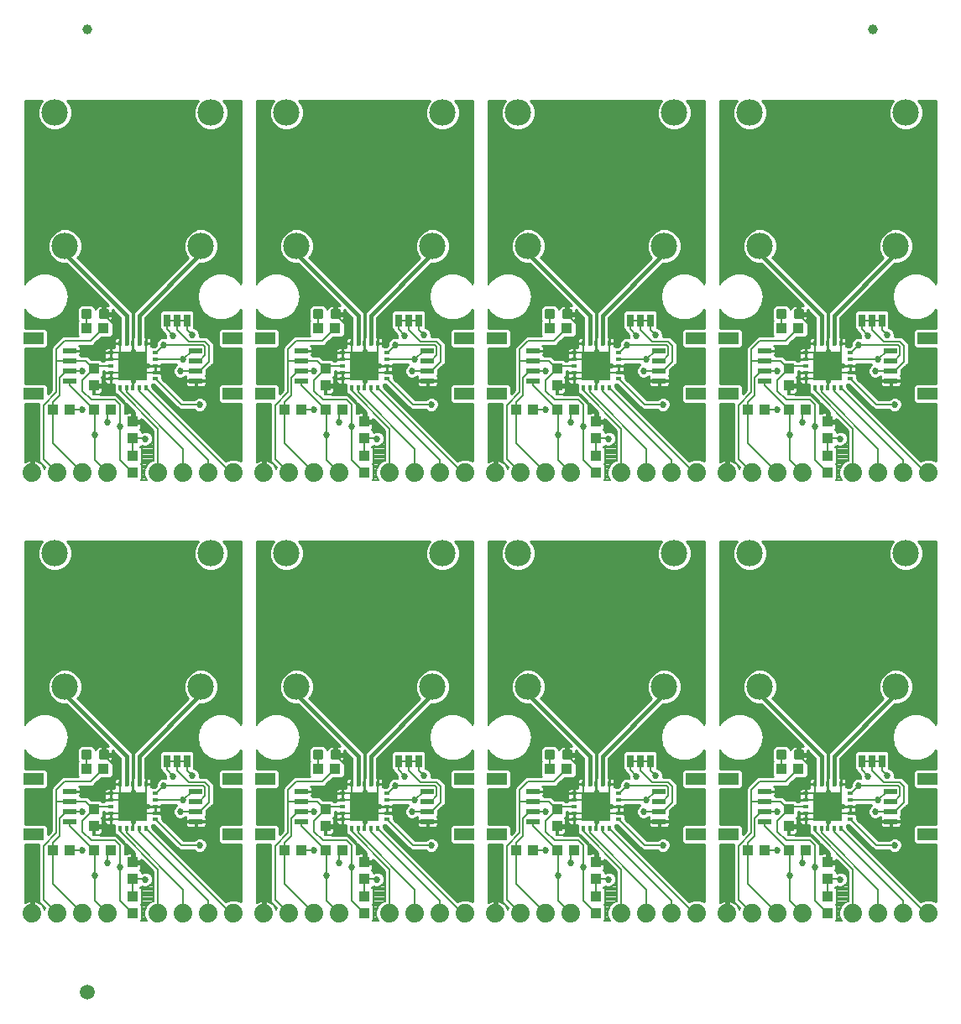
<source format=gtl>
G75*
%MOIN*%
%OFA0B0*%
%FSLAX25Y25*%
%IPPOS*%
%LPD*%
%AMOC8*
5,1,8,0,0,1.08239X$1,22.5*
%
%ADD10R,0.03937X0.04331*%
%ADD11C,0.01181*%
%ADD12C,0.07400*%
%ADD13R,0.07874X0.04724*%
%ADD14R,0.05315X0.02362*%
%ADD15R,0.04331X0.03937*%
%ADD16R,0.02500X0.05000*%
%ADD17R,0.01600X0.01000*%
%ADD18R,0.01575X0.02165*%
%ADD19R,0.02165X0.01575*%
%ADD20R,0.11811X0.11811*%
%ADD21C,0.10500*%
%ADD22C,0.03937*%
%ADD23C,0.05906*%
%ADD24C,0.01000*%
%ADD25C,0.00800*%
%ADD26C,0.00700*%
%ADD27C,0.02700*%
%ADD28C,0.01500*%
D10*
X0073500Y0051904D03*
X0073500Y0058596D03*
X0073500Y0065404D03*
X0073500Y0072096D03*
X0058000Y0086404D03*
X0058000Y0093096D03*
X0150000Y0093096D03*
X0150000Y0086404D03*
X0165500Y0072096D03*
X0165500Y0065404D03*
X0165500Y0058596D03*
X0165500Y0051904D03*
X0242000Y0086404D03*
X0242000Y0093096D03*
X0257500Y0072096D03*
X0257500Y0065404D03*
X0257500Y0058596D03*
X0257500Y0051904D03*
X0334000Y0086404D03*
X0334000Y0093096D03*
X0349500Y0072096D03*
X0349500Y0065404D03*
X0349500Y0058596D03*
X0349500Y0051904D03*
X0349500Y0226904D03*
X0349500Y0233596D03*
X0349500Y0240404D03*
X0349500Y0247096D03*
X0334000Y0261404D03*
X0334000Y0268096D03*
X0257500Y0247096D03*
X0257500Y0240404D03*
X0257500Y0233596D03*
X0257500Y0226904D03*
X0242000Y0261404D03*
X0242000Y0268096D03*
X0165500Y0247096D03*
X0165500Y0240404D03*
X0165500Y0233596D03*
X0165500Y0226904D03*
X0150000Y0261404D03*
X0150000Y0268096D03*
X0073500Y0247096D03*
X0073500Y0240404D03*
X0073500Y0233596D03*
X0073500Y0226904D03*
X0058000Y0261404D03*
X0058000Y0268096D03*
D11*
X0053669Y0288372D02*
X0053669Y0291128D01*
X0056425Y0291128D01*
X0056425Y0288372D01*
X0053669Y0288372D01*
X0053669Y0289494D02*
X0056425Y0289494D01*
X0056425Y0290616D02*
X0053669Y0290616D01*
X0060575Y0291128D02*
X0060575Y0288372D01*
X0060575Y0291128D02*
X0063331Y0291128D01*
X0063331Y0288372D01*
X0060575Y0288372D01*
X0060575Y0289494D02*
X0063331Y0289494D01*
X0063331Y0290616D02*
X0060575Y0290616D01*
X0145669Y0291128D02*
X0145669Y0288372D01*
X0145669Y0291128D02*
X0148425Y0291128D01*
X0148425Y0288372D01*
X0145669Y0288372D01*
X0145669Y0289494D02*
X0148425Y0289494D01*
X0148425Y0290616D02*
X0145669Y0290616D01*
X0152575Y0291128D02*
X0152575Y0288372D01*
X0152575Y0291128D02*
X0155331Y0291128D01*
X0155331Y0288372D01*
X0152575Y0288372D01*
X0152575Y0289494D02*
X0155331Y0289494D01*
X0155331Y0290616D02*
X0152575Y0290616D01*
X0237669Y0291128D02*
X0237669Y0288372D01*
X0237669Y0291128D02*
X0240425Y0291128D01*
X0240425Y0288372D01*
X0237669Y0288372D01*
X0237669Y0289494D02*
X0240425Y0289494D01*
X0240425Y0290616D02*
X0237669Y0290616D01*
X0244575Y0291128D02*
X0244575Y0288372D01*
X0244575Y0291128D02*
X0247331Y0291128D01*
X0247331Y0288372D01*
X0244575Y0288372D01*
X0244575Y0289494D02*
X0247331Y0289494D01*
X0247331Y0290616D02*
X0244575Y0290616D01*
X0329669Y0291128D02*
X0329669Y0288372D01*
X0329669Y0291128D02*
X0332425Y0291128D01*
X0332425Y0288372D01*
X0329669Y0288372D01*
X0329669Y0289494D02*
X0332425Y0289494D01*
X0332425Y0290616D02*
X0329669Y0290616D01*
X0336575Y0291128D02*
X0336575Y0288372D01*
X0336575Y0291128D02*
X0339331Y0291128D01*
X0339331Y0288372D01*
X0336575Y0288372D01*
X0336575Y0289494D02*
X0339331Y0289494D01*
X0339331Y0290616D02*
X0336575Y0290616D01*
X0336575Y0116128D02*
X0336575Y0113372D01*
X0336575Y0116128D02*
X0339331Y0116128D01*
X0339331Y0113372D01*
X0336575Y0113372D01*
X0336575Y0114494D02*
X0339331Y0114494D01*
X0339331Y0115616D02*
X0336575Y0115616D01*
X0329669Y0116128D02*
X0329669Y0113372D01*
X0329669Y0116128D02*
X0332425Y0116128D01*
X0332425Y0113372D01*
X0329669Y0113372D01*
X0329669Y0114494D02*
X0332425Y0114494D01*
X0332425Y0115616D02*
X0329669Y0115616D01*
X0244575Y0116128D02*
X0244575Y0113372D01*
X0244575Y0116128D02*
X0247331Y0116128D01*
X0247331Y0113372D01*
X0244575Y0113372D01*
X0244575Y0114494D02*
X0247331Y0114494D01*
X0247331Y0115616D02*
X0244575Y0115616D01*
X0237669Y0116128D02*
X0237669Y0113372D01*
X0237669Y0116128D02*
X0240425Y0116128D01*
X0240425Y0113372D01*
X0237669Y0113372D01*
X0237669Y0114494D02*
X0240425Y0114494D01*
X0240425Y0115616D02*
X0237669Y0115616D01*
X0152575Y0116128D02*
X0152575Y0113372D01*
X0152575Y0116128D02*
X0155331Y0116128D01*
X0155331Y0113372D01*
X0152575Y0113372D01*
X0152575Y0114494D02*
X0155331Y0114494D01*
X0155331Y0115616D02*
X0152575Y0115616D01*
X0145669Y0116128D02*
X0145669Y0113372D01*
X0145669Y0116128D02*
X0148425Y0116128D01*
X0148425Y0113372D01*
X0145669Y0113372D01*
X0145669Y0114494D02*
X0148425Y0114494D01*
X0148425Y0115616D02*
X0145669Y0115616D01*
X0060575Y0116128D02*
X0060575Y0113372D01*
X0060575Y0116128D02*
X0063331Y0116128D01*
X0063331Y0113372D01*
X0060575Y0113372D01*
X0060575Y0114494D02*
X0063331Y0114494D01*
X0063331Y0115616D02*
X0060575Y0115616D01*
X0053669Y0116128D02*
X0053669Y0113372D01*
X0053669Y0116128D02*
X0056425Y0116128D01*
X0056425Y0113372D01*
X0053669Y0113372D01*
X0053669Y0114494D02*
X0056425Y0114494D01*
X0056425Y0115616D02*
X0053669Y0115616D01*
D12*
X0033500Y0051750D03*
X0043500Y0051750D03*
X0053500Y0051750D03*
X0063500Y0051750D03*
X0083500Y0051750D03*
X0093500Y0051750D03*
X0103500Y0051750D03*
X0113500Y0051750D03*
X0125500Y0051750D03*
X0135500Y0051750D03*
X0145500Y0051750D03*
X0155500Y0051750D03*
X0175500Y0051750D03*
X0185500Y0051750D03*
X0195500Y0051750D03*
X0205500Y0051750D03*
X0217500Y0051750D03*
X0227500Y0051750D03*
X0237500Y0051750D03*
X0247500Y0051750D03*
X0267500Y0051750D03*
X0277500Y0051750D03*
X0287500Y0051750D03*
X0297500Y0051750D03*
X0309500Y0051750D03*
X0319500Y0051750D03*
X0329500Y0051750D03*
X0339500Y0051750D03*
X0359500Y0051750D03*
X0369500Y0051750D03*
X0379500Y0051750D03*
X0389500Y0051750D03*
X0389500Y0226750D03*
X0379500Y0226750D03*
X0369500Y0226750D03*
X0359500Y0226750D03*
X0339500Y0226750D03*
X0329500Y0226750D03*
X0319500Y0226750D03*
X0309500Y0226750D03*
X0297500Y0226750D03*
X0287500Y0226750D03*
X0277500Y0226750D03*
X0267500Y0226750D03*
X0247500Y0226750D03*
X0237500Y0226750D03*
X0227500Y0226750D03*
X0217500Y0226750D03*
X0205500Y0226750D03*
X0195500Y0226750D03*
X0185500Y0226750D03*
X0175500Y0226750D03*
X0155500Y0226750D03*
X0145500Y0226750D03*
X0135500Y0226750D03*
X0125500Y0226750D03*
X0113500Y0226750D03*
X0103500Y0226750D03*
X0093500Y0226750D03*
X0083500Y0226750D03*
X0063500Y0226750D03*
X0053500Y0226750D03*
X0043500Y0226750D03*
X0033500Y0226750D03*
D13*
X0034031Y0258226D03*
X0034031Y0280274D03*
X0112969Y0280274D03*
X0126031Y0280274D03*
X0126031Y0258226D03*
X0112969Y0258226D03*
X0204969Y0258226D03*
X0218031Y0258226D03*
X0218031Y0280274D03*
X0204969Y0280274D03*
X0296969Y0280274D03*
X0310031Y0280274D03*
X0310031Y0258226D03*
X0296969Y0258226D03*
X0388969Y0258226D03*
X0388969Y0280274D03*
X0388969Y0105274D03*
X0388969Y0083226D03*
X0310031Y0083226D03*
X0296969Y0083226D03*
X0296969Y0105274D03*
X0310031Y0105274D03*
X0218031Y0105274D03*
X0204969Y0105274D03*
X0204969Y0083226D03*
X0218031Y0083226D03*
X0126031Y0083226D03*
X0112969Y0083226D03*
X0112969Y0105274D03*
X0126031Y0105274D03*
X0034031Y0105274D03*
X0034031Y0083226D03*
D14*
X0048500Y0088344D03*
X0048500Y0092281D03*
X0048500Y0096219D03*
X0048500Y0100156D03*
X0098500Y0100156D03*
X0098500Y0096219D03*
X0098500Y0092281D03*
X0098500Y0088344D03*
X0140500Y0088344D03*
X0140500Y0092281D03*
X0140500Y0096219D03*
X0140500Y0100156D03*
X0190500Y0100156D03*
X0190500Y0096219D03*
X0190500Y0092281D03*
X0190500Y0088344D03*
X0232500Y0088344D03*
X0232500Y0092281D03*
X0232500Y0096219D03*
X0232500Y0100156D03*
X0282500Y0100156D03*
X0282500Y0096219D03*
X0282500Y0092281D03*
X0282500Y0088344D03*
X0324500Y0088344D03*
X0324500Y0092281D03*
X0324500Y0096219D03*
X0324500Y0100156D03*
X0374500Y0100156D03*
X0374500Y0096219D03*
X0374500Y0092281D03*
X0374500Y0088344D03*
X0374500Y0263344D03*
X0374500Y0267281D03*
X0374500Y0271219D03*
X0374500Y0275156D03*
X0324500Y0275156D03*
X0324500Y0271219D03*
X0324500Y0267281D03*
X0324500Y0263344D03*
X0282500Y0263344D03*
X0282500Y0267281D03*
X0282500Y0271219D03*
X0282500Y0275156D03*
X0232500Y0275156D03*
X0232500Y0271219D03*
X0232500Y0267281D03*
X0232500Y0263344D03*
X0190500Y0263344D03*
X0190500Y0267281D03*
X0190500Y0271219D03*
X0190500Y0275156D03*
X0140500Y0275156D03*
X0140500Y0271219D03*
X0140500Y0267281D03*
X0140500Y0263344D03*
X0098500Y0263344D03*
X0098500Y0267281D03*
X0098500Y0271219D03*
X0098500Y0275156D03*
X0048500Y0275156D03*
X0048500Y0271219D03*
X0048500Y0267281D03*
X0048500Y0263344D03*
D15*
X0048346Y0251750D03*
X0041654Y0251750D03*
X0058154Y0251750D03*
X0064846Y0251750D03*
X0061846Y0284250D03*
X0055154Y0284250D03*
X0133654Y0251750D03*
X0140346Y0251750D03*
X0150154Y0251750D03*
X0156846Y0251750D03*
X0153846Y0284250D03*
X0147154Y0284250D03*
X0225654Y0251750D03*
X0232346Y0251750D03*
X0242154Y0251750D03*
X0248846Y0251750D03*
X0245846Y0284250D03*
X0239154Y0284250D03*
X0317654Y0251750D03*
X0324346Y0251750D03*
X0334154Y0251750D03*
X0340846Y0251750D03*
X0337846Y0284250D03*
X0331154Y0284250D03*
X0331154Y0109250D03*
X0337846Y0109250D03*
X0340846Y0076750D03*
X0334154Y0076750D03*
X0324346Y0076750D03*
X0317654Y0076750D03*
X0248846Y0076750D03*
X0242154Y0076750D03*
X0232346Y0076750D03*
X0225654Y0076750D03*
X0239154Y0109250D03*
X0245846Y0109250D03*
X0156846Y0076750D03*
X0150154Y0076750D03*
X0140346Y0076750D03*
X0133654Y0076750D03*
X0147154Y0109250D03*
X0153846Y0109250D03*
X0064846Y0076750D03*
X0058154Y0076750D03*
X0048346Y0076750D03*
X0041654Y0076750D03*
X0055154Y0109250D03*
X0061846Y0109250D03*
D16*
X0087000Y0112250D03*
X0091000Y0112250D03*
X0095000Y0112250D03*
X0179000Y0112250D03*
X0183000Y0112250D03*
X0187000Y0112250D03*
X0271000Y0112250D03*
X0275000Y0112250D03*
X0279000Y0112250D03*
X0363000Y0112250D03*
X0367000Y0112250D03*
X0371000Y0112250D03*
X0371000Y0287250D03*
X0367000Y0287250D03*
X0363000Y0287250D03*
X0279000Y0287250D03*
X0275000Y0287250D03*
X0271000Y0287250D03*
X0187000Y0287250D03*
X0183000Y0287250D03*
X0179000Y0287250D03*
X0095000Y0287250D03*
X0091000Y0287250D03*
X0087000Y0287250D03*
D17*
X0089000Y0287250D03*
X0093000Y0287250D03*
X0181000Y0287250D03*
X0185000Y0287250D03*
X0273000Y0287250D03*
X0277000Y0287250D03*
X0365000Y0287250D03*
X0369000Y0287250D03*
X0369000Y0112250D03*
X0365000Y0112250D03*
X0277000Y0112250D03*
X0273000Y0112250D03*
X0185000Y0112250D03*
X0181000Y0112250D03*
X0093000Y0112250D03*
X0089000Y0112250D03*
D18*
X0078618Y0103108D03*
X0076059Y0103108D03*
X0073500Y0103108D03*
X0070941Y0103108D03*
X0068382Y0103108D03*
X0068382Y0085392D03*
X0070941Y0085392D03*
X0073500Y0085392D03*
X0076059Y0085392D03*
X0078618Y0085392D03*
X0160382Y0085392D03*
X0162941Y0085392D03*
X0165500Y0085392D03*
X0168059Y0085392D03*
X0170618Y0085392D03*
X0170618Y0103108D03*
X0168059Y0103108D03*
X0165500Y0103108D03*
X0162941Y0103108D03*
X0160382Y0103108D03*
X0252382Y0103108D03*
X0254941Y0103108D03*
X0257500Y0103108D03*
X0260059Y0103108D03*
X0262618Y0103108D03*
X0262618Y0085392D03*
X0260059Y0085392D03*
X0257500Y0085392D03*
X0254941Y0085392D03*
X0252382Y0085392D03*
X0344382Y0085392D03*
X0346941Y0085392D03*
X0349500Y0085392D03*
X0352059Y0085392D03*
X0354618Y0085392D03*
X0354618Y0103108D03*
X0352059Y0103108D03*
X0349500Y0103108D03*
X0346941Y0103108D03*
X0344382Y0103108D03*
X0344382Y0260392D03*
X0346941Y0260392D03*
X0349500Y0260392D03*
X0352059Y0260392D03*
X0354618Y0260392D03*
X0354618Y0278108D03*
X0352059Y0278108D03*
X0349500Y0278108D03*
X0346941Y0278108D03*
X0344382Y0278108D03*
X0262618Y0278108D03*
X0260059Y0278108D03*
X0257500Y0278108D03*
X0254941Y0278108D03*
X0252382Y0278108D03*
X0252382Y0260392D03*
X0254941Y0260392D03*
X0257500Y0260392D03*
X0260059Y0260392D03*
X0262618Y0260392D03*
X0170618Y0260392D03*
X0168059Y0260392D03*
X0165500Y0260392D03*
X0162941Y0260392D03*
X0160382Y0260392D03*
X0160382Y0278108D03*
X0162941Y0278108D03*
X0165500Y0278108D03*
X0168059Y0278108D03*
X0170618Y0278108D03*
X0078618Y0278108D03*
X0076059Y0278108D03*
X0073500Y0278108D03*
X0070941Y0278108D03*
X0068382Y0278108D03*
X0068382Y0260392D03*
X0070941Y0260392D03*
X0073500Y0260392D03*
X0076059Y0260392D03*
X0078618Y0260392D03*
D19*
X0082358Y0264132D03*
X0082358Y0266691D03*
X0082358Y0269250D03*
X0082358Y0271809D03*
X0082358Y0274368D03*
X0064642Y0274368D03*
X0064642Y0271809D03*
X0064642Y0269250D03*
X0064642Y0266691D03*
X0064642Y0264132D03*
X0156642Y0264132D03*
X0156642Y0266691D03*
X0156642Y0269250D03*
X0156642Y0271809D03*
X0156642Y0274368D03*
X0174358Y0274368D03*
X0174358Y0271809D03*
X0174358Y0269250D03*
X0174358Y0266691D03*
X0174358Y0264132D03*
X0248642Y0264132D03*
X0248642Y0266691D03*
X0248642Y0269250D03*
X0248642Y0271809D03*
X0248642Y0274368D03*
X0266358Y0274368D03*
X0266358Y0271809D03*
X0266358Y0269250D03*
X0266358Y0266691D03*
X0266358Y0264132D03*
X0340642Y0264132D03*
X0340642Y0266691D03*
X0340642Y0269250D03*
X0340642Y0271809D03*
X0340642Y0274368D03*
X0358358Y0274368D03*
X0358358Y0271809D03*
X0358358Y0269250D03*
X0358358Y0266691D03*
X0358358Y0264132D03*
X0358358Y0099368D03*
X0358358Y0096809D03*
X0358358Y0094250D03*
X0358358Y0091691D03*
X0358358Y0089132D03*
X0340642Y0089132D03*
X0340642Y0091691D03*
X0340642Y0094250D03*
X0340642Y0096809D03*
X0340642Y0099368D03*
X0266358Y0099368D03*
X0266358Y0096809D03*
X0266358Y0094250D03*
X0266358Y0091691D03*
X0266358Y0089132D03*
X0248642Y0089132D03*
X0248642Y0091691D03*
X0248642Y0094250D03*
X0248642Y0096809D03*
X0248642Y0099368D03*
X0174358Y0099368D03*
X0174358Y0096809D03*
X0174358Y0094250D03*
X0174358Y0091691D03*
X0174358Y0089132D03*
X0156642Y0089132D03*
X0156642Y0091691D03*
X0156642Y0094250D03*
X0156642Y0096809D03*
X0156642Y0099368D03*
X0082358Y0099368D03*
X0082358Y0096809D03*
X0082358Y0094250D03*
X0082358Y0091691D03*
X0082358Y0089132D03*
X0064642Y0089132D03*
X0064642Y0091691D03*
X0064642Y0094250D03*
X0064642Y0096809D03*
X0064642Y0099368D03*
D20*
X0073500Y0094250D03*
X0165500Y0094250D03*
X0257500Y0094250D03*
X0349500Y0094250D03*
X0349500Y0269250D03*
X0257500Y0269250D03*
X0165500Y0269250D03*
X0073500Y0269250D03*
D21*
X0046500Y0316750D03*
X0042500Y0369750D03*
X0100500Y0316750D03*
X0138500Y0316750D03*
X0134500Y0369750D03*
X0104500Y0369750D03*
X0192500Y0316750D03*
X0230500Y0316750D03*
X0226500Y0369750D03*
X0196500Y0369750D03*
X0284500Y0316750D03*
X0322500Y0316750D03*
X0318500Y0369750D03*
X0288500Y0369750D03*
X0380500Y0369750D03*
X0376500Y0316750D03*
X0380500Y0194750D03*
X0376500Y0141750D03*
X0322500Y0141750D03*
X0284500Y0141750D03*
X0288500Y0194750D03*
X0318500Y0194750D03*
X0230500Y0141750D03*
X0192500Y0141750D03*
X0196500Y0194750D03*
X0226500Y0194750D03*
X0138500Y0141750D03*
X0100500Y0141750D03*
X0104500Y0194750D03*
X0134500Y0194750D03*
X0042500Y0194750D03*
X0046500Y0141750D03*
D22*
X0055500Y0403000D03*
X0367500Y0403000D03*
D23*
X0055500Y0020500D03*
D24*
X0034000Y0052250D02*
X0033000Y0052250D01*
X0033000Y0056936D01*
X0032282Y0056822D01*
X0031504Y0056569D01*
X0030775Y0056197D01*
X0030700Y0056143D01*
X0030700Y0079164D01*
X0035888Y0079164D01*
X0035888Y0056463D01*
X0036079Y0056272D01*
X0035496Y0056569D01*
X0034718Y0056822D01*
X0034000Y0056936D01*
X0034000Y0052250D01*
X0033000Y0052250D01*
X0033000Y0056936D01*
X0032282Y0056822D01*
X0031504Y0056569D01*
X0030775Y0056197D01*
X0030700Y0056143D01*
X0030700Y0079164D01*
X0035888Y0079164D01*
X0035888Y0056463D01*
X0036079Y0056272D01*
X0035496Y0056569D01*
X0034718Y0056822D01*
X0034000Y0056936D01*
X0034000Y0052250D01*
X0033000Y0052250D01*
X0033000Y0056936D01*
X0032282Y0056822D01*
X0031504Y0056569D01*
X0030775Y0056197D01*
X0030700Y0056143D01*
X0030700Y0079164D01*
X0035888Y0079164D01*
X0035888Y0056463D01*
X0036079Y0056272D01*
X0035496Y0056569D01*
X0034718Y0056822D01*
X0034000Y0056936D01*
X0034000Y0052250D01*
X0033000Y0052250D01*
X0033000Y0056936D01*
X0032282Y0056822D01*
X0031504Y0056569D01*
X0030775Y0056197D01*
X0030700Y0056143D01*
X0030700Y0079164D01*
X0035888Y0079164D01*
X0035888Y0056463D01*
X0036079Y0056272D01*
X0035496Y0056569D01*
X0034718Y0056822D01*
X0034000Y0056936D01*
X0034000Y0052250D01*
X0033000Y0052250D01*
X0033000Y0056936D01*
X0032282Y0056822D01*
X0031504Y0056569D01*
X0030775Y0056197D01*
X0030700Y0056143D01*
X0030700Y0079164D01*
X0035888Y0079164D01*
X0035888Y0056463D01*
X0036079Y0056272D01*
X0035496Y0056569D01*
X0034718Y0056822D01*
X0034000Y0056936D01*
X0034000Y0052250D01*
X0033000Y0052250D01*
X0033000Y0056936D01*
X0032282Y0056822D01*
X0031504Y0056569D01*
X0030775Y0056197D01*
X0030700Y0056143D01*
X0030700Y0079164D01*
X0035888Y0079164D01*
X0035888Y0056463D01*
X0036079Y0056272D01*
X0035496Y0056569D01*
X0034718Y0056822D01*
X0034000Y0056936D01*
X0034000Y0052250D01*
X0033000Y0052250D01*
X0033000Y0056936D01*
X0032282Y0056822D01*
X0031504Y0056569D01*
X0030775Y0056197D01*
X0030700Y0056143D01*
X0030700Y0079164D01*
X0035888Y0079164D01*
X0035888Y0056463D01*
X0036079Y0056272D01*
X0035496Y0056569D01*
X0034718Y0056822D01*
X0034000Y0056936D01*
X0034000Y0052250D01*
X0034000Y0052741D02*
X0033000Y0052741D01*
X0034000Y0052741D01*
X0033000Y0052741D01*
X0034000Y0052741D01*
X0033000Y0052741D01*
X0034000Y0052741D01*
X0033000Y0052741D01*
X0033000Y0053740D02*
X0034000Y0053740D01*
X0033000Y0053740D01*
X0034000Y0053740D01*
X0033000Y0053740D01*
X0034000Y0053740D01*
X0033000Y0053740D01*
X0034000Y0053740D01*
X0034000Y0054738D02*
X0033000Y0054738D01*
X0034000Y0054738D01*
X0033000Y0054738D01*
X0034000Y0054738D01*
X0033000Y0054738D01*
X0034000Y0054738D01*
X0033000Y0054738D01*
X0033000Y0055737D02*
X0034000Y0055737D01*
X0033000Y0055737D01*
X0034000Y0055737D01*
X0033000Y0055737D01*
X0034000Y0055737D01*
X0033000Y0055737D01*
X0034000Y0055737D01*
X0034000Y0056735D02*
X0033000Y0056735D01*
X0034000Y0056735D01*
X0033000Y0056735D01*
X0034000Y0056735D01*
X0033000Y0056735D01*
X0034000Y0056735D01*
X0033000Y0056735D01*
X0032015Y0056735D02*
X0030700Y0056735D01*
X0032015Y0056735D01*
X0030700Y0056735D01*
X0032015Y0056735D01*
X0030700Y0056735D01*
X0032015Y0056735D01*
X0030700Y0056735D01*
X0030700Y0057734D02*
X0035888Y0057734D01*
X0030700Y0057734D01*
X0035888Y0057734D01*
X0030700Y0057734D01*
X0035888Y0057734D01*
X0030700Y0057734D01*
X0035888Y0057734D01*
X0035888Y0058732D02*
X0030700Y0058732D01*
X0035888Y0058732D01*
X0030700Y0058732D01*
X0035888Y0058732D01*
X0030700Y0058732D01*
X0035888Y0058732D01*
X0030700Y0058732D01*
X0030700Y0059731D02*
X0035888Y0059731D01*
X0030700Y0059731D01*
X0035888Y0059731D01*
X0030700Y0059731D01*
X0035888Y0059731D01*
X0030700Y0059731D01*
X0035888Y0059731D01*
X0035888Y0060729D02*
X0030700Y0060729D01*
X0035888Y0060729D01*
X0030700Y0060729D01*
X0035888Y0060729D01*
X0030700Y0060729D01*
X0035888Y0060729D01*
X0030700Y0060729D01*
X0030700Y0061728D02*
X0035888Y0061728D01*
X0030700Y0061728D01*
X0035888Y0061728D01*
X0030700Y0061728D01*
X0035888Y0061728D01*
X0030700Y0061728D01*
X0035888Y0061728D01*
X0035888Y0062726D02*
X0030700Y0062726D01*
X0035888Y0062726D01*
X0030700Y0062726D01*
X0035888Y0062726D01*
X0030700Y0062726D01*
X0035888Y0062726D01*
X0030700Y0062726D01*
X0030700Y0063725D02*
X0035888Y0063725D01*
X0030700Y0063725D01*
X0035888Y0063725D01*
X0030700Y0063725D01*
X0035888Y0063725D01*
X0030700Y0063725D01*
X0035888Y0063725D01*
X0035888Y0064723D02*
X0030700Y0064723D01*
X0035888Y0064723D01*
X0030700Y0064723D01*
X0035888Y0064723D01*
X0030700Y0064723D01*
X0035888Y0064723D01*
X0030700Y0064723D01*
X0030700Y0065722D02*
X0035888Y0065722D01*
X0030700Y0065722D01*
X0035888Y0065722D01*
X0030700Y0065722D01*
X0035888Y0065722D01*
X0030700Y0065722D01*
X0035888Y0065722D01*
X0035888Y0066720D02*
X0030700Y0066720D01*
X0035888Y0066720D01*
X0030700Y0066720D01*
X0035888Y0066720D01*
X0030700Y0066720D01*
X0035888Y0066720D01*
X0030700Y0066720D01*
X0030700Y0067719D02*
X0035888Y0067719D01*
X0030700Y0067719D01*
X0035888Y0067719D01*
X0030700Y0067719D01*
X0035888Y0067719D01*
X0030700Y0067719D01*
X0035888Y0067719D01*
X0035888Y0068717D02*
X0030700Y0068717D01*
X0035888Y0068717D01*
X0030700Y0068717D01*
X0035888Y0068717D01*
X0030700Y0068717D01*
X0035888Y0068717D01*
X0030700Y0068717D01*
X0030700Y0069716D02*
X0035888Y0069716D01*
X0030700Y0069716D01*
X0035888Y0069716D01*
X0030700Y0069716D01*
X0035888Y0069716D01*
X0030700Y0069716D01*
X0035888Y0069716D01*
X0035888Y0070714D02*
X0030700Y0070714D01*
X0035888Y0070714D01*
X0030700Y0070714D01*
X0035888Y0070714D01*
X0030700Y0070714D01*
X0035888Y0070714D01*
X0030700Y0070714D01*
X0030700Y0071713D02*
X0035888Y0071713D01*
X0030700Y0071713D01*
X0035888Y0071713D01*
X0030700Y0071713D01*
X0035888Y0071713D01*
X0030700Y0071713D01*
X0035888Y0071713D01*
X0035888Y0072711D02*
X0030700Y0072711D01*
X0035888Y0072711D01*
X0030700Y0072711D01*
X0035888Y0072711D01*
X0030700Y0072711D01*
X0035888Y0072711D01*
X0030700Y0072711D01*
X0030700Y0073710D02*
X0035888Y0073710D01*
X0030700Y0073710D01*
X0035888Y0073710D01*
X0030700Y0073710D01*
X0035888Y0073710D01*
X0030700Y0073710D01*
X0035888Y0073710D01*
X0035888Y0074708D02*
X0030700Y0074708D01*
X0035888Y0074708D01*
X0030700Y0074708D01*
X0035888Y0074708D01*
X0030700Y0074708D01*
X0035888Y0074708D01*
X0030700Y0074708D01*
X0030700Y0075707D02*
X0035888Y0075707D01*
X0030700Y0075707D01*
X0035888Y0075707D01*
X0030700Y0075707D01*
X0035888Y0075707D01*
X0030700Y0075707D01*
X0035888Y0075707D01*
X0035888Y0076705D02*
X0030700Y0076705D01*
X0035888Y0076705D01*
X0030700Y0076705D01*
X0035888Y0076705D01*
X0030700Y0076705D01*
X0035888Y0076705D01*
X0030700Y0076705D01*
X0030700Y0077704D02*
X0035888Y0077704D01*
X0030700Y0077704D01*
X0035888Y0077704D01*
X0030700Y0077704D01*
X0035888Y0077704D01*
X0030700Y0077704D01*
X0035888Y0077704D01*
X0035888Y0078702D02*
X0030700Y0078702D01*
X0035888Y0078702D01*
X0030700Y0078702D01*
X0035888Y0078702D01*
X0030700Y0078702D01*
X0035888Y0078702D01*
X0030700Y0078702D01*
X0030700Y0087289D02*
X0030700Y0101211D01*
X0038673Y0101211D01*
X0039668Y0102207D01*
X0039668Y0108340D01*
X0038673Y0109336D01*
X0030700Y0109336D01*
X0030700Y0116460D01*
X0031188Y0115615D01*
X0033727Y0113484D01*
X0033727Y0113484D01*
X0033727Y0113484D01*
X0031188Y0115615D01*
X0031188Y0115615D01*
X0031188Y0115615D01*
X0030700Y0116460D01*
X0030700Y0109336D01*
X0038673Y0109336D01*
X0039668Y0108340D01*
X0039668Y0102207D01*
X0038673Y0101211D01*
X0030700Y0101211D01*
X0030700Y0087289D01*
X0038673Y0087289D01*
X0039668Y0086293D01*
X0039668Y0083318D01*
X0040950Y0084599D01*
X0040950Y0101599D01*
X0044450Y0105099D01*
X0044450Y0105099D01*
X0040950Y0101599D01*
X0040950Y0084599D01*
X0039668Y0083318D01*
X0039668Y0086293D01*
X0038673Y0087289D01*
X0030700Y0087289D01*
X0030700Y0101211D01*
X0038673Y0101211D01*
X0039668Y0102207D01*
X0039668Y0108340D01*
X0038673Y0109336D01*
X0030700Y0109336D01*
X0030700Y0116460D01*
X0031188Y0115615D01*
X0033727Y0113484D01*
X0033727Y0113484D01*
X0033727Y0113484D01*
X0031188Y0115615D01*
X0031188Y0115615D01*
X0031188Y0115615D01*
X0030700Y0116460D01*
X0030700Y0109336D01*
X0038673Y0109336D01*
X0039668Y0108340D01*
X0039668Y0102207D01*
X0038673Y0101211D01*
X0030700Y0101211D01*
X0030700Y0087289D01*
X0038673Y0087289D01*
X0039668Y0086293D01*
X0039668Y0083318D01*
X0040950Y0084599D01*
X0040950Y0101599D01*
X0044450Y0105099D01*
X0044450Y0105099D01*
X0044450Y0105099D01*
X0040950Y0101599D01*
X0040950Y0084599D01*
X0039668Y0083318D01*
X0039668Y0086293D01*
X0038673Y0087289D01*
X0030700Y0087289D01*
X0030700Y0101211D01*
X0038673Y0101211D01*
X0039668Y0102207D01*
X0039668Y0108340D01*
X0038673Y0109336D01*
X0030700Y0109336D01*
X0030700Y0116460D01*
X0031188Y0115615D01*
X0033727Y0113484D01*
X0033727Y0113484D01*
X0033727Y0113484D01*
X0031188Y0115615D01*
X0031188Y0115615D01*
X0031188Y0115615D01*
X0030700Y0116460D01*
X0030700Y0109336D01*
X0038673Y0109336D01*
X0039668Y0108340D01*
X0039668Y0102207D01*
X0038673Y0101211D01*
X0030700Y0101211D01*
X0030700Y0087289D01*
X0038673Y0087289D01*
X0039668Y0086293D01*
X0039668Y0083318D01*
X0040950Y0084599D01*
X0040950Y0101599D01*
X0044450Y0105099D01*
X0044450Y0105099D01*
X0044450Y0105099D01*
X0040950Y0101599D01*
X0040950Y0084599D01*
X0039668Y0083318D01*
X0039668Y0086293D01*
X0038673Y0087289D01*
X0030700Y0087289D01*
X0030700Y0101211D01*
X0038673Y0101211D01*
X0039668Y0102207D01*
X0039668Y0108340D01*
X0038673Y0109336D01*
X0030700Y0109336D01*
X0030700Y0116460D01*
X0031188Y0115615D01*
X0033727Y0113484D01*
X0033727Y0113484D01*
X0036843Y0112350D01*
X0040157Y0112350D01*
X0043272Y0113484D01*
X0043273Y0113484D01*
X0045812Y0115615D01*
X0047469Y0118485D01*
X0047469Y0118485D01*
X0047469Y0118485D01*
X0045812Y0115615D01*
X0045812Y0115615D01*
X0045812Y0115615D01*
X0047469Y0118485D01*
X0047469Y0118485D01*
X0047469Y0118485D01*
X0045812Y0115615D01*
X0045812Y0115615D01*
X0045812Y0115615D01*
X0047469Y0118485D01*
X0047469Y0118485D01*
X0047469Y0118485D01*
X0045812Y0115615D01*
X0045812Y0115615D01*
X0045812Y0115615D01*
X0047469Y0118485D01*
X0047469Y0118485D01*
X0048045Y0121750D01*
X0047469Y0125015D01*
X0045812Y0127885D01*
X0045812Y0127885D01*
X0045812Y0127885D01*
X0047469Y0125015D01*
X0047469Y0125015D01*
X0047469Y0125015D01*
X0045812Y0127885D01*
X0045812Y0127885D01*
X0045812Y0127885D01*
X0047469Y0125015D01*
X0047469Y0125015D01*
X0047469Y0125015D01*
X0045812Y0127885D01*
X0045812Y0127885D01*
X0045812Y0127885D01*
X0047469Y0125015D01*
X0047469Y0125015D01*
X0047469Y0125015D01*
X0045812Y0127885D01*
X0045812Y0127885D01*
X0043273Y0130016D01*
X0043272Y0130016D01*
X0040157Y0131150D01*
X0036843Y0131150D01*
X0033727Y0130016D01*
X0031188Y0127885D01*
X0030700Y0127040D01*
X0030700Y0199550D01*
X0037471Y0199550D01*
X0036608Y0198687D01*
X0035550Y0196132D01*
X0035550Y0193368D01*
X0036608Y0190813D01*
X0038563Y0188858D01*
X0041118Y0187800D01*
X0043882Y0187800D01*
X0046437Y0188858D01*
X0048392Y0190813D01*
X0049450Y0193368D01*
X0049450Y0196132D01*
X0048392Y0198687D01*
X0047529Y0199550D01*
X0099471Y0199550D01*
X0098608Y0198687D01*
X0097550Y0196132D01*
X0097550Y0193368D01*
X0098608Y0190813D01*
X0100563Y0188858D01*
X0103118Y0187800D01*
X0105882Y0187800D01*
X0108437Y0188858D01*
X0110392Y0190813D01*
X0111450Y0193368D01*
X0111450Y0196132D01*
X0110392Y0198687D01*
X0109529Y0199550D01*
X0116300Y0199550D01*
X0116300Y0127040D01*
X0115812Y0127885D01*
X0115812Y0127885D01*
X0115812Y0127885D01*
X0116300Y0127040D01*
X0116300Y0199550D01*
X0109529Y0199550D01*
X0110392Y0198687D01*
X0111450Y0196132D01*
X0111450Y0193368D01*
X0110392Y0190813D01*
X0108437Y0188858D01*
X0105882Y0187800D01*
X0103118Y0187800D01*
X0100563Y0188858D01*
X0098608Y0190813D01*
X0097550Y0193368D01*
X0097550Y0196132D01*
X0098608Y0198687D01*
X0099471Y0199550D01*
X0047529Y0199550D01*
X0048392Y0198687D01*
X0049450Y0196132D01*
X0049450Y0193368D01*
X0048392Y0190813D01*
X0046437Y0188858D01*
X0043882Y0187800D01*
X0041118Y0187800D01*
X0038563Y0188858D01*
X0036608Y0190813D01*
X0035550Y0193368D01*
X0035550Y0196132D01*
X0036608Y0198687D01*
X0037471Y0199550D01*
X0030700Y0199550D01*
X0030700Y0127040D01*
X0031188Y0127885D01*
X0031188Y0127885D01*
X0031188Y0127885D01*
X0030700Y0127040D01*
X0030700Y0199550D01*
X0037471Y0199550D01*
X0036608Y0198687D01*
X0035550Y0196132D01*
X0035550Y0193368D01*
X0036608Y0190813D01*
X0038563Y0188858D01*
X0041118Y0187800D01*
X0043882Y0187800D01*
X0046437Y0188858D01*
X0048392Y0190813D01*
X0049450Y0193368D01*
X0049450Y0196132D01*
X0048392Y0198687D01*
X0047529Y0199550D01*
X0099471Y0199550D01*
X0098608Y0198687D01*
X0097550Y0196132D01*
X0097550Y0193368D01*
X0098608Y0190813D01*
X0100563Y0188858D01*
X0103118Y0187800D01*
X0105882Y0187800D01*
X0108437Y0188858D01*
X0110392Y0190813D01*
X0111450Y0193368D01*
X0111450Y0196132D01*
X0110392Y0198687D01*
X0109529Y0199550D01*
X0116300Y0199550D01*
X0116300Y0127040D01*
X0115812Y0127885D01*
X0115812Y0127885D01*
X0115812Y0127885D01*
X0116300Y0127040D01*
X0116300Y0199550D01*
X0109529Y0199550D01*
X0110392Y0198687D01*
X0111450Y0196132D01*
X0111450Y0193368D01*
X0110392Y0190813D01*
X0108437Y0188858D01*
X0105882Y0187800D01*
X0103118Y0187800D01*
X0100563Y0188858D01*
X0098608Y0190813D01*
X0097550Y0193368D01*
X0097550Y0196132D01*
X0098608Y0198687D01*
X0099471Y0199550D01*
X0047529Y0199550D01*
X0048392Y0198687D01*
X0049450Y0196132D01*
X0049450Y0193368D01*
X0048392Y0190813D01*
X0046437Y0188858D01*
X0043882Y0187800D01*
X0041118Y0187800D01*
X0038563Y0188858D01*
X0036608Y0190813D01*
X0035550Y0193368D01*
X0035550Y0196132D01*
X0036608Y0198687D01*
X0037471Y0199550D01*
X0030700Y0199550D01*
X0030700Y0127040D01*
X0031188Y0127885D01*
X0031188Y0127885D01*
X0031188Y0127885D01*
X0030700Y0127040D01*
X0030700Y0199550D01*
X0037471Y0199550D01*
X0036608Y0198687D01*
X0035550Y0196132D01*
X0035550Y0193368D01*
X0036608Y0190813D01*
X0038563Y0188858D01*
X0041118Y0187800D01*
X0043882Y0187800D01*
X0046437Y0188858D01*
X0048392Y0190813D01*
X0049450Y0193368D01*
X0049450Y0196132D01*
X0048392Y0198687D01*
X0047529Y0199550D01*
X0099471Y0199550D01*
X0098608Y0198687D01*
X0097550Y0196132D01*
X0097550Y0193368D01*
X0098608Y0190813D01*
X0100563Y0188858D01*
X0103118Y0187800D01*
X0105882Y0187800D01*
X0108437Y0188858D01*
X0110392Y0190813D01*
X0111450Y0193368D01*
X0111450Y0196132D01*
X0110392Y0198687D01*
X0109529Y0199550D01*
X0116300Y0199550D01*
X0116300Y0127040D01*
X0115812Y0127885D01*
X0115812Y0127885D01*
X0115812Y0127885D01*
X0116300Y0127040D01*
X0116300Y0199550D01*
X0109529Y0199550D01*
X0110392Y0198687D01*
X0111450Y0196132D01*
X0111450Y0193368D01*
X0110392Y0190813D01*
X0108437Y0188858D01*
X0105882Y0187800D01*
X0103118Y0187800D01*
X0100563Y0188858D01*
X0098608Y0190813D01*
X0097550Y0193368D01*
X0097550Y0196132D01*
X0098608Y0198687D01*
X0099471Y0199550D01*
X0047529Y0199550D01*
X0048392Y0198687D01*
X0049450Y0196132D01*
X0049450Y0193368D01*
X0048392Y0190813D01*
X0046437Y0188858D01*
X0043882Y0187800D01*
X0041118Y0187800D01*
X0038563Y0188858D01*
X0036608Y0190813D01*
X0035550Y0193368D01*
X0035550Y0196132D01*
X0036608Y0198687D01*
X0037471Y0199550D01*
X0030700Y0199550D01*
X0030700Y0127040D01*
X0031188Y0127885D01*
X0031188Y0127885D01*
X0031188Y0127885D01*
X0030700Y0127040D01*
X0030700Y0199550D01*
X0037471Y0199550D01*
X0036608Y0198687D01*
X0035550Y0196132D01*
X0035550Y0193368D01*
X0036608Y0190813D01*
X0038563Y0188858D01*
X0041118Y0187800D01*
X0043882Y0187800D01*
X0046437Y0188858D01*
X0048392Y0190813D01*
X0049450Y0193368D01*
X0049450Y0196132D01*
X0048392Y0198687D01*
X0047529Y0199550D01*
X0099471Y0199550D01*
X0098608Y0198687D01*
X0097550Y0196132D01*
X0097550Y0193368D01*
X0098608Y0190813D01*
X0100563Y0188858D01*
X0103118Y0187800D01*
X0105882Y0187800D01*
X0108437Y0188858D01*
X0110392Y0190813D01*
X0111450Y0193368D01*
X0111450Y0196132D01*
X0110392Y0198687D01*
X0109529Y0199550D01*
X0116300Y0199550D01*
X0116300Y0127040D01*
X0115812Y0127885D01*
X0115812Y0127885D01*
X0113272Y0130016D01*
X0110157Y0131150D01*
X0106843Y0131150D01*
X0103727Y0130016D01*
X0101188Y0127885D01*
X0099531Y0125015D01*
X0098955Y0121750D01*
X0098955Y0121750D01*
X0098955Y0121750D01*
X0099531Y0125015D01*
X0099531Y0125015D01*
X0099531Y0125015D01*
X0101188Y0127885D01*
X0101188Y0127885D01*
X0101188Y0127885D01*
X0099531Y0125015D01*
X0098955Y0121750D01*
X0098955Y0121750D01*
X0098955Y0121750D01*
X0099531Y0125015D01*
X0099531Y0125015D01*
X0099531Y0125015D01*
X0101188Y0127885D01*
X0101188Y0127885D01*
X0101188Y0127885D01*
X0099531Y0125015D01*
X0098955Y0121750D01*
X0098955Y0121750D01*
X0098955Y0121750D01*
X0099531Y0125015D01*
X0099531Y0125015D01*
X0099531Y0125015D01*
X0101188Y0127885D01*
X0101188Y0127885D01*
X0101188Y0127885D01*
X0099531Y0125015D01*
X0098955Y0121750D01*
X0098955Y0121750D01*
X0099531Y0118485D01*
X0101188Y0115615D01*
X0101188Y0115615D01*
X0101188Y0115615D01*
X0099531Y0118485D01*
X0099531Y0118485D01*
X0099531Y0118485D01*
X0101188Y0115615D01*
X0101188Y0115615D01*
X0101188Y0115615D01*
X0099531Y0118485D01*
X0099531Y0118485D01*
X0099531Y0118485D01*
X0101188Y0115615D01*
X0101188Y0115615D01*
X0101188Y0115615D01*
X0099531Y0118485D01*
X0099531Y0118485D01*
X0099531Y0118485D01*
X0101188Y0115615D01*
X0101188Y0115615D01*
X0103727Y0113484D01*
X0103727Y0113484D01*
X0103727Y0113484D01*
X0101188Y0115615D01*
X0103727Y0113484D01*
X0103727Y0113484D01*
X0103727Y0113484D01*
X0101188Y0115615D01*
X0103727Y0113484D01*
X0103727Y0113484D01*
X0103727Y0113484D01*
X0101188Y0115615D01*
X0103727Y0113484D01*
X0103727Y0113484D01*
X0106843Y0112350D01*
X0110157Y0112350D01*
X0113272Y0113484D01*
X0113273Y0113484D01*
X0115812Y0115615D01*
X0116300Y0116460D01*
X0116300Y0109336D01*
X0108327Y0109336D01*
X0107331Y0108340D01*
X0107331Y0102207D01*
X0108327Y0101211D01*
X0116300Y0101211D01*
X0116300Y0087289D01*
X0108327Y0087289D01*
X0107331Y0086293D01*
X0107331Y0080160D01*
X0108327Y0079164D01*
X0116300Y0079164D01*
X0116300Y0056435D01*
X0114574Y0057150D01*
X0112426Y0057150D01*
X0110540Y0056369D01*
X0081105Y0085803D01*
X0081105Y0086644D01*
X0081947Y0086644D01*
X0091891Y0076700D01*
X0097737Y0076700D01*
X0098272Y0076164D01*
X0099393Y0075700D01*
X0100607Y0075700D01*
X0101728Y0076164D01*
X0102586Y0077022D01*
X0103050Y0078143D01*
X0103050Y0079357D01*
X0102586Y0080478D01*
X0101728Y0081336D01*
X0100607Y0081800D01*
X0099393Y0081800D01*
X0098272Y0081336D01*
X0097737Y0080800D01*
X0093589Y0080800D01*
X0085141Y0089248D01*
X0085141Y0090623D01*
X0084941Y0090823D01*
X0084941Y0091691D01*
X0084941Y0092676D01*
X0084862Y0092970D01*
X0084941Y0093265D01*
X0084941Y0094250D01*
X0084941Y0094759D01*
X0090696Y0094759D01*
X0089914Y0093978D01*
X0089450Y0092857D01*
X0089450Y0091643D01*
X0089914Y0090522D01*
X0090772Y0089664D01*
X0091893Y0089200D01*
X0093107Y0089200D01*
X0094228Y0089664D01*
X0094363Y0089800D01*
X0094343Y0089723D01*
X0094343Y0088435D01*
X0098409Y0088435D01*
X0098409Y0088254D01*
X0094343Y0088254D01*
X0094343Y0086966D01*
X0094445Y0086584D01*
X0094642Y0086242D01*
X0094921Y0085963D01*
X0095264Y0085766D01*
X0095645Y0085663D01*
X0098409Y0085663D01*
X0098409Y0088254D01*
X0094343Y0088254D01*
X0094343Y0086966D01*
X0094445Y0086584D01*
X0094642Y0086242D01*
X0094921Y0085963D01*
X0095264Y0085766D01*
X0095645Y0085663D01*
X0098409Y0085663D01*
X0098409Y0088254D01*
X0098409Y0088435D01*
X0094343Y0088435D01*
X0094343Y0089723D01*
X0094363Y0089800D01*
X0094228Y0089664D01*
X0093107Y0089200D01*
X0091893Y0089200D01*
X0090772Y0089664D01*
X0089914Y0090522D01*
X0089450Y0091643D01*
X0089450Y0092857D01*
X0089914Y0093978D01*
X0090696Y0094759D01*
X0084941Y0094759D01*
X0084941Y0094250D01*
X0082358Y0094250D01*
X0082358Y0094250D01*
X0079776Y0094250D01*
X0079776Y0093750D01*
X0074000Y0093750D01*
X0074000Y0094750D01*
X0079776Y0094750D01*
X0079776Y0094250D01*
X0082358Y0094250D01*
X0082358Y0094250D01*
X0079776Y0094250D01*
X0079776Y0093750D01*
X0074000Y0093750D01*
X0074000Y0094750D01*
X0073000Y0094750D01*
X0073000Y0100526D01*
X0073500Y0100526D01*
X0074000Y0100526D01*
X0074000Y0094750D01*
X0079776Y0094750D01*
X0079776Y0094250D01*
X0082358Y0094250D01*
X0082358Y0094250D01*
X0079776Y0094250D01*
X0079776Y0093750D01*
X0074000Y0093750D01*
X0074000Y0094750D01*
X0073000Y0094750D01*
X0073000Y0100526D01*
X0073500Y0100526D01*
X0073500Y0103108D01*
X0073500Y0103108D01*
X0073500Y0100526D01*
X0074000Y0100526D01*
X0074000Y0094750D01*
X0079776Y0094750D01*
X0079776Y0094250D01*
X0082358Y0094250D01*
X0082358Y0094250D01*
X0079776Y0094250D01*
X0079776Y0093750D01*
X0074000Y0093750D01*
X0074000Y0094750D01*
X0073000Y0094750D01*
X0073000Y0100526D01*
X0073500Y0100526D01*
X0074000Y0100526D01*
X0074000Y0094750D01*
X0079776Y0094750D01*
X0079776Y0094250D01*
X0082358Y0094250D01*
X0082358Y0094250D01*
X0079776Y0094250D01*
X0079776Y0093750D01*
X0074000Y0093750D01*
X0074000Y0094750D01*
X0073000Y0094750D01*
X0073000Y0100526D01*
X0073500Y0100526D01*
X0073500Y0103108D01*
X0073500Y0103108D01*
X0073500Y0103108D01*
X0073500Y0100526D01*
X0074000Y0100526D01*
X0074000Y0094750D01*
X0079776Y0094750D01*
X0079776Y0094250D01*
X0082358Y0094250D01*
X0082358Y0094250D01*
X0079776Y0094250D01*
X0079776Y0093750D01*
X0074000Y0093750D01*
X0074000Y0094750D01*
X0073000Y0094750D01*
X0073000Y0100526D01*
X0073500Y0100526D01*
X0074000Y0100526D01*
X0074000Y0094750D01*
X0079776Y0094750D01*
X0079776Y0094250D01*
X0082358Y0094250D01*
X0082358Y0094250D01*
X0079776Y0094250D01*
X0079776Y0093750D01*
X0074000Y0093750D01*
X0074000Y0094750D01*
X0073000Y0094750D01*
X0073000Y0100526D01*
X0073500Y0100526D01*
X0073500Y0103108D01*
X0073500Y0103108D01*
X0073500Y0103108D01*
X0073500Y0100526D01*
X0074000Y0100526D01*
X0074000Y0094750D01*
X0079776Y0094750D01*
X0079776Y0094250D01*
X0082358Y0094250D01*
X0082358Y0094250D01*
X0082358Y0091691D01*
X0082358Y0091691D01*
X0082358Y0094250D01*
X0082358Y0094250D01*
X0082358Y0094250D01*
X0082358Y0091691D01*
X0082358Y0091691D01*
X0082358Y0091691D01*
X0082358Y0094250D01*
X0082358Y0094250D01*
X0082358Y0094250D01*
X0082358Y0091691D01*
X0082358Y0091691D01*
X0082358Y0091691D01*
X0082358Y0094250D01*
X0082358Y0094250D01*
X0082358Y0094250D01*
X0082358Y0091691D01*
X0082358Y0091691D01*
X0082358Y0091691D01*
X0082358Y0091963D01*
X0082358Y0094250D01*
X0082358Y0091963D01*
X0082358Y0091691D01*
X0082358Y0091963D01*
X0082358Y0094250D01*
X0082358Y0091963D01*
X0082358Y0091691D01*
X0082358Y0091963D01*
X0082358Y0094250D01*
X0082358Y0091963D01*
X0082358Y0091691D01*
X0082358Y0091963D01*
X0082358Y0094250D01*
X0082358Y0094250D01*
X0084941Y0094250D01*
X0082358Y0094250D01*
X0082358Y0094250D01*
X0084941Y0094250D01*
X0084941Y0094759D01*
X0090696Y0094759D01*
X0089914Y0093978D01*
X0089450Y0092857D01*
X0089450Y0091643D01*
X0089914Y0090522D01*
X0090772Y0089664D01*
X0091893Y0089200D01*
X0093107Y0089200D01*
X0094228Y0089664D01*
X0094363Y0089800D01*
X0094343Y0089723D01*
X0094343Y0088435D01*
X0098409Y0088435D01*
X0098409Y0088254D01*
X0094343Y0088254D01*
X0094343Y0086966D01*
X0094445Y0086584D01*
X0094642Y0086242D01*
X0094921Y0085963D01*
X0095264Y0085766D01*
X0095645Y0085663D01*
X0098409Y0085663D01*
X0098409Y0088254D01*
X0094343Y0088254D01*
X0094343Y0086966D01*
X0094445Y0086584D01*
X0094642Y0086242D01*
X0094921Y0085963D01*
X0095264Y0085766D01*
X0095645Y0085663D01*
X0098409Y0085663D01*
X0098409Y0088254D01*
X0098409Y0088435D01*
X0094343Y0088435D01*
X0094343Y0089723D01*
X0094363Y0089800D01*
X0094228Y0089664D01*
X0093107Y0089200D01*
X0091893Y0089200D01*
X0090772Y0089664D01*
X0089914Y0090522D01*
X0089450Y0091643D01*
X0089450Y0092857D01*
X0089914Y0093978D01*
X0090696Y0094759D01*
X0084941Y0094759D01*
X0084941Y0094250D01*
X0082358Y0094250D01*
X0082358Y0094250D01*
X0084941Y0094250D01*
X0082358Y0094250D01*
X0082358Y0094250D01*
X0084941Y0094250D01*
X0084941Y0094759D01*
X0090696Y0094759D01*
X0089914Y0093978D01*
X0089450Y0092857D01*
X0089450Y0091643D01*
X0089914Y0090522D01*
X0090772Y0089664D01*
X0091893Y0089200D01*
X0093107Y0089200D01*
X0094228Y0089664D01*
X0094363Y0089800D01*
X0094343Y0089723D01*
X0094343Y0088435D01*
X0098409Y0088435D01*
X0098409Y0088254D01*
X0094343Y0088254D01*
X0094343Y0086966D01*
X0094445Y0086584D01*
X0094642Y0086242D01*
X0094921Y0085963D01*
X0095264Y0085766D01*
X0095645Y0085663D01*
X0098409Y0085663D01*
X0098409Y0088254D01*
X0094343Y0088254D01*
X0094343Y0086966D01*
X0094445Y0086584D01*
X0094642Y0086242D01*
X0094921Y0085963D01*
X0095264Y0085766D01*
X0095645Y0085663D01*
X0098409Y0085663D01*
X0098409Y0088254D01*
X0098409Y0088435D01*
X0094343Y0088435D01*
X0094343Y0089723D01*
X0094363Y0089800D01*
X0094228Y0089664D01*
X0093107Y0089200D01*
X0091893Y0089200D01*
X0090772Y0089664D01*
X0089914Y0090522D01*
X0089450Y0091643D01*
X0089450Y0092857D01*
X0089914Y0093978D01*
X0090696Y0094759D01*
X0084941Y0094759D01*
X0084941Y0094250D01*
X0082358Y0094250D01*
X0082358Y0094250D01*
X0084941Y0094250D01*
X0082358Y0094250D01*
X0082358Y0094250D01*
X0084941Y0094250D01*
X0084941Y0094759D01*
X0090696Y0094759D01*
X0089914Y0093978D01*
X0089450Y0092857D01*
X0089450Y0091643D01*
X0089914Y0090522D01*
X0090772Y0089664D01*
X0091893Y0089200D01*
X0093107Y0089200D01*
X0094228Y0089664D01*
X0094363Y0089800D01*
X0094343Y0089723D01*
X0094343Y0088435D01*
X0098409Y0088435D01*
X0098409Y0088254D01*
X0094343Y0088254D01*
X0094343Y0086966D01*
X0094445Y0086584D01*
X0094642Y0086242D01*
X0094921Y0085963D01*
X0095264Y0085766D01*
X0095645Y0085663D01*
X0098409Y0085663D01*
X0098409Y0088254D01*
X0098591Y0088254D01*
X0098591Y0088435D01*
X0102657Y0088435D01*
X0102657Y0089723D01*
X0102557Y0090096D01*
X0102857Y0090396D01*
X0102857Y0092353D01*
X0104457Y0093952D01*
X0105657Y0095153D01*
X0105657Y0103201D01*
X0104457Y0104401D01*
X0104457Y0104401D01*
X0104457Y0104401D01*
X0105657Y0103201D01*
X0105657Y0095153D01*
X0104457Y0093952D01*
X0102857Y0092353D01*
X0102857Y0090396D01*
X0102557Y0090096D01*
X0102657Y0089723D01*
X0102657Y0088435D01*
X0098591Y0088435D01*
X0098591Y0088254D01*
X0102657Y0088254D01*
X0102657Y0086966D01*
X0102555Y0086584D01*
X0102358Y0086242D01*
X0102078Y0085963D01*
X0101736Y0085766D01*
X0101355Y0085663D01*
X0098591Y0085663D01*
X0098591Y0088254D01*
X0102657Y0088254D01*
X0102657Y0086966D01*
X0102555Y0086584D01*
X0102358Y0086242D01*
X0102078Y0085963D01*
X0101736Y0085766D01*
X0101355Y0085663D01*
X0098591Y0085663D01*
X0098591Y0088254D01*
X0098591Y0088435D01*
X0102657Y0088435D01*
X0102657Y0089723D01*
X0102557Y0090096D01*
X0102857Y0090396D01*
X0102857Y0092353D01*
X0104457Y0093952D01*
X0105657Y0095153D01*
X0105657Y0103201D01*
X0104457Y0104401D01*
X0104457Y0104401D01*
X0104457Y0104401D01*
X0105657Y0103201D01*
X0105657Y0095153D01*
X0104457Y0093952D01*
X0102857Y0092353D01*
X0102857Y0090396D01*
X0102557Y0090096D01*
X0102657Y0089723D01*
X0102657Y0088435D01*
X0098591Y0088435D01*
X0098591Y0088254D01*
X0102657Y0088254D01*
X0102657Y0086966D01*
X0102555Y0086584D01*
X0102358Y0086242D01*
X0102078Y0085963D01*
X0101736Y0085766D01*
X0101355Y0085663D01*
X0098591Y0085663D01*
X0098591Y0088254D01*
X0102657Y0088254D01*
X0102657Y0086966D01*
X0102555Y0086584D01*
X0102358Y0086242D01*
X0102078Y0085963D01*
X0101736Y0085766D01*
X0101355Y0085663D01*
X0098591Y0085663D01*
X0098591Y0088254D01*
X0098591Y0088435D01*
X0102657Y0088435D01*
X0102657Y0089723D01*
X0102557Y0090096D01*
X0102857Y0090396D01*
X0102857Y0092353D01*
X0104457Y0093952D01*
X0105657Y0095153D01*
X0105657Y0103201D01*
X0104457Y0104401D01*
X0104457Y0104401D01*
X0104457Y0104401D01*
X0105657Y0103201D01*
X0105657Y0095153D01*
X0104457Y0093952D01*
X0102857Y0092353D01*
X0102857Y0090396D01*
X0102557Y0090096D01*
X0102657Y0089723D01*
X0102657Y0088435D01*
X0098591Y0088435D01*
X0098591Y0088254D01*
X0102657Y0088254D01*
X0102657Y0086966D01*
X0102555Y0086584D01*
X0102358Y0086242D01*
X0102078Y0085963D01*
X0101736Y0085766D01*
X0101355Y0085663D01*
X0098591Y0085663D01*
X0098591Y0088254D01*
X0102657Y0088254D01*
X0102657Y0086966D01*
X0102555Y0086584D01*
X0102358Y0086242D01*
X0102078Y0085963D01*
X0101736Y0085766D01*
X0101355Y0085663D01*
X0098591Y0085663D01*
X0098591Y0088254D01*
X0098591Y0088435D01*
X0102657Y0088435D01*
X0102657Y0089723D01*
X0102557Y0090096D01*
X0102857Y0090396D01*
X0102857Y0092353D01*
X0104457Y0093952D01*
X0105657Y0095153D01*
X0105657Y0103201D01*
X0104457Y0104401D01*
X0104457Y0104401D01*
X0104059Y0104799D01*
X0102858Y0106000D01*
X0100050Y0106000D01*
X0100050Y0107107D01*
X0099586Y0108228D01*
X0098728Y0109086D01*
X0097950Y0109408D01*
X0097950Y0115454D01*
X0096954Y0116450D01*
X0093046Y0116450D01*
X0093000Y0116404D01*
X0092954Y0116450D01*
X0089046Y0116450D01*
X0089000Y0116404D01*
X0088954Y0116450D01*
X0085046Y0116450D01*
X0084050Y0115454D01*
X0084050Y0109046D01*
X0084950Y0108146D01*
X0084950Y0107901D01*
X0086151Y0106700D01*
X0086450Y0106401D01*
X0086450Y0105643D01*
X0086516Y0105484D01*
X0086357Y0105550D01*
X0085143Y0105550D01*
X0084022Y0105086D01*
X0083164Y0104228D01*
X0082700Y0103107D01*
X0082700Y0102349D01*
X0082206Y0101855D01*
X0080905Y0101855D01*
X0080905Y0103108D01*
X0078618Y0103108D01*
X0078618Y0103108D01*
X0078618Y0103108D01*
X0080905Y0103108D01*
X0080905Y0101855D01*
X0082206Y0101855D01*
X0082700Y0102349D01*
X0082700Y0103107D01*
X0083164Y0104228D01*
X0084022Y0105086D01*
X0085143Y0105550D01*
X0086357Y0105550D01*
X0086516Y0105484D01*
X0086450Y0105643D01*
X0086450Y0106401D01*
X0086151Y0106700D01*
X0084950Y0107901D01*
X0084950Y0108146D01*
X0084050Y0109046D01*
X0084050Y0115454D01*
X0085046Y0116450D01*
X0088954Y0116450D01*
X0089000Y0116404D01*
X0089046Y0116450D01*
X0092954Y0116450D01*
X0093000Y0116404D01*
X0093046Y0116450D01*
X0096954Y0116450D01*
X0097950Y0115454D01*
X0097950Y0109408D01*
X0098728Y0109086D01*
X0099586Y0108228D01*
X0100050Y0107107D01*
X0100050Y0106000D01*
X0102858Y0106000D01*
X0104059Y0104799D01*
X0104457Y0104401D01*
X0104059Y0104799D01*
X0102858Y0106000D01*
X0100050Y0106000D01*
X0100050Y0107107D01*
X0099586Y0108228D01*
X0098728Y0109086D01*
X0097950Y0109408D01*
X0097950Y0115454D01*
X0096954Y0116450D01*
X0093046Y0116450D01*
X0093000Y0116404D01*
X0092954Y0116450D01*
X0089046Y0116450D01*
X0089000Y0116404D01*
X0088954Y0116450D01*
X0085046Y0116450D01*
X0084050Y0115454D01*
X0084050Y0109046D01*
X0084950Y0108146D01*
X0084950Y0107901D01*
X0086151Y0106700D01*
X0086450Y0106401D01*
X0086450Y0105643D01*
X0086516Y0105484D01*
X0086357Y0105550D01*
X0085143Y0105550D01*
X0084022Y0105086D01*
X0083164Y0104228D01*
X0082700Y0103107D01*
X0082700Y0102349D01*
X0082206Y0101855D01*
X0080905Y0101855D01*
X0080905Y0103108D01*
X0078618Y0103108D01*
X0078618Y0103108D01*
X0078618Y0103108D01*
X0080905Y0103108D01*
X0080905Y0101855D01*
X0082206Y0101855D01*
X0082700Y0102349D01*
X0082700Y0103107D01*
X0083164Y0104228D01*
X0084022Y0105086D01*
X0085143Y0105550D01*
X0086357Y0105550D01*
X0086516Y0105484D01*
X0086450Y0105643D01*
X0086450Y0106401D01*
X0086151Y0106700D01*
X0084950Y0107901D01*
X0084950Y0108146D01*
X0084050Y0109046D01*
X0084050Y0115454D01*
X0085046Y0116450D01*
X0088954Y0116450D01*
X0089000Y0116404D01*
X0089046Y0116450D01*
X0092954Y0116450D01*
X0093000Y0116404D01*
X0093046Y0116450D01*
X0096954Y0116450D01*
X0097950Y0115454D01*
X0097950Y0109408D01*
X0098728Y0109086D01*
X0099586Y0108228D01*
X0100050Y0107107D01*
X0100050Y0106000D01*
X0102858Y0106000D01*
X0104059Y0104799D01*
X0104457Y0104401D01*
X0104059Y0104799D01*
X0102858Y0106000D01*
X0100050Y0106000D01*
X0100050Y0107107D01*
X0099586Y0108228D01*
X0098728Y0109086D01*
X0097950Y0109408D01*
X0097950Y0115454D01*
X0096954Y0116450D01*
X0093046Y0116450D01*
X0093000Y0116404D01*
X0092954Y0116450D01*
X0089046Y0116450D01*
X0089000Y0116404D01*
X0088954Y0116450D01*
X0085046Y0116450D01*
X0084050Y0115454D01*
X0084050Y0109046D01*
X0084950Y0108146D01*
X0084950Y0107901D01*
X0086151Y0106700D01*
X0086450Y0106401D01*
X0086450Y0105643D01*
X0086516Y0105484D01*
X0086357Y0105550D01*
X0085143Y0105550D01*
X0084022Y0105086D01*
X0083164Y0104228D01*
X0082700Y0103107D01*
X0082700Y0102349D01*
X0082206Y0101855D01*
X0080905Y0101855D01*
X0080905Y0103108D01*
X0078618Y0103108D01*
X0078618Y0103108D01*
X0078618Y0103108D01*
X0080905Y0103108D01*
X0080905Y0101855D01*
X0082206Y0101855D01*
X0082700Y0102349D01*
X0082700Y0103107D01*
X0083164Y0104228D01*
X0084022Y0105086D01*
X0085143Y0105550D01*
X0086357Y0105550D01*
X0086516Y0105484D01*
X0086450Y0105643D01*
X0086450Y0106401D01*
X0086151Y0106700D01*
X0084950Y0107901D01*
X0084950Y0108146D01*
X0084050Y0109046D01*
X0084050Y0115454D01*
X0085046Y0116450D01*
X0088954Y0116450D01*
X0089000Y0116404D01*
X0089046Y0116450D01*
X0092954Y0116450D01*
X0093000Y0116404D01*
X0093046Y0116450D01*
X0096954Y0116450D01*
X0097950Y0115454D01*
X0097950Y0109408D01*
X0098728Y0109086D01*
X0099586Y0108228D01*
X0100050Y0107107D01*
X0100050Y0106000D01*
X0102858Y0106000D01*
X0104059Y0104799D01*
X0104457Y0104401D01*
X0104059Y0104799D01*
X0102858Y0106000D01*
X0100050Y0106000D01*
X0100050Y0107107D01*
X0099586Y0108228D01*
X0098728Y0109086D01*
X0097950Y0109408D01*
X0097950Y0115454D01*
X0096954Y0116450D01*
X0093046Y0116450D01*
X0093000Y0116404D01*
X0092954Y0116450D01*
X0089046Y0116450D01*
X0089000Y0116404D01*
X0088954Y0116450D01*
X0085046Y0116450D01*
X0084050Y0115454D01*
X0084050Y0109046D01*
X0084950Y0108146D01*
X0084950Y0107901D01*
X0086151Y0106700D01*
X0086450Y0106401D01*
X0086450Y0105643D01*
X0086516Y0105484D01*
X0086357Y0105550D01*
X0085143Y0105550D01*
X0084022Y0105086D01*
X0083164Y0104228D01*
X0082700Y0103107D01*
X0082700Y0102349D01*
X0082206Y0101855D01*
X0080905Y0101855D01*
X0080905Y0103108D01*
X0078618Y0103108D01*
X0078618Y0103108D01*
X0078618Y0105691D01*
X0078509Y0105691D01*
X0078509Y0113294D01*
X0100015Y0134800D01*
X0101882Y0134800D01*
X0104437Y0135858D01*
X0106392Y0137813D01*
X0107450Y0140368D01*
X0107450Y0143132D01*
X0106392Y0145687D01*
X0104437Y0147642D01*
X0101882Y0148700D01*
X0099118Y0148700D01*
X0096563Y0147642D01*
X0094608Y0145687D01*
X0093550Y0143132D01*
X0093550Y0140368D01*
X0094608Y0137813D01*
X0095353Y0137068D01*
X0073982Y0115697D01*
X0073609Y0114796D01*
X0073609Y0105691D01*
X0073500Y0105691D01*
X0073500Y0103108D01*
X0073500Y0103108D01*
X0073500Y0100526D01*
X0074000Y0100526D01*
X0074000Y0094750D01*
X0073000Y0094750D01*
X0073000Y0100526D01*
X0073500Y0100526D01*
X0073500Y0103108D01*
X0073500Y0103108D01*
X0073500Y0100526D01*
X0073500Y0103108D01*
X0073500Y0100526D01*
X0073500Y0103108D01*
X0073500Y0100526D01*
X0073500Y0103108D01*
X0073500Y0105691D01*
X0073500Y0103108D01*
X0073500Y0103108D01*
X0073500Y0105691D01*
X0073609Y0105691D01*
X0073609Y0114796D01*
X0073982Y0115697D01*
X0095353Y0137068D01*
X0094608Y0137813D01*
X0093550Y0140368D01*
X0093550Y0143132D01*
X0094608Y0145687D01*
X0096563Y0147642D01*
X0099118Y0148700D01*
X0101882Y0148700D01*
X0104437Y0147642D01*
X0106392Y0145687D01*
X0107450Y0143132D01*
X0107450Y0140368D01*
X0106392Y0137813D01*
X0104437Y0135858D01*
X0101882Y0134800D01*
X0100015Y0134800D01*
X0078509Y0113294D01*
X0078509Y0105691D01*
X0078618Y0105691D01*
X0078618Y0103108D01*
X0078618Y0103108D01*
X0080905Y0103108D01*
X0080905Y0104388D01*
X0080803Y0104770D01*
X0080606Y0105112D01*
X0080327Y0105391D01*
X0079984Y0105589D01*
X0079603Y0105691D01*
X0078618Y0105691D01*
X0078509Y0105691D01*
X0078509Y0113294D01*
X0100015Y0134800D01*
X0101882Y0134800D01*
X0104437Y0135858D01*
X0106392Y0137813D01*
X0107450Y0140368D01*
X0107450Y0143132D01*
X0106392Y0145687D01*
X0104437Y0147642D01*
X0101882Y0148700D01*
X0099118Y0148700D01*
X0096563Y0147642D01*
X0094608Y0145687D01*
X0093550Y0143132D01*
X0093550Y0140368D01*
X0094608Y0137813D01*
X0095353Y0137068D01*
X0073982Y0115697D01*
X0073609Y0114796D01*
X0073609Y0105691D01*
X0073500Y0105691D01*
X0073500Y0103108D01*
X0073500Y0103108D01*
X0073500Y0105691D01*
X0073500Y0103108D01*
X0073500Y0103108D01*
X0073500Y0105691D01*
X0073609Y0105691D01*
X0073609Y0114796D01*
X0073982Y0115697D01*
X0095353Y0137068D01*
X0094608Y0137813D01*
X0093550Y0140368D01*
X0093550Y0143132D01*
X0094608Y0145687D01*
X0096563Y0147642D01*
X0099118Y0148700D01*
X0101882Y0148700D01*
X0104437Y0147642D01*
X0106392Y0145687D01*
X0107450Y0143132D01*
X0107450Y0140368D01*
X0106392Y0137813D01*
X0104437Y0135858D01*
X0101882Y0134800D01*
X0100015Y0134800D01*
X0078509Y0113294D01*
X0078509Y0105691D01*
X0078618Y0105691D01*
X0078618Y0103108D01*
X0078618Y0103108D01*
X0080905Y0103108D01*
X0080905Y0104388D01*
X0080803Y0104770D01*
X0080606Y0105112D01*
X0080327Y0105391D01*
X0079984Y0105589D01*
X0079603Y0105691D01*
X0078618Y0105691D01*
X0078618Y0103108D01*
X0078618Y0103108D01*
X0080905Y0103108D01*
X0080905Y0104388D01*
X0080803Y0104770D01*
X0080606Y0105112D01*
X0080327Y0105391D01*
X0079984Y0105589D01*
X0079603Y0105691D01*
X0078618Y0105691D01*
X0078509Y0105691D01*
X0078509Y0113294D01*
X0100015Y0134800D01*
X0101882Y0134800D01*
X0104437Y0135858D01*
X0106392Y0137813D01*
X0107450Y0140368D01*
X0107450Y0143132D01*
X0106392Y0145687D01*
X0104437Y0147642D01*
X0101882Y0148700D01*
X0099118Y0148700D01*
X0096563Y0147642D01*
X0094608Y0145687D01*
X0093550Y0143132D01*
X0093550Y0140368D01*
X0094608Y0137813D01*
X0095353Y0137068D01*
X0073982Y0115697D01*
X0073609Y0114796D01*
X0073609Y0105691D01*
X0073500Y0105691D01*
X0073500Y0103108D01*
X0073500Y0103108D01*
X0073500Y0105691D01*
X0073500Y0103108D01*
X0073500Y0103108D01*
X0073500Y0105691D01*
X0073609Y0105691D01*
X0073609Y0114796D01*
X0073982Y0115697D01*
X0095353Y0137068D01*
X0094608Y0137813D01*
X0093550Y0140368D01*
X0093550Y0143132D01*
X0094608Y0145687D01*
X0096563Y0147642D01*
X0099118Y0148700D01*
X0101882Y0148700D01*
X0104437Y0147642D01*
X0106392Y0145687D01*
X0107450Y0143132D01*
X0107450Y0140368D01*
X0106392Y0137813D01*
X0104437Y0135858D01*
X0101882Y0134800D01*
X0100015Y0134800D01*
X0078509Y0113294D01*
X0078509Y0105691D01*
X0078618Y0105691D01*
X0078618Y0103108D01*
X0078618Y0103108D01*
X0080905Y0103108D01*
X0080905Y0104388D01*
X0080803Y0104770D01*
X0080606Y0105112D01*
X0080327Y0105391D01*
X0079984Y0105589D01*
X0079603Y0105691D01*
X0078618Y0105691D01*
X0078618Y0103108D01*
X0078618Y0103108D01*
X0080905Y0103108D01*
X0080905Y0104388D01*
X0080803Y0104770D01*
X0080606Y0105112D01*
X0080327Y0105391D01*
X0079984Y0105589D01*
X0079603Y0105691D01*
X0078618Y0105691D01*
X0078509Y0105691D01*
X0078509Y0113294D01*
X0100015Y0134800D01*
X0101882Y0134800D01*
X0104437Y0135858D01*
X0106392Y0137813D01*
X0107450Y0140368D01*
X0107450Y0143132D01*
X0106392Y0145687D01*
X0104437Y0147642D01*
X0101882Y0148700D01*
X0099118Y0148700D01*
X0096563Y0147642D01*
X0094608Y0145687D01*
X0093550Y0143132D01*
X0093550Y0140368D01*
X0094608Y0137813D01*
X0095353Y0137068D01*
X0073982Y0115697D01*
X0073609Y0114796D01*
X0073609Y0105691D01*
X0073500Y0105691D01*
X0073500Y0103108D01*
X0073500Y0103108D01*
X0073500Y0105691D01*
X0073391Y0105691D01*
X0073391Y0114796D01*
X0073018Y0115697D01*
X0051647Y0137068D01*
X0052392Y0137813D01*
X0053450Y0140368D01*
X0053450Y0143132D01*
X0052392Y0145687D01*
X0050437Y0147642D01*
X0047882Y0148700D01*
X0045118Y0148700D01*
X0042563Y0147642D01*
X0040608Y0145687D01*
X0039550Y0143132D01*
X0039550Y0140368D01*
X0040608Y0137813D01*
X0042563Y0135858D01*
X0045118Y0134800D01*
X0046985Y0134800D01*
X0063567Y0118218D01*
X0062437Y0118218D01*
X0062437Y0115234D01*
X0065421Y0115234D01*
X0065421Y0116364D01*
X0068491Y0113294D01*
X0068491Y0105691D01*
X0068382Y0105691D01*
X0068382Y0103108D01*
X0066094Y0103108D01*
X0066094Y0101828D01*
X0066158Y0101592D01*
X0065922Y0101655D01*
X0064642Y0101655D01*
X0064642Y0099368D01*
X0064642Y0096809D01*
X0064642Y0096809D01*
X0064642Y0096809D01*
X0064642Y0099368D01*
X0064642Y0099368D01*
X0064642Y0099368D01*
X0064642Y0096809D01*
X0064642Y0096809D01*
X0064642Y0096809D01*
X0064642Y0099368D01*
X0064642Y0099368D01*
X0064642Y0099368D01*
X0064642Y0096809D01*
X0064642Y0096809D01*
X0064642Y0096809D01*
X0064642Y0099368D01*
X0064642Y0099368D01*
X0064642Y0099368D01*
X0064642Y0096809D01*
X0064642Y0096809D01*
X0064642Y0099096D01*
X0064642Y0099368D01*
X0064642Y0099368D01*
X0064642Y0099368D01*
X0064642Y0099368D01*
X0064642Y0101655D01*
X0065922Y0101655D01*
X0066158Y0101592D01*
X0066094Y0101828D01*
X0066094Y0103108D01*
X0068382Y0103108D01*
X0068382Y0103108D01*
X0068382Y0103108D01*
X0066094Y0103108D01*
X0066094Y0101828D01*
X0066158Y0101592D01*
X0065922Y0101655D01*
X0064642Y0101655D01*
X0064642Y0099368D01*
X0064642Y0099368D01*
X0064642Y0099368D01*
X0064642Y0101655D01*
X0065922Y0101655D01*
X0066158Y0101592D01*
X0066094Y0101828D01*
X0066094Y0103108D01*
X0068382Y0103108D01*
X0068382Y0103108D01*
X0068382Y0103108D01*
X0066094Y0103108D01*
X0066094Y0101828D01*
X0066158Y0101592D01*
X0065922Y0101655D01*
X0064642Y0101655D01*
X0064642Y0099368D01*
X0064642Y0099368D01*
X0064642Y0099368D01*
X0064642Y0101655D01*
X0065922Y0101655D01*
X0066158Y0101592D01*
X0066094Y0101828D01*
X0066094Y0103108D01*
X0068382Y0103108D01*
X0068382Y0103108D01*
X0068382Y0103108D01*
X0066094Y0103108D01*
X0066094Y0101828D01*
X0066158Y0101592D01*
X0065922Y0101655D01*
X0064642Y0101655D01*
X0064642Y0099368D01*
X0064642Y0099368D01*
X0064642Y0099096D01*
X0064642Y0096809D01*
X0064642Y0099096D01*
X0064642Y0099368D01*
X0064642Y0099096D01*
X0064642Y0096809D01*
X0064642Y0099096D01*
X0064642Y0099368D01*
X0064642Y0099096D01*
X0064642Y0096809D01*
X0064642Y0099096D01*
X0064642Y0099368D01*
X0062059Y0099368D01*
X0062059Y0098383D01*
X0062138Y0098089D01*
X0062059Y0097794D01*
X0062059Y0096809D01*
X0062059Y0096300D01*
X0061334Y0096300D01*
X0060673Y0096962D01*
X0057034Y0096962D01*
X0055727Y0098268D01*
X0052693Y0098268D01*
X0052557Y0098404D01*
X0052657Y0098777D01*
X0052657Y0100065D01*
X0048591Y0100065D01*
X0048591Y0100246D01*
X0052657Y0100246D01*
X0052657Y0101534D01*
X0052555Y0101916D01*
X0052391Y0102200D01*
X0057696Y0102200D01*
X0058896Y0103401D01*
X0061077Y0105581D01*
X0064716Y0105581D01*
X0065712Y0106577D01*
X0065712Y0111923D01*
X0065202Y0112432D01*
X0065279Y0112565D01*
X0065421Y0113097D01*
X0065421Y0114266D01*
X0062437Y0114266D01*
X0062437Y0115234D01*
X0065421Y0115234D01*
X0065421Y0116364D01*
X0068491Y0113294D01*
X0068491Y0105691D01*
X0068382Y0105691D01*
X0068382Y0103108D01*
X0068382Y0103108D01*
X0066094Y0103108D01*
X0066094Y0104388D01*
X0066197Y0104770D01*
X0066394Y0105112D01*
X0066673Y0105391D01*
X0067016Y0105589D01*
X0067397Y0105691D01*
X0068382Y0105691D01*
X0068382Y0103108D01*
X0068382Y0103108D01*
X0066094Y0103108D01*
X0066094Y0104388D01*
X0066197Y0104770D01*
X0066394Y0105112D01*
X0066673Y0105391D01*
X0067016Y0105589D01*
X0067397Y0105691D01*
X0068382Y0105691D01*
X0068491Y0105691D01*
X0068491Y0113294D01*
X0065421Y0116364D01*
X0065421Y0115234D01*
X0062437Y0115234D01*
X0062437Y0114266D01*
X0065421Y0114266D01*
X0065421Y0113097D01*
X0065279Y0112565D01*
X0065202Y0112432D01*
X0065712Y0111923D01*
X0065712Y0106577D01*
X0064716Y0105581D01*
X0061077Y0105581D01*
X0058896Y0103401D01*
X0057696Y0102200D01*
X0052391Y0102200D01*
X0052555Y0101916D01*
X0052657Y0101534D01*
X0052657Y0100246D01*
X0048591Y0100246D01*
X0048591Y0100065D01*
X0052657Y0100065D01*
X0052657Y0098777D01*
X0052557Y0098404D01*
X0052693Y0098268D01*
X0055727Y0098268D01*
X0057034Y0096962D01*
X0060673Y0096962D01*
X0061334Y0096300D01*
X0062059Y0096300D01*
X0062059Y0096809D01*
X0064642Y0096809D01*
X0064642Y0096809D01*
X0062059Y0096809D01*
X0064642Y0096809D01*
X0064642Y0096809D01*
X0062059Y0096809D01*
X0062059Y0096300D01*
X0061334Y0096300D01*
X0060673Y0096962D01*
X0057034Y0096962D01*
X0055727Y0098268D01*
X0052693Y0098268D01*
X0052557Y0098404D01*
X0052657Y0098777D01*
X0052657Y0100065D01*
X0048591Y0100065D01*
X0048591Y0100246D01*
X0052657Y0100246D01*
X0052657Y0101534D01*
X0052555Y0101916D01*
X0052391Y0102200D01*
X0057696Y0102200D01*
X0058896Y0103401D01*
X0061077Y0105581D01*
X0064716Y0105581D01*
X0065712Y0106577D01*
X0065712Y0111923D01*
X0065202Y0112432D01*
X0065279Y0112565D01*
X0065421Y0113097D01*
X0065421Y0114266D01*
X0062437Y0114266D01*
X0062437Y0115234D01*
X0065421Y0115234D01*
X0065421Y0116364D01*
X0068491Y0113294D01*
X0068491Y0105691D01*
X0068382Y0105691D01*
X0068382Y0103108D01*
X0068382Y0103108D01*
X0066094Y0103108D01*
X0066094Y0104388D01*
X0066197Y0104770D01*
X0066394Y0105112D01*
X0066673Y0105391D01*
X0067016Y0105589D01*
X0067397Y0105691D01*
X0068382Y0105691D01*
X0068382Y0103108D01*
X0068382Y0103108D01*
X0066094Y0103108D01*
X0066094Y0104388D01*
X0066197Y0104770D01*
X0066394Y0105112D01*
X0066673Y0105391D01*
X0067016Y0105589D01*
X0067397Y0105691D01*
X0068382Y0105691D01*
X0068491Y0105691D01*
X0068491Y0113294D01*
X0065421Y0116364D01*
X0065421Y0115234D01*
X0062437Y0115234D01*
X0062437Y0114266D01*
X0065421Y0114266D01*
X0065421Y0113097D01*
X0065279Y0112565D01*
X0065202Y0112432D01*
X0065712Y0111923D01*
X0065712Y0106577D01*
X0064716Y0105581D01*
X0061077Y0105581D01*
X0058896Y0103401D01*
X0057696Y0102200D01*
X0052391Y0102200D01*
X0052555Y0101916D01*
X0052657Y0101534D01*
X0052657Y0100246D01*
X0048591Y0100246D01*
X0048591Y0100065D01*
X0052657Y0100065D01*
X0052657Y0098777D01*
X0052557Y0098404D01*
X0052693Y0098268D01*
X0055727Y0098268D01*
X0057034Y0096962D01*
X0060673Y0096962D01*
X0061334Y0096300D01*
X0062059Y0096300D01*
X0062059Y0096809D01*
X0064642Y0096809D01*
X0064642Y0096809D01*
X0062059Y0096809D01*
X0064642Y0096809D01*
X0064642Y0096809D01*
X0062059Y0096809D01*
X0062059Y0096300D01*
X0061334Y0096300D01*
X0060673Y0096962D01*
X0057034Y0096962D01*
X0055727Y0098268D01*
X0052693Y0098268D01*
X0052557Y0098404D01*
X0052657Y0098777D01*
X0052657Y0100065D01*
X0048591Y0100065D01*
X0048591Y0100246D01*
X0052657Y0100246D01*
X0052657Y0101534D01*
X0052555Y0101916D01*
X0052391Y0102200D01*
X0057696Y0102200D01*
X0058896Y0103401D01*
X0061077Y0105581D01*
X0064716Y0105581D01*
X0065712Y0106577D01*
X0065712Y0111923D01*
X0065202Y0112432D01*
X0065279Y0112565D01*
X0065421Y0113097D01*
X0065421Y0114266D01*
X0062437Y0114266D01*
X0062437Y0115234D01*
X0065421Y0115234D01*
X0065421Y0116364D01*
X0068491Y0113294D01*
X0068491Y0105691D01*
X0068382Y0105691D01*
X0068382Y0103108D01*
X0068382Y0103108D01*
X0066094Y0103108D01*
X0066094Y0104388D01*
X0066197Y0104770D01*
X0066394Y0105112D01*
X0066673Y0105391D01*
X0067016Y0105589D01*
X0067397Y0105691D01*
X0068382Y0105691D01*
X0068382Y0103108D01*
X0068382Y0103108D01*
X0066094Y0103108D01*
X0066094Y0104388D01*
X0066197Y0104770D01*
X0066394Y0105112D01*
X0066673Y0105391D01*
X0067016Y0105589D01*
X0067397Y0105691D01*
X0068382Y0105691D01*
X0068491Y0105691D01*
X0068491Y0113294D01*
X0065421Y0116364D01*
X0065421Y0115234D01*
X0062437Y0115234D01*
X0062437Y0114266D01*
X0065421Y0114266D01*
X0065421Y0113097D01*
X0065279Y0112565D01*
X0065202Y0112432D01*
X0065712Y0111923D01*
X0065712Y0106577D01*
X0064716Y0105581D01*
X0061077Y0105581D01*
X0058896Y0103401D01*
X0057696Y0102200D01*
X0052391Y0102200D01*
X0052555Y0101916D01*
X0052657Y0101534D01*
X0052657Y0100246D01*
X0048591Y0100246D01*
X0048591Y0100065D01*
X0052657Y0100065D01*
X0052657Y0098777D01*
X0052557Y0098404D01*
X0052693Y0098268D01*
X0055727Y0098268D01*
X0057034Y0096962D01*
X0060673Y0096962D01*
X0061334Y0096300D01*
X0062059Y0096300D01*
X0062059Y0096809D01*
X0064642Y0096809D01*
X0064642Y0096809D01*
X0062059Y0096809D01*
X0064642Y0096809D01*
X0064642Y0096809D01*
X0062059Y0096809D01*
X0062059Y0096300D01*
X0061334Y0096300D01*
X0060673Y0096962D01*
X0057034Y0096962D01*
X0055727Y0098268D01*
X0052693Y0098268D01*
X0052557Y0098404D01*
X0052657Y0098777D01*
X0052657Y0100065D01*
X0048591Y0100065D01*
X0048591Y0100246D01*
X0052657Y0100246D01*
X0052657Y0101534D01*
X0052555Y0101916D01*
X0052391Y0102200D01*
X0057696Y0102200D01*
X0058896Y0103401D01*
X0061077Y0105581D01*
X0064716Y0105581D01*
X0065712Y0106577D01*
X0065712Y0111923D01*
X0065202Y0112432D01*
X0065279Y0112565D01*
X0065421Y0113097D01*
X0065421Y0114266D01*
X0062437Y0114266D01*
X0062437Y0115234D01*
X0061468Y0115234D01*
X0061468Y0118218D01*
X0060300Y0118218D01*
X0059768Y0118076D01*
X0059291Y0117801D01*
X0058902Y0117412D01*
X0058711Y0117081D01*
X0057374Y0118418D01*
X0052721Y0118418D01*
X0051379Y0117077D01*
X0051379Y0112423D01*
X0051584Y0112218D01*
X0051288Y0111923D01*
X0051288Y0106577D01*
X0051566Y0106300D01*
X0045651Y0106300D01*
X0044450Y0105099D01*
X0044450Y0105099D01*
X0040950Y0101599D01*
X0040950Y0084599D01*
X0039668Y0083318D01*
X0039668Y0086293D01*
X0038673Y0087289D01*
X0030700Y0087289D01*
X0030700Y0087689D02*
X0040950Y0087689D01*
X0030700Y0087689D01*
X0040950Y0087689D01*
X0030700Y0087689D01*
X0040950Y0087689D01*
X0030700Y0087689D01*
X0040950Y0087689D01*
X0040950Y0088687D02*
X0030700Y0088687D01*
X0040950Y0088687D01*
X0030700Y0088687D01*
X0040950Y0088687D01*
X0030700Y0088687D01*
X0040950Y0088687D01*
X0030700Y0088687D01*
X0030700Y0089686D02*
X0040950Y0089686D01*
X0030700Y0089686D01*
X0040950Y0089686D01*
X0030700Y0089686D01*
X0040950Y0089686D01*
X0030700Y0089686D01*
X0040950Y0089686D01*
X0040950Y0090684D02*
X0030700Y0090684D01*
X0040950Y0090684D01*
X0030700Y0090684D01*
X0040950Y0090684D01*
X0030700Y0090684D01*
X0040950Y0090684D01*
X0030700Y0090684D01*
X0030700Y0091683D02*
X0040950Y0091683D01*
X0030700Y0091683D01*
X0040950Y0091683D01*
X0030700Y0091683D01*
X0040950Y0091683D01*
X0030700Y0091683D01*
X0040950Y0091683D01*
X0040950Y0092682D02*
X0030700Y0092682D01*
X0040950Y0092682D01*
X0030700Y0092682D01*
X0040950Y0092682D01*
X0030700Y0092682D01*
X0040950Y0092682D01*
X0030700Y0092682D01*
X0030700Y0093680D02*
X0040950Y0093680D01*
X0030700Y0093680D01*
X0040950Y0093680D01*
X0030700Y0093680D01*
X0040950Y0093680D01*
X0030700Y0093680D01*
X0040950Y0093680D01*
X0040950Y0094679D02*
X0030700Y0094679D01*
X0040950Y0094679D01*
X0030700Y0094679D01*
X0040950Y0094679D01*
X0030700Y0094679D01*
X0040950Y0094679D01*
X0030700Y0094679D01*
X0030700Y0095677D02*
X0040950Y0095677D01*
X0030700Y0095677D01*
X0040950Y0095677D01*
X0030700Y0095677D01*
X0040950Y0095677D01*
X0030700Y0095677D01*
X0040950Y0095677D01*
X0040950Y0096676D02*
X0030700Y0096676D01*
X0040950Y0096676D01*
X0030700Y0096676D01*
X0040950Y0096676D01*
X0030700Y0096676D01*
X0040950Y0096676D01*
X0030700Y0096676D01*
X0030700Y0097674D02*
X0040950Y0097674D01*
X0030700Y0097674D01*
X0040950Y0097674D01*
X0030700Y0097674D01*
X0040950Y0097674D01*
X0030700Y0097674D01*
X0040950Y0097674D01*
X0040950Y0098673D02*
X0030700Y0098673D01*
X0040950Y0098673D01*
X0030700Y0098673D01*
X0040950Y0098673D01*
X0030700Y0098673D01*
X0040950Y0098673D01*
X0030700Y0098673D01*
X0030700Y0099671D02*
X0040950Y0099671D01*
X0030700Y0099671D01*
X0040950Y0099671D01*
X0030700Y0099671D01*
X0040950Y0099671D01*
X0030700Y0099671D01*
X0040950Y0099671D01*
X0040950Y0100670D02*
X0030700Y0100670D01*
X0040950Y0100670D01*
X0030700Y0100670D01*
X0040950Y0100670D01*
X0030700Y0100670D01*
X0040950Y0100670D01*
X0030700Y0100670D01*
X0039129Y0101668D02*
X0041019Y0101668D01*
X0039129Y0101668D01*
X0041019Y0101668D01*
X0039129Y0101668D01*
X0041019Y0101668D01*
X0039129Y0101668D01*
X0041019Y0101668D01*
X0042018Y0102667D02*
X0039668Y0102667D01*
X0042018Y0102667D01*
X0039668Y0102667D01*
X0042018Y0102667D01*
X0039668Y0102667D01*
X0042018Y0102667D01*
X0039668Y0102667D01*
X0039668Y0103665D02*
X0043016Y0103665D01*
X0039668Y0103665D01*
X0043016Y0103665D01*
X0039668Y0103665D01*
X0043016Y0103665D01*
X0039668Y0103665D01*
X0043016Y0103665D01*
X0044015Y0104664D02*
X0039668Y0104664D01*
X0044015Y0104664D01*
X0039668Y0104664D01*
X0044015Y0104664D01*
X0039668Y0104664D01*
X0044015Y0104664D01*
X0039668Y0104664D01*
X0039668Y0105662D02*
X0045013Y0105662D01*
X0039668Y0105662D01*
X0045013Y0105662D01*
X0039668Y0105662D01*
X0045013Y0105662D01*
X0039668Y0105662D01*
X0045013Y0105662D01*
X0044450Y0105099D02*
X0045651Y0106300D01*
X0051566Y0106300D01*
X0051288Y0106577D01*
X0051288Y0111923D01*
X0051584Y0112218D01*
X0051379Y0112423D01*
X0051379Y0117077D01*
X0052721Y0118418D01*
X0057374Y0118418D01*
X0058711Y0117081D01*
X0058902Y0117412D01*
X0059291Y0117801D01*
X0059768Y0118076D01*
X0060300Y0118218D01*
X0061468Y0118218D01*
X0061468Y0115234D01*
X0062437Y0115234D01*
X0062437Y0118218D01*
X0063567Y0118218D01*
X0046985Y0134800D01*
X0045118Y0134800D01*
X0042563Y0135858D01*
X0040608Y0137813D01*
X0039550Y0140368D01*
X0039550Y0143132D01*
X0040608Y0145687D01*
X0042563Y0147642D01*
X0045118Y0148700D01*
X0047882Y0148700D01*
X0050437Y0147642D01*
X0052392Y0145687D01*
X0053450Y0143132D01*
X0053450Y0140368D01*
X0052392Y0137813D01*
X0051647Y0137068D01*
X0073018Y0115697D01*
X0073391Y0114796D01*
X0073391Y0105691D01*
X0073500Y0105691D01*
X0073391Y0105691D01*
X0073391Y0114796D01*
X0073018Y0115697D01*
X0051647Y0137068D01*
X0052392Y0137813D01*
X0053450Y0140368D01*
X0053450Y0143132D01*
X0052392Y0145687D01*
X0050437Y0147642D01*
X0047882Y0148700D01*
X0045118Y0148700D01*
X0042563Y0147642D01*
X0040608Y0145687D01*
X0039550Y0143132D01*
X0039550Y0140368D01*
X0040608Y0137813D01*
X0042563Y0135858D01*
X0045118Y0134800D01*
X0046985Y0134800D01*
X0063567Y0118218D01*
X0062437Y0118218D01*
X0062437Y0115234D01*
X0061468Y0115234D01*
X0061468Y0118218D01*
X0060300Y0118218D01*
X0059768Y0118076D01*
X0059291Y0117801D01*
X0058902Y0117412D01*
X0058711Y0117081D01*
X0057374Y0118418D01*
X0052721Y0118418D01*
X0051379Y0117077D01*
X0051379Y0112423D01*
X0051584Y0112218D01*
X0051288Y0111923D01*
X0051288Y0106577D01*
X0051566Y0106300D01*
X0045651Y0106300D01*
X0044450Y0105099D01*
X0044450Y0105099D01*
X0045651Y0106300D01*
X0051566Y0106300D01*
X0051288Y0106577D01*
X0051288Y0111923D01*
X0051584Y0112218D01*
X0051379Y0112423D01*
X0051379Y0117077D01*
X0052721Y0118418D01*
X0057374Y0118418D01*
X0058711Y0117081D01*
X0058902Y0117412D01*
X0059291Y0117801D01*
X0059768Y0118076D01*
X0060300Y0118218D01*
X0061468Y0118218D01*
X0061468Y0115234D01*
X0062437Y0115234D01*
X0062437Y0118218D01*
X0063567Y0118218D01*
X0046985Y0134800D01*
X0045118Y0134800D01*
X0042563Y0135858D01*
X0040608Y0137813D01*
X0039550Y0140368D01*
X0039550Y0143132D01*
X0040608Y0145687D01*
X0042563Y0147642D01*
X0045118Y0148700D01*
X0047882Y0148700D01*
X0050437Y0147642D01*
X0052392Y0145687D01*
X0053450Y0143132D01*
X0053450Y0140368D01*
X0052392Y0137813D01*
X0051647Y0137068D01*
X0073018Y0115697D01*
X0073391Y0114796D01*
X0073391Y0105691D01*
X0073500Y0105691D01*
X0073391Y0105691D01*
X0073391Y0114796D01*
X0073018Y0115697D01*
X0051647Y0137068D01*
X0052392Y0137813D01*
X0053450Y0140368D01*
X0053450Y0143132D01*
X0052392Y0145687D01*
X0050437Y0147642D01*
X0047882Y0148700D01*
X0045118Y0148700D01*
X0042563Y0147642D01*
X0040608Y0145687D01*
X0039550Y0143132D01*
X0039550Y0140368D01*
X0040608Y0137813D01*
X0042563Y0135858D01*
X0045118Y0134800D01*
X0046985Y0134800D01*
X0063567Y0118218D01*
X0062437Y0118218D01*
X0062437Y0115234D01*
X0061468Y0115234D01*
X0061468Y0118218D01*
X0060300Y0118218D01*
X0059768Y0118076D01*
X0059291Y0117801D01*
X0058902Y0117412D01*
X0058711Y0117081D01*
X0057374Y0118418D01*
X0052721Y0118418D01*
X0051379Y0117077D01*
X0051379Y0112423D01*
X0051584Y0112218D01*
X0051288Y0111923D01*
X0051288Y0106577D01*
X0051566Y0106300D01*
X0045651Y0106300D01*
X0044450Y0105099D01*
X0045651Y0106300D01*
X0051566Y0106300D01*
X0051288Y0106577D01*
X0051288Y0111923D01*
X0051584Y0112218D01*
X0051379Y0112423D01*
X0051379Y0117077D01*
X0052721Y0118418D01*
X0057374Y0118418D01*
X0058711Y0117081D01*
X0058902Y0117412D01*
X0059291Y0117801D01*
X0059768Y0118076D01*
X0060300Y0118218D01*
X0061468Y0118218D01*
X0061468Y0115234D01*
X0062437Y0115234D01*
X0062437Y0118218D01*
X0063567Y0118218D01*
X0046985Y0134800D01*
X0045118Y0134800D01*
X0042563Y0135858D01*
X0040608Y0137813D01*
X0039550Y0140368D01*
X0039550Y0143132D01*
X0040608Y0145687D01*
X0042563Y0147642D01*
X0045118Y0148700D01*
X0047882Y0148700D01*
X0050437Y0147642D01*
X0052392Y0145687D01*
X0053450Y0143132D01*
X0053450Y0140368D01*
X0052392Y0137813D01*
X0051647Y0137068D01*
X0073018Y0115697D01*
X0073391Y0114796D01*
X0073391Y0105691D01*
X0073500Y0105691D01*
X0073391Y0105691D01*
X0073391Y0114796D01*
X0073018Y0115697D01*
X0051647Y0137068D01*
X0052392Y0137813D01*
X0053450Y0140368D01*
X0053450Y0143132D01*
X0052392Y0145687D01*
X0050437Y0147642D01*
X0047882Y0148700D01*
X0045118Y0148700D01*
X0042563Y0147642D01*
X0040608Y0145687D01*
X0039550Y0143132D01*
X0039550Y0140368D01*
X0040608Y0137813D01*
X0042563Y0135858D01*
X0045118Y0134800D01*
X0046985Y0134800D01*
X0063567Y0118218D01*
X0062437Y0118218D01*
X0062437Y0115234D01*
X0061468Y0115234D01*
X0061468Y0118218D01*
X0060300Y0118218D01*
X0059768Y0118076D01*
X0059291Y0117801D01*
X0058902Y0117412D01*
X0058711Y0117081D01*
X0057374Y0118418D01*
X0052721Y0118418D01*
X0051379Y0117077D01*
X0051379Y0112423D01*
X0051584Y0112218D01*
X0051288Y0111923D01*
X0051288Y0106577D01*
X0051566Y0106300D01*
X0045651Y0106300D01*
X0044450Y0105099D01*
X0039668Y0106661D02*
X0051288Y0106661D01*
X0039668Y0106661D01*
X0051288Y0106661D01*
X0039668Y0106661D01*
X0051288Y0106661D01*
X0039668Y0106661D01*
X0051288Y0106661D01*
X0051288Y0107659D02*
X0039668Y0107659D01*
X0051288Y0107659D01*
X0039668Y0107659D01*
X0051288Y0107659D01*
X0039668Y0107659D01*
X0051288Y0107659D01*
X0039668Y0107659D01*
X0039351Y0108658D02*
X0051288Y0108658D01*
X0039351Y0108658D01*
X0051288Y0108658D01*
X0039351Y0108658D01*
X0051288Y0108658D01*
X0039351Y0108658D01*
X0051288Y0108658D01*
X0051288Y0109656D02*
X0030700Y0109656D01*
X0051288Y0109656D01*
X0030700Y0109656D01*
X0051288Y0109656D01*
X0030700Y0109656D01*
X0051288Y0109656D01*
X0030700Y0109656D01*
X0030700Y0110655D02*
X0051288Y0110655D01*
X0030700Y0110655D01*
X0051288Y0110655D01*
X0030700Y0110655D01*
X0051288Y0110655D01*
X0030700Y0110655D01*
X0051288Y0110655D01*
X0051288Y0111653D02*
X0030700Y0111653D01*
X0051288Y0111653D01*
X0030700Y0111653D01*
X0051288Y0111653D01*
X0030700Y0111653D01*
X0051288Y0111653D01*
X0030700Y0111653D01*
X0030700Y0112652D02*
X0036013Y0112652D01*
X0030700Y0112652D01*
X0036013Y0112652D01*
X0030700Y0112652D01*
X0036013Y0112652D01*
X0030700Y0112652D01*
X0036013Y0112652D01*
X0036843Y0112350D02*
X0040157Y0112350D01*
X0043272Y0113484D01*
X0043273Y0113484D01*
X0045812Y0115615D01*
X0045812Y0115615D01*
X0045812Y0115615D01*
X0045812Y0115615D01*
X0045812Y0115615D01*
X0045812Y0115615D01*
X0045812Y0115615D01*
X0045812Y0115615D01*
X0045812Y0115615D01*
X0043273Y0113484D01*
X0043272Y0113484D01*
X0040157Y0112350D01*
X0036843Y0112350D01*
X0033727Y0113484D01*
X0036843Y0112350D01*
X0040157Y0112350D01*
X0043272Y0113484D01*
X0043273Y0113484D01*
X0045812Y0115615D01*
X0043273Y0113484D01*
X0043272Y0113484D01*
X0040157Y0112350D01*
X0036843Y0112350D01*
X0033727Y0113484D01*
X0036843Y0112350D01*
X0040157Y0112350D01*
X0043272Y0113484D01*
X0043273Y0113484D01*
X0045812Y0115615D01*
X0043273Y0113484D01*
X0043272Y0113484D01*
X0040157Y0112350D01*
X0036843Y0112350D01*
X0033727Y0113484D01*
X0036843Y0112350D01*
X0033529Y0113650D02*
X0030700Y0113650D01*
X0033529Y0113650D01*
X0030700Y0113650D01*
X0033529Y0113650D01*
X0030700Y0113650D01*
X0033529Y0113650D01*
X0030700Y0113650D01*
X0030700Y0114649D02*
X0032339Y0114649D01*
X0030700Y0114649D01*
X0032339Y0114649D01*
X0030700Y0114649D01*
X0032339Y0114649D01*
X0030700Y0114649D01*
X0032339Y0114649D01*
X0031188Y0115615D02*
X0031188Y0115615D01*
X0031169Y0115647D02*
X0030700Y0115647D01*
X0031169Y0115647D01*
X0030700Y0115647D01*
X0031169Y0115647D01*
X0030700Y0115647D01*
X0031169Y0115647D01*
X0030700Y0115647D01*
X0040987Y0112652D02*
X0051379Y0112652D01*
X0040987Y0112652D01*
X0051379Y0112652D01*
X0040987Y0112652D01*
X0051379Y0112652D01*
X0040987Y0112652D01*
X0051379Y0112652D01*
X0051379Y0113650D02*
X0043471Y0113650D01*
X0051379Y0113650D01*
X0043471Y0113650D01*
X0051379Y0113650D01*
X0043471Y0113650D01*
X0051379Y0113650D01*
X0043471Y0113650D01*
X0044661Y0114649D02*
X0051379Y0114649D01*
X0044661Y0114649D01*
X0051379Y0114649D01*
X0044661Y0114649D01*
X0051379Y0114649D01*
X0044661Y0114649D01*
X0051379Y0114649D01*
X0051379Y0115647D02*
X0045831Y0115647D01*
X0051379Y0115647D01*
X0045831Y0115647D01*
X0051379Y0115647D01*
X0045831Y0115647D01*
X0051379Y0115647D01*
X0045831Y0115647D01*
X0046407Y0116646D02*
X0051379Y0116646D01*
X0046407Y0116646D01*
X0051379Y0116646D01*
X0046407Y0116646D01*
X0051379Y0116646D01*
X0046407Y0116646D01*
X0051379Y0116646D01*
X0051946Y0117644D02*
X0046984Y0117644D01*
X0051946Y0117644D01*
X0046984Y0117644D01*
X0051946Y0117644D01*
X0046984Y0117644D01*
X0051946Y0117644D01*
X0046984Y0117644D01*
X0047469Y0118485D02*
X0048045Y0121750D01*
X0048045Y0121750D01*
X0047469Y0125015D01*
X0047469Y0125015D01*
X0048045Y0121750D01*
X0048045Y0121750D01*
X0048045Y0121750D01*
X0047469Y0118485D01*
X0048045Y0121750D01*
X0047469Y0125015D01*
X0048045Y0121750D01*
X0048045Y0121750D01*
X0048045Y0121750D01*
X0047469Y0118485D01*
X0048045Y0121750D01*
X0047469Y0125015D01*
X0048045Y0121750D01*
X0048045Y0121750D01*
X0048045Y0121750D01*
X0047469Y0118485D01*
X0047497Y0118643D02*
X0063142Y0118643D01*
X0047497Y0118643D01*
X0063142Y0118643D01*
X0047497Y0118643D01*
X0063142Y0118643D01*
X0047497Y0118643D01*
X0063142Y0118643D01*
X0062437Y0117644D02*
X0061468Y0117644D01*
X0062437Y0117644D01*
X0061468Y0117644D01*
X0062437Y0117644D01*
X0061468Y0117644D01*
X0062437Y0117644D01*
X0061468Y0117644D01*
X0061468Y0116646D02*
X0062437Y0116646D01*
X0061468Y0116646D01*
X0062437Y0116646D01*
X0061468Y0116646D01*
X0062437Y0116646D01*
X0061468Y0116646D01*
X0062437Y0116646D01*
X0062437Y0115647D02*
X0061468Y0115647D01*
X0062437Y0115647D01*
X0061468Y0115647D01*
X0062437Y0115647D01*
X0061468Y0115647D01*
X0062437Y0115647D01*
X0061468Y0115647D01*
X0062437Y0114649D02*
X0067136Y0114649D01*
X0062437Y0114649D01*
X0067136Y0114649D01*
X0062437Y0114649D01*
X0067136Y0114649D01*
X0062437Y0114649D01*
X0067136Y0114649D01*
X0066138Y0115647D02*
X0065421Y0115647D01*
X0066138Y0115647D01*
X0065421Y0115647D01*
X0066138Y0115647D01*
X0065421Y0115647D01*
X0066138Y0115647D01*
X0065421Y0115647D01*
X0065421Y0113650D02*
X0068135Y0113650D01*
X0065421Y0113650D01*
X0068135Y0113650D01*
X0065421Y0113650D01*
X0068135Y0113650D01*
X0065421Y0113650D01*
X0068135Y0113650D01*
X0068491Y0112652D02*
X0065302Y0112652D01*
X0068491Y0112652D01*
X0065302Y0112652D01*
X0068491Y0112652D01*
X0065302Y0112652D01*
X0068491Y0112652D01*
X0065302Y0112652D01*
X0065712Y0111653D02*
X0068491Y0111653D01*
X0065712Y0111653D01*
X0068491Y0111653D01*
X0065712Y0111653D01*
X0068491Y0111653D01*
X0065712Y0111653D01*
X0068491Y0111653D01*
X0068491Y0110655D02*
X0065712Y0110655D01*
X0068491Y0110655D01*
X0065712Y0110655D01*
X0068491Y0110655D01*
X0065712Y0110655D01*
X0068491Y0110655D01*
X0065712Y0110655D01*
X0065712Y0109656D02*
X0068491Y0109656D01*
X0065712Y0109656D01*
X0068491Y0109656D01*
X0065712Y0109656D01*
X0068491Y0109656D01*
X0065712Y0109656D01*
X0068491Y0109656D01*
X0068491Y0108658D02*
X0065712Y0108658D01*
X0068491Y0108658D01*
X0065712Y0108658D01*
X0068491Y0108658D01*
X0065712Y0108658D01*
X0068491Y0108658D01*
X0065712Y0108658D01*
X0065712Y0107659D02*
X0068491Y0107659D01*
X0065712Y0107659D01*
X0068491Y0107659D01*
X0065712Y0107659D01*
X0068491Y0107659D01*
X0065712Y0107659D01*
X0068491Y0107659D01*
X0068491Y0106661D02*
X0065712Y0106661D01*
X0068491Y0106661D01*
X0065712Y0106661D01*
X0068491Y0106661D01*
X0065712Y0106661D01*
X0068491Y0106661D01*
X0065712Y0106661D01*
X0064797Y0105662D02*
X0067290Y0105662D01*
X0064797Y0105662D01*
X0067290Y0105662D01*
X0064797Y0105662D01*
X0067290Y0105662D01*
X0064797Y0105662D01*
X0067290Y0105662D01*
X0067397Y0105691D02*
X0067016Y0105589D01*
X0066673Y0105391D01*
X0066394Y0105112D01*
X0066197Y0104770D01*
X0066094Y0104388D01*
X0066094Y0103108D01*
X0068382Y0103108D01*
X0068382Y0103108D01*
X0068382Y0103108D01*
X0068382Y0105691D01*
X0068382Y0103108D01*
X0068382Y0105691D01*
X0068382Y0103108D01*
X0068382Y0105691D01*
X0068382Y0103108D01*
X0068382Y0105691D01*
X0067397Y0105691D01*
X0068382Y0105662D02*
X0068382Y0105662D01*
X0068382Y0105662D01*
X0068382Y0105662D01*
X0068382Y0105662D01*
X0068382Y0105662D01*
X0068382Y0105662D01*
X0068382Y0105662D01*
X0068382Y0104664D02*
X0068382Y0104664D01*
X0068382Y0104664D01*
X0068382Y0104664D01*
X0068382Y0104664D01*
X0068382Y0104664D01*
X0068382Y0104664D01*
X0068382Y0104664D01*
X0068382Y0103665D02*
X0068382Y0103665D01*
X0068382Y0103665D01*
X0068382Y0103665D01*
X0068382Y0103665D01*
X0068382Y0103665D01*
X0068382Y0103665D01*
X0068382Y0103665D01*
X0066094Y0103665D02*
X0059161Y0103665D01*
X0066094Y0103665D01*
X0059161Y0103665D01*
X0066094Y0103665D01*
X0059161Y0103665D01*
X0066094Y0103665D01*
X0059161Y0103665D01*
X0060159Y0104664D02*
X0066168Y0104664D01*
X0060159Y0104664D01*
X0066168Y0104664D01*
X0060159Y0104664D01*
X0066168Y0104664D01*
X0060159Y0104664D01*
X0066168Y0104664D01*
X0066094Y0102667D02*
X0058162Y0102667D01*
X0066094Y0102667D01*
X0058162Y0102667D01*
X0066094Y0102667D01*
X0058162Y0102667D01*
X0066094Y0102667D01*
X0058162Y0102667D01*
X0062161Y0100734D02*
X0062059Y0100353D01*
X0062059Y0099368D01*
X0062059Y0098383D01*
X0062138Y0098089D01*
X0062059Y0097794D01*
X0062059Y0096809D01*
X0064642Y0096809D01*
X0064642Y0096809D01*
X0062059Y0096809D01*
X0062059Y0097794D01*
X0062138Y0098089D01*
X0062059Y0098383D01*
X0062059Y0099368D01*
X0064642Y0099368D01*
X0064642Y0099368D01*
X0064642Y0101655D01*
X0063362Y0101655D01*
X0062980Y0101553D01*
X0062638Y0101356D01*
X0062359Y0101077D01*
X0062161Y0100734D01*
X0062059Y0100353D01*
X0062059Y0099368D01*
X0064642Y0099368D01*
X0064642Y0099368D01*
X0064642Y0101655D01*
X0063362Y0101655D01*
X0062980Y0101553D01*
X0062638Y0101356D01*
X0062359Y0101077D01*
X0062161Y0100734D01*
X0062059Y0100353D01*
X0062059Y0099368D01*
X0062059Y0098383D01*
X0062138Y0098089D01*
X0062059Y0097794D01*
X0062059Y0096809D01*
X0062059Y0097794D01*
X0062138Y0098089D01*
X0062059Y0098383D01*
X0062059Y0099368D01*
X0064642Y0099368D01*
X0064642Y0099368D01*
X0064642Y0101655D01*
X0063362Y0101655D01*
X0062980Y0101553D01*
X0062638Y0101356D01*
X0062359Y0101077D01*
X0062161Y0100734D01*
X0062059Y0100353D01*
X0062059Y0099368D01*
X0064642Y0099368D01*
X0064642Y0099368D01*
X0064642Y0101655D01*
X0063362Y0101655D01*
X0062980Y0101553D01*
X0062638Y0101356D01*
X0062359Y0101077D01*
X0062161Y0100734D01*
X0062059Y0100353D01*
X0062059Y0099368D01*
X0062059Y0098383D01*
X0062138Y0098089D01*
X0062059Y0097794D01*
X0062059Y0096809D01*
X0062059Y0097794D01*
X0062138Y0098089D01*
X0062059Y0098383D01*
X0062059Y0099368D01*
X0064642Y0099368D01*
X0064642Y0099368D01*
X0064642Y0101655D01*
X0063362Y0101655D01*
X0062980Y0101553D01*
X0062638Y0101356D01*
X0062359Y0101077D01*
X0062161Y0100734D01*
X0062059Y0100353D01*
X0062059Y0099368D01*
X0064642Y0099368D01*
X0064642Y0099368D01*
X0064642Y0101655D01*
X0063362Y0101655D01*
X0062980Y0101553D01*
X0062638Y0101356D01*
X0062359Y0101077D01*
X0062161Y0100734D01*
X0062059Y0100353D01*
X0062059Y0099368D01*
X0064642Y0099368D01*
X0064642Y0099368D01*
X0064642Y0101655D01*
X0063362Y0101655D01*
X0062980Y0101553D01*
X0062638Y0101356D01*
X0062359Y0101077D01*
X0062161Y0100734D01*
X0062144Y0100670D02*
X0052657Y0100670D01*
X0062144Y0100670D01*
X0052657Y0100670D01*
X0062144Y0100670D01*
X0052657Y0100670D01*
X0062144Y0100670D01*
X0052657Y0100670D01*
X0052622Y0101668D02*
X0066137Y0101668D01*
X0052622Y0101668D01*
X0066137Y0101668D01*
X0052622Y0101668D01*
X0066137Y0101668D01*
X0052622Y0101668D01*
X0066137Y0101668D01*
X0064642Y0100670D02*
X0064642Y0100670D01*
X0064642Y0100670D01*
X0064642Y0100670D01*
X0064642Y0100670D01*
X0064642Y0100670D01*
X0064642Y0100670D01*
X0064642Y0100670D01*
X0064642Y0099671D02*
X0064642Y0099671D01*
X0064642Y0099671D01*
X0064642Y0099671D01*
X0064642Y0099671D01*
X0064642Y0099671D01*
X0064642Y0099671D01*
X0064642Y0099671D01*
X0064642Y0099368D02*
X0062059Y0099368D01*
X0064642Y0099368D01*
X0062059Y0099368D01*
X0064642Y0099368D01*
X0062059Y0099368D01*
X0064642Y0099368D01*
X0064642Y0098673D02*
X0064642Y0098673D01*
X0064642Y0098673D01*
X0064642Y0098673D01*
X0064642Y0098673D01*
X0064642Y0098673D01*
X0064642Y0098673D01*
X0064642Y0098673D01*
X0064642Y0097674D02*
X0064642Y0097674D01*
X0064642Y0097674D01*
X0064642Y0097674D01*
X0064642Y0097674D01*
X0064642Y0097674D01*
X0064642Y0097674D01*
X0064642Y0097674D01*
X0062059Y0097674D02*
X0056322Y0097674D01*
X0062059Y0097674D01*
X0056322Y0097674D01*
X0062059Y0097674D01*
X0056322Y0097674D01*
X0062059Y0097674D01*
X0056322Y0097674D01*
X0052630Y0098673D02*
X0062059Y0098673D01*
X0052630Y0098673D01*
X0062059Y0098673D01*
X0052630Y0098673D01*
X0062059Y0098673D01*
X0052630Y0098673D01*
X0062059Y0098673D01*
X0062059Y0099671D02*
X0052657Y0099671D01*
X0062059Y0099671D01*
X0052657Y0099671D01*
X0062059Y0099671D01*
X0052657Y0099671D01*
X0062059Y0099671D01*
X0052657Y0099671D01*
X0060959Y0096676D02*
X0062059Y0096676D01*
X0060959Y0096676D01*
X0062059Y0096676D01*
X0060959Y0096676D01*
X0062059Y0096676D01*
X0060959Y0096676D01*
X0062059Y0096676D01*
X0062059Y0092200D02*
X0062059Y0091691D01*
X0064642Y0091691D01*
X0064642Y0089132D01*
X0064642Y0089132D01*
X0064642Y0089132D01*
X0064642Y0091691D01*
X0064642Y0091691D01*
X0064642Y0091691D01*
X0064642Y0089132D01*
X0064642Y0089132D01*
X0064642Y0089132D01*
X0064642Y0091691D01*
X0064642Y0091691D01*
X0064642Y0091691D01*
X0064642Y0089132D01*
X0064642Y0089132D01*
X0064642Y0089132D01*
X0064642Y0091691D01*
X0064642Y0091691D01*
X0064642Y0091691D01*
X0064642Y0089132D01*
X0064642Y0089132D01*
X0064642Y0086844D01*
X0065894Y0086844D01*
X0065894Y0083605D01*
X0066699Y0082800D01*
X0060397Y0082800D01*
X0060547Y0082840D01*
X0060890Y0083038D01*
X0061169Y0083317D01*
X0061366Y0083659D01*
X0061468Y0084041D01*
X0061468Y0085919D01*
X0058484Y0085919D01*
X0058484Y0086888D01*
X0061468Y0086888D01*
X0061468Y0088766D01*
X0061366Y0089148D01*
X0061169Y0089490D01*
X0061050Y0089609D01*
X0061668Y0090227D01*
X0061668Y0092200D01*
X0062059Y0092200D01*
X0062059Y0091691D01*
X0064642Y0091691D01*
X0064642Y0091691D01*
X0064642Y0091419D01*
X0064642Y0089132D01*
X0064642Y0089132D01*
X0064642Y0086844D01*
X0065894Y0086844D01*
X0065894Y0083605D01*
X0066699Y0082800D01*
X0060397Y0082800D01*
X0060547Y0082840D01*
X0060890Y0083038D01*
X0061169Y0083317D01*
X0061366Y0083659D01*
X0061468Y0084041D01*
X0061468Y0085919D01*
X0058484Y0085919D01*
X0058484Y0086888D01*
X0061468Y0086888D01*
X0061468Y0088766D01*
X0061366Y0089148D01*
X0061169Y0089490D01*
X0061050Y0089609D01*
X0061668Y0090227D01*
X0061668Y0092200D01*
X0062059Y0092200D01*
X0062059Y0091691D01*
X0064642Y0091691D01*
X0064642Y0091419D01*
X0064642Y0089132D01*
X0064642Y0089132D01*
X0064642Y0086844D01*
X0065894Y0086844D01*
X0065894Y0083605D01*
X0066699Y0082800D01*
X0060397Y0082800D01*
X0060547Y0082840D01*
X0060890Y0083038D01*
X0061169Y0083317D01*
X0061366Y0083659D01*
X0061468Y0084041D01*
X0061468Y0085919D01*
X0058484Y0085919D01*
X0058484Y0086888D01*
X0061468Y0086888D01*
X0061468Y0088766D01*
X0061366Y0089148D01*
X0061169Y0089490D01*
X0061050Y0089609D01*
X0061668Y0090227D01*
X0061668Y0092200D01*
X0062059Y0092200D01*
X0062059Y0091691D01*
X0064642Y0091691D01*
X0064642Y0091419D01*
X0064642Y0089132D01*
X0064642Y0089132D01*
X0064642Y0086844D01*
X0065894Y0086844D01*
X0065894Y0083605D01*
X0066699Y0082800D01*
X0060397Y0082800D01*
X0060547Y0082840D01*
X0060890Y0083038D01*
X0061169Y0083317D01*
X0061366Y0083659D01*
X0061468Y0084041D01*
X0061468Y0085919D01*
X0058484Y0085919D01*
X0058484Y0086888D01*
X0061468Y0086888D01*
X0061468Y0088766D01*
X0061366Y0089148D01*
X0061169Y0089490D01*
X0061050Y0089609D01*
X0061668Y0090227D01*
X0061668Y0092200D01*
X0062059Y0092200D01*
X0062059Y0091691D01*
X0064642Y0091691D01*
X0064642Y0091419D01*
X0064642Y0089132D01*
X0064642Y0089132D01*
X0064642Y0086844D01*
X0065894Y0086844D01*
X0065894Y0083605D01*
X0066699Y0082800D01*
X0060397Y0082800D01*
X0060547Y0082840D01*
X0060890Y0083038D01*
X0061169Y0083317D01*
X0061366Y0083659D01*
X0061468Y0084041D01*
X0061468Y0085919D01*
X0058484Y0085919D01*
X0058484Y0086888D01*
X0061468Y0086888D01*
X0061468Y0088766D01*
X0061366Y0089148D01*
X0061169Y0089490D01*
X0061050Y0089609D01*
X0061668Y0090227D01*
X0061668Y0092200D01*
X0062059Y0092200D01*
X0062059Y0091691D01*
X0064642Y0091691D01*
X0064642Y0091419D01*
X0064642Y0089132D01*
X0064642Y0089132D01*
X0064642Y0086844D01*
X0065894Y0086844D01*
X0065894Y0083605D01*
X0066699Y0082800D01*
X0060397Y0082800D01*
X0060547Y0082840D01*
X0060890Y0083038D01*
X0061169Y0083317D01*
X0061366Y0083659D01*
X0061468Y0084041D01*
X0061468Y0085919D01*
X0058484Y0085919D01*
X0058484Y0086888D01*
X0061468Y0086888D01*
X0061468Y0088766D01*
X0061366Y0089148D01*
X0061169Y0089490D01*
X0061050Y0089609D01*
X0061668Y0090227D01*
X0061668Y0092200D01*
X0062059Y0092200D01*
X0062059Y0091691D01*
X0064642Y0091691D01*
X0064642Y0091419D01*
X0064642Y0089132D01*
X0064642Y0089132D01*
X0064642Y0086844D01*
X0065894Y0086844D01*
X0065894Y0083605D01*
X0066699Y0082800D01*
X0060397Y0082800D01*
X0060547Y0082840D01*
X0060890Y0083038D01*
X0061169Y0083317D01*
X0061366Y0083659D01*
X0061468Y0084041D01*
X0061468Y0085919D01*
X0058484Y0085919D01*
X0058484Y0086888D01*
X0061468Y0086888D01*
X0061468Y0088766D01*
X0061366Y0089148D01*
X0061169Y0089490D01*
X0061050Y0089609D01*
X0061668Y0090227D01*
X0061668Y0092200D01*
X0062059Y0092200D01*
X0062059Y0091691D02*
X0062059Y0090706D01*
X0062138Y0090411D01*
X0062059Y0090117D01*
X0062059Y0089132D01*
X0064642Y0089132D01*
X0064642Y0089132D01*
X0064642Y0091419D01*
X0064642Y0091691D01*
X0064642Y0091691D01*
X0064642Y0091691D01*
X0064642Y0091691D01*
X0064642Y0091691D01*
X0064642Y0091691D01*
X0064642Y0091691D01*
X0064642Y0091691D01*
X0062059Y0091691D01*
X0062059Y0090706D01*
X0062138Y0090411D01*
X0062059Y0090117D01*
X0062059Y0089132D01*
X0064642Y0089132D01*
X0064642Y0089132D01*
X0064642Y0089132D01*
X0064642Y0089132D01*
X0062059Y0089132D01*
X0062059Y0090117D01*
X0062138Y0090411D01*
X0062059Y0090706D01*
X0062059Y0091691D01*
X0064642Y0091691D01*
X0062059Y0091691D01*
X0062059Y0090706D01*
X0062138Y0090411D01*
X0062059Y0090117D01*
X0062059Y0089132D01*
X0064642Y0089132D01*
X0064642Y0089132D01*
X0064642Y0089132D01*
X0062059Y0089132D01*
X0062059Y0090117D01*
X0062138Y0090411D01*
X0062059Y0090706D01*
X0062059Y0091691D01*
X0064642Y0091691D01*
X0062059Y0091691D01*
X0062059Y0090706D01*
X0062138Y0090411D01*
X0062059Y0090117D01*
X0062059Y0089132D01*
X0064642Y0089132D01*
X0064642Y0089132D01*
X0064642Y0089132D01*
X0062059Y0089132D01*
X0062059Y0090117D01*
X0062138Y0090411D01*
X0062059Y0090706D01*
X0062059Y0091691D01*
X0064642Y0091691D01*
X0062059Y0091691D01*
X0062059Y0091683D02*
X0061668Y0091683D01*
X0062059Y0091683D01*
X0061668Y0091683D01*
X0062059Y0091683D01*
X0061668Y0091683D01*
X0062059Y0091683D01*
X0061668Y0091683D01*
X0061668Y0090684D02*
X0062065Y0090684D01*
X0061668Y0090684D01*
X0062065Y0090684D01*
X0061668Y0090684D01*
X0062065Y0090684D01*
X0061668Y0090684D01*
X0062065Y0090684D01*
X0062059Y0089686D02*
X0061128Y0089686D01*
X0062059Y0089686D01*
X0061128Y0089686D01*
X0062059Y0089686D01*
X0061128Y0089686D01*
X0062059Y0089686D01*
X0061128Y0089686D01*
X0061468Y0088687D02*
X0062059Y0088687D01*
X0061468Y0088687D01*
X0062059Y0088687D01*
X0061468Y0088687D01*
X0062059Y0088687D01*
X0061468Y0088687D01*
X0062059Y0088687D01*
X0062059Y0089132D02*
X0062059Y0088147D01*
X0062161Y0087766D01*
X0062359Y0087423D01*
X0062638Y0087144D01*
X0062980Y0086947D01*
X0063362Y0086844D01*
X0064642Y0086844D01*
X0064642Y0089132D01*
X0064642Y0086844D01*
X0063362Y0086844D01*
X0062980Y0086947D01*
X0062638Y0087144D01*
X0062359Y0087423D01*
X0062161Y0087766D01*
X0062059Y0088147D01*
X0062059Y0089132D01*
X0064642Y0089132D01*
X0064642Y0086844D01*
X0063362Y0086844D01*
X0062980Y0086947D01*
X0062638Y0087144D01*
X0062359Y0087423D01*
X0062161Y0087766D01*
X0062059Y0088147D01*
X0062059Y0089132D01*
X0064642Y0089132D01*
X0064642Y0086844D01*
X0063362Y0086844D01*
X0062980Y0086947D01*
X0062638Y0087144D01*
X0062359Y0087423D01*
X0062161Y0087766D01*
X0062059Y0088147D01*
X0062059Y0089132D01*
X0064642Y0089132D01*
X0064642Y0086844D01*
X0063362Y0086844D01*
X0062980Y0086947D01*
X0062638Y0087144D01*
X0062359Y0087423D01*
X0062161Y0087766D01*
X0062059Y0088147D01*
X0062059Y0089132D01*
X0064642Y0089132D01*
X0064642Y0086844D01*
X0063362Y0086844D01*
X0062980Y0086947D01*
X0062638Y0087144D01*
X0062359Y0087423D01*
X0062161Y0087766D01*
X0062059Y0088147D01*
X0062059Y0089132D01*
X0064642Y0089132D01*
X0064642Y0086844D01*
X0063362Y0086844D01*
X0062980Y0086947D01*
X0062638Y0087144D01*
X0062359Y0087423D01*
X0062161Y0087766D01*
X0062059Y0088147D01*
X0062059Y0089132D01*
X0064642Y0089132D01*
X0062059Y0089132D01*
X0062205Y0087689D02*
X0061468Y0087689D01*
X0062205Y0087689D01*
X0061468Y0087689D01*
X0062205Y0087689D01*
X0061468Y0087689D01*
X0062205Y0087689D01*
X0061468Y0087689D01*
X0061468Y0085692D02*
X0065894Y0085692D01*
X0061468Y0085692D01*
X0065894Y0085692D01*
X0061468Y0085692D01*
X0065894Y0085692D01*
X0061468Y0085692D01*
X0065894Y0085692D01*
X0065894Y0086690D02*
X0058484Y0086690D01*
X0065894Y0086690D01*
X0058484Y0086690D01*
X0065894Y0086690D01*
X0058484Y0086690D01*
X0065894Y0086690D01*
X0058484Y0086690D01*
X0061468Y0084693D02*
X0065894Y0084693D01*
X0061468Y0084693D01*
X0065894Y0084693D01*
X0061468Y0084693D01*
X0065894Y0084693D01*
X0061468Y0084693D01*
X0065894Y0084693D01*
X0065894Y0083695D02*
X0061376Y0083695D01*
X0065894Y0083695D01*
X0061376Y0083695D01*
X0065894Y0083695D01*
X0061376Y0083695D01*
X0065894Y0083695D01*
X0061376Y0083695D01*
X0064642Y0087689D02*
X0064642Y0087689D01*
X0064642Y0087689D01*
X0064642Y0087689D01*
X0064642Y0087689D01*
X0064642Y0087689D01*
X0064642Y0087689D01*
X0064642Y0087689D01*
X0064642Y0088687D02*
X0064642Y0088687D01*
X0064642Y0088687D01*
X0064642Y0088687D01*
X0064642Y0088687D01*
X0064642Y0088687D01*
X0064642Y0088687D01*
X0064642Y0088687D01*
X0064642Y0089686D02*
X0064642Y0089686D01*
X0064642Y0089686D01*
X0064642Y0089686D01*
X0064642Y0089686D01*
X0064642Y0089686D01*
X0064642Y0089686D01*
X0064642Y0089686D01*
X0064642Y0090684D02*
X0064642Y0090684D01*
X0064642Y0090684D01*
X0064642Y0090684D01*
X0064642Y0090684D01*
X0064642Y0090684D01*
X0064642Y0090684D01*
X0064642Y0090684D01*
X0064642Y0091683D02*
X0064642Y0091683D01*
X0064642Y0091683D01*
X0064642Y0091683D01*
X0064642Y0091683D01*
X0064642Y0091683D01*
X0064642Y0091683D01*
X0064642Y0091683D01*
X0073000Y0091683D02*
X0074000Y0091683D01*
X0073000Y0091683D01*
X0074000Y0091683D01*
X0073000Y0091683D01*
X0074000Y0091683D01*
X0073000Y0091683D01*
X0074000Y0091683D01*
X0074000Y0090684D02*
X0073000Y0090684D01*
X0074000Y0090684D01*
X0073000Y0090684D01*
X0074000Y0090684D01*
X0073000Y0090684D01*
X0074000Y0090684D01*
X0073000Y0090684D01*
X0073000Y0089686D02*
X0074000Y0089686D01*
X0073000Y0089686D01*
X0074000Y0089686D01*
X0073000Y0089686D01*
X0074000Y0089686D01*
X0073000Y0089686D01*
X0074000Y0089686D01*
X0074000Y0088687D02*
X0073000Y0088687D01*
X0074000Y0088687D01*
X0073000Y0088687D01*
X0074000Y0088687D01*
X0073000Y0088687D01*
X0074000Y0088687D01*
X0073000Y0088687D01*
X0073000Y0087974D02*
X0073000Y0093750D01*
X0074000Y0093750D01*
X0074000Y0087974D01*
X0073500Y0087974D01*
X0073000Y0087974D01*
X0073000Y0093750D01*
X0074000Y0093750D01*
X0074000Y0087974D01*
X0073500Y0087974D01*
X0073500Y0085392D01*
X0073500Y0085392D01*
X0073500Y0087974D01*
X0073000Y0087974D01*
X0073000Y0093750D01*
X0074000Y0093750D01*
X0074000Y0087974D01*
X0073500Y0087974D01*
X0073500Y0085392D01*
X0073500Y0085392D01*
X0073500Y0087974D01*
X0073000Y0087974D01*
X0073000Y0093750D01*
X0074000Y0093750D01*
X0074000Y0087974D01*
X0073500Y0087974D01*
X0073500Y0085392D01*
X0073500Y0085392D01*
X0073500Y0087974D01*
X0073000Y0087974D01*
X0073000Y0093750D01*
X0074000Y0093750D01*
X0074000Y0087974D01*
X0073500Y0087974D01*
X0073500Y0085392D01*
X0073500Y0085392D01*
X0073500Y0087974D01*
X0073000Y0087974D01*
X0073000Y0093750D01*
X0074000Y0093750D01*
X0074000Y0087974D01*
X0073500Y0087974D01*
X0073500Y0085392D01*
X0073500Y0085392D01*
X0073500Y0087974D01*
X0073000Y0087974D01*
X0073000Y0093750D01*
X0074000Y0093750D01*
X0074000Y0087974D01*
X0073500Y0087974D01*
X0073500Y0085392D01*
X0073500Y0085392D01*
X0073500Y0087974D01*
X0073000Y0087974D01*
X0073500Y0087974D02*
X0073500Y0085392D01*
X0073500Y0085392D01*
X0073500Y0087974D01*
X0073500Y0087689D02*
X0073500Y0087689D01*
X0073500Y0087689D01*
X0073500Y0087689D01*
X0073500Y0087689D01*
X0073500Y0087689D01*
X0073500Y0087689D01*
X0073500Y0087689D01*
X0073500Y0086690D02*
X0073500Y0086690D01*
X0073500Y0086690D01*
X0073500Y0086690D01*
X0073500Y0086690D01*
X0073500Y0086690D01*
X0073500Y0086690D01*
X0073500Y0086690D01*
X0073500Y0085692D02*
X0073500Y0085692D01*
X0073500Y0085692D01*
X0073500Y0085692D01*
X0073500Y0085692D01*
X0073500Y0085692D01*
X0073500Y0085692D01*
X0073500Y0085692D01*
X0070550Y0079301D02*
X0074089Y0075762D01*
X0073984Y0075762D01*
X0073984Y0072581D01*
X0073016Y0072581D01*
X0073016Y0075762D01*
X0071334Y0075762D01*
X0070953Y0075660D01*
X0070610Y0075462D01*
X0070550Y0075402D01*
X0070550Y0079301D01*
X0074089Y0075762D01*
X0073984Y0075762D01*
X0073984Y0072581D01*
X0073016Y0072581D01*
X0073016Y0075762D01*
X0071334Y0075762D01*
X0070953Y0075660D01*
X0070610Y0075462D01*
X0070550Y0075402D01*
X0070550Y0079301D01*
X0074089Y0075762D01*
X0073984Y0075762D01*
X0073984Y0072581D01*
X0073016Y0072581D01*
X0073016Y0075762D01*
X0071334Y0075762D01*
X0070953Y0075660D01*
X0070610Y0075462D01*
X0070550Y0075402D01*
X0070550Y0079301D01*
X0074089Y0075762D01*
X0073984Y0075762D01*
X0073984Y0072581D01*
X0073016Y0072581D01*
X0073016Y0075762D01*
X0071334Y0075762D01*
X0070953Y0075660D01*
X0070610Y0075462D01*
X0070550Y0075402D01*
X0070550Y0079301D01*
X0074089Y0075762D01*
X0073984Y0075762D01*
X0073984Y0072581D01*
X0073016Y0072581D01*
X0073016Y0075762D01*
X0071334Y0075762D01*
X0070953Y0075660D01*
X0070610Y0075462D01*
X0070550Y0075402D01*
X0070550Y0079301D01*
X0074089Y0075762D01*
X0073984Y0075762D01*
X0073984Y0072581D01*
X0073016Y0072581D01*
X0073016Y0075762D01*
X0071334Y0075762D01*
X0070953Y0075660D01*
X0070610Y0075462D01*
X0070550Y0075402D01*
X0070550Y0079301D01*
X0074089Y0075762D01*
X0073984Y0075762D01*
X0073984Y0072581D01*
X0073016Y0072581D01*
X0073016Y0075762D01*
X0071334Y0075762D01*
X0070953Y0075660D01*
X0070610Y0075462D01*
X0070550Y0075402D01*
X0070550Y0079301D01*
X0070550Y0078702D02*
X0071148Y0078702D01*
X0070550Y0078702D01*
X0071148Y0078702D01*
X0070550Y0078702D01*
X0071148Y0078702D01*
X0070550Y0078702D01*
X0071148Y0078702D01*
X0070550Y0077704D02*
X0072147Y0077704D01*
X0070550Y0077704D01*
X0072147Y0077704D01*
X0070550Y0077704D01*
X0072147Y0077704D01*
X0070550Y0077704D01*
X0072147Y0077704D01*
X0073146Y0076705D02*
X0070550Y0076705D01*
X0073146Y0076705D01*
X0070550Y0076705D01*
X0073146Y0076705D01*
X0070550Y0076705D01*
X0073146Y0076705D01*
X0070550Y0076705D01*
X0070550Y0075707D02*
X0071129Y0075707D01*
X0070550Y0075707D01*
X0071129Y0075707D01*
X0070550Y0075707D01*
X0071129Y0075707D01*
X0070550Y0075707D01*
X0071129Y0075707D01*
X0073016Y0075707D02*
X0073984Y0075707D01*
X0073016Y0075707D01*
X0073984Y0075707D01*
X0073016Y0075707D01*
X0073984Y0075707D01*
X0073016Y0075707D01*
X0073984Y0075707D01*
X0073984Y0074708D02*
X0073016Y0074708D01*
X0073984Y0074708D01*
X0073016Y0074708D01*
X0073984Y0074708D01*
X0073016Y0074708D01*
X0073984Y0074708D01*
X0073016Y0074708D01*
X0073016Y0073710D02*
X0073984Y0073710D01*
X0073016Y0073710D01*
X0073984Y0073710D01*
X0073016Y0073710D01*
X0073984Y0073710D01*
X0073016Y0073710D01*
X0073984Y0073710D01*
X0073984Y0072711D02*
X0073016Y0072711D01*
X0073984Y0072711D01*
X0073016Y0072711D01*
X0073984Y0072711D01*
X0073016Y0072711D01*
X0073984Y0072711D01*
X0073016Y0072711D01*
X0073984Y0072581D02*
X0076968Y0072581D01*
X0076968Y0072882D01*
X0081450Y0068401D01*
X0081450Y0066098D01*
X0081086Y0066978D01*
X0080228Y0067836D01*
X0079107Y0068300D01*
X0077893Y0068300D01*
X0077168Y0068000D01*
X0077168Y0068273D01*
X0076550Y0068891D01*
X0076669Y0069010D01*
X0076866Y0069352D01*
X0076968Y0069734D01*
X0076968Y0071612D01*
X0073984Y0071612D01*
X0073984Y0072581D01*
X0076968Y0072581D01*
X0076968Y0072882D01*
X0081450Y0068401D01*
X0081450Y0066098D01*
X0081086Y0066978D01*
X0080228Y0067836D01*
X0079107Y0068300D01*
X0077893Y0068300D01*
X0077168Y0068000D01*
X0077168Y0068273D01*
X0076550Y0068891D01*
X0076669Y0069010D01*
X0076866Y0069352D01*
X0076968Y0069734D01*
X0076968Y0071612D01*
X0073984Y0071612D01*
X0073984Y0072581D01*
X0076968Y0072581D01*
X0076968Y0072882D01*
X0081450Y0068401D01*
X0081450Y0066098D01*
X0081086Y0066978D01*
X0080228Y0067836D01*
X0079107Y0068300D01*
X0077893Y0068300D01*
X0077168Y0068000D01*
X0077168Y0068273D01*
X0076550Y0068891D01*
X0076669Y0069010D01*
X0076866Y0069352D01*
X0076968Y0069734D01*
X0076968Y0071612D01*
X0073984Y0071612D01*
X0073984Y0072581D01*
X0076968Y0072581D01*
X0076968Y0072882D01*
X0081450Y0068401D01*
X0081450Y0066098D01*
X0081086Y0066978D01*
X0080228Y0067836D01*
X0079107Y0068300D01*
X0077893Y0068300D01*
X0077168Y0068000D01*
X0077168Y0068273D01*
X0076550Y0068891D01*
X0076669Y0069010D01*
X0076866Y0069352D01*
X0076968Y0069734D01*
X0076968Y0071612D01*
X0073984Y0071612D01*
X0073984Y0072581D01*
X0076968Y0072581D01*
X0076968Y0072882D01*
X0081450Y0068401D01*
X0081450Y0066098D01*
X0081086Y0066978D01*
X0080228Y0067836D01*
X0079107Y0068300D01*
X0077893Y0068300D01*
X0077168Y0068000D01*
X0077168Y0068273D01*
X0076550Y0068891D01*
X0076669Y0069010D01*
X0076866Y0069352D01*
X0076968Y0069734D01*
X0076968Y0071612D01*
X0073984Y0071612D01*
X0073984Y0072581D01*
X0076968Y0072581D01*
X0076968Y0072882D01*
X0081450Y0068401D01*
X0081450Y0066098D01*
X0081086Y0066978D01*
X0080228Y0067836D01*
X0079107Y0068300D01*
X0077893Y0068300D01*
X0077168Y0068000D01*
X0077168Y0068273D01*
X0076550Y0068891D01*
X0076669Y0069010D01*
X0076866Y0069352D01*
X0076968Y0069734D01*
X0076968Y0071612D01*
X0073984Y0071612D01*
X0073984Y0072581D01*
X0076968Y0072581D01*
X0076968Y0072882D01*
X0081450Y0068401D01*
X0081450Y0066098D01*
X0081086Y0066978D01*
X0080228Y0067836D01*
X0079107Y0068300D01*
X0077893Y0068300D01*
X0077168Y0068000D01*
X0077168Y0068273D01*
X0076550Y0068891D01*
X0076669Y0069010D01*
X0076866Y0069352D01*
X0076968Y0069734D01*
X0076968Y0071612D01*
X0073984Y0071612D01*
X0073984Y0072581D01*
X0073984Y0071713D02*
X0078138Y0071713D01*
X0073984Y0071713D01*
X0078138Y0071713D01*
X0073984Y0071713D01*
X0078138Y0071713D01*
X0073984Y0071713D01*
X0078138Y0071713D01*
X0077140Y0072711D02*
X0076968Y0072711D01*
X0077140Y0072711D01*
X0076968Y0072711D01*
X0077140Y0072711D01*
X0076968Y0072711D01*
X0077140Y0072711D01*
X0076968Y0072711D01*
X0076968Y0070714D02*
X0079137Y0070714D01*
X0076968Y0070714D01*
X0079137Y0070714D01*
X0076968Y0070714D01*
X0079137Y0070714D01*
X0076968Y0070714D01*
X0079137Y0070714D01*
X0080135Y0069716D02*
X0076964Y0069716D01*
X0080135Y0069716D01*
X0076964Y0069716D01*
X0080135Y0069716D01*
X0076964Y0069716D01*
X0080135Y0069716D01*
X0076964Y0069716D01*
X0076724Y0068717D02*
X0081134Y0068717D01*
X0076724Y0068717D01*
X0081134Y0068717D01*
X0076724Y0068717D01*
X0081134Y0068717D01*
X0076724Y0068717D01*
X0081134Y0068717D01*
X0081450Y0067719D02*
X0080345Y0067719D01*
X0081450Y0067719D01*
X0080345Y0067719D01*
X0081450Y0067719D01*
X0080345Y0067719D01*
X0081450Y0067719D01*
X0080345Y0067719D01*
X0081192Y0066720D02*
X0081450Y0066720D01*
X0081192Y0066720D01*
X0081450Y0066720D01*
X0081192Y0066720D01*
X0081450Y0066720D01*
X0081192Y0066720D01*
X0081450Y0066720D01*
X0091202Y0075707D02*
X0099377Y0075707D01*
X0091202Y0075707D01*
X0099377Y0075707D01*
X0091202Y0075707D01*
X0099377Y0075707D01*
X0091202Y0075707D01*
X0099377Y0075707D01*
X0099393Y0075700D02*
X0100607Y0075700D01*
X0101728Y0076164D01*
X0102586Y0077022D01*
X0103050Y0078143D01*
X0103050Y0079357D01*
X0102586Y0080478D01*
X0101728Y0081336D01*
X0100607Y0081800D01*
X0099393Y0081800D01*
X0098272Y0081336D01*
X0097737Y0080800D01*
X0093589Y0080800D01*
X0085141Y0089248D01*
X0085141Y0090623D01*
X0084941Y0090823D01*
X0084941Y0091691D01*
X0082358Y0091691D01*
X0082358Y0091691D01*
X0084941Y0091691D01*
X0084941Y0092676D01*
X0084862Y0092970D01*
X0084941Y0093265D01*
X0084941Y0094250D01*
X0082358Y0094250D01*
X0082358Y0094250D01*
X0084941Y0094250D01*
X0084941Y0093265D01*
X0084862Y0092970D01*
X0084941Y0092676D01*
X0084941Y0091691D01*
X0082358Y0091691D01*
X0082358Y0091691D01*
X0082358Y0091691D01*
X0084941Y0091691D01*
X0084941Y0092676D01*
X0084862Y0092970D01*
X0084941Y0093265D01*
X0084941Y0094250D01*
X0084941Y0093265D01*
X0084862Y0092970D01*
X0084941Y0092676D01*
X0084941Y0091691D01*
X0082358Y0091691D01*
X0082358Y0091691D01*
X0082358Y0091691D01*
X0084941Y0091691D01*
X0084941Y0092676D01*
X0084862Y0092970D01*
X0084941Y0093265D01*
X0084941Y0094250D01*
X0084941Y0093265D01*
X0084862Y0092970D01*
X0084941Y0092676D01*
X0084941Y0091691D01*
X0082358Y0091691D01*
X0082358Y0091691D01*
X0082358Y0091691D01*
X0084941Y0091691D01*
X0082358Y0091691D01*
X0084941Y0091691D01*
X0084941Y0090823D01*
X0085141Y0090623D01*
X0085141Y0089248D01*
X0093589Y0080800D01*
X0097737Y0080800D01*
X0098272Y0081336D01*
X0099393Y0081800D01*
X0100607Y0081800D01*
X0101728Y0081336D01*
X0102586Y0080478D01*
X0103050Y0079357D01*
X0103050Y0078143D01*
X0102586Y0077022D01*
X0101728Y0076164D01*
X0100607Y0075700D01*
X0099393Y0075700D01*
X0098272Y0076164D01*
X0097737Y0076700D01*
X0091891Y0076700D01*
X0081947Y0086644D01*
X0081105Y0086644D01*
X0081105Y0085803D01*
X0110540Y0056369D01*
X0112426Y0057150D01*
X0114574Y0057150D01*
X0116300Y0056435D01*
X0116300Y0079164D01*
X0108327Y0079164D01*
X0107331Y0080160D01*
X0107331Y0086293D01*
X0108327Y0087289D01*
X0116300Y0087289D01*
X0116300Y0101211D01*
X0108327Y0101211D01*
X0107331Y0102207D01*
X0107331Y0108340D01*
X0108327Y0109336D01*
X0116300Y0109336D01*
X0116300Y0116460D01*
X0115812Y0115615D01*
X0115812Y0115615D01*
X0115812Y0115615D01*
X0116300Y0116460D01*
X0116300Y0109336D01*
X0108327Y0109336D01*
X0107331Y0108340D01*
X0107331Y0102207D01*
X0108327Y0101211D01*
X0116300Y0101211D01*
X0116300Y0087289D01*
X0108327Y0087289D01*
X0107331Y0086293D01*
X0107331Y0080160D01*
X0108327Y0079164D01*
X0116300Y0079164D01*
X0116300Y0056435D01*
X0114574Y0057150D01*
X0112426Y0057150D01*
X0110540Y0056369D01*
X0081105Y0085803D01*
X0081105Y0086644D01*
X0081947Y0086644D01*
X0091891Y0076700D01*
X0097737Y0076700D01*
X0098272Y0076164D01*
X0099393Y0075700D01*
X0100607Y0075700D01*
X0101728Y0076164D01*
X0102586Y0077022D01*
X0103050Y0078143D01*
X0103050Y0079357D01*
X0102586Y0080478D01*
X0101728Y0081336D01*
X0100607Y0081800D01*
X0099393Y0081800D01*
X0098272Y0081336D01*
X0097737Y0080800D01*
X0093589Y0080800D01*
X0085141Y0089248D01*
X0085141Y0090623D01*
X0084941Y0090823D01*
X0084941Y0091691D01*
X0082358Y0091691D01*
X0084941Y0091691D01*
X0084941Y0090823D01*
X0085141Y0090623D01*
X0085141Y0089248D01*
X0093589Y0080800D01*
X0097737Y0080800D01*
X0098272Y0081336D01*
X0099393Y0081800D01*
X0100607Y0081800D01*
X0101728Y0081336D01*
X0102586Y0080478D01*
X0103050Y0079357D01*
X0103050Y0078143D01*
X0102586Y0077022D01*
X0101728Y0076164D01*
X0100607Y0075700D01*
X0099393Y0075700D01*
X0098272Y0076164D01*
X0097737Y0076700D01*
X0091891Y0076700D01*
X0081947Y0086644D01*
X0081105Y0086644D01*
X0081105Y0085803D01*
X0110540Y0056369D01*
X0112426Y0057150D01*
X0114574Y0057150D01*
X0116300Y0056435D01*
X0116300Y0079164D01*
X0108327Y0079164D01*
X0107331Y0080160D01*
X0107331Y0086293D01*
X0108327Y0087289D01*
X0116300Y0087289D01*
X0116300Y0101211D01*
X0108327Y0101211D01*
X0107331Y0102207D01*
X0107331Y0108340D01*
X0108327Y0109336D01*
X0116300Y0109336D01*
X0116300Y0116460D01*
X0115812Y0115615D01*
X0115812Y0115615D01*
X0115812Y0115615D01*
X0116300Y0116460D01*
X0116300Y0109336D01*
X0108327Y0109336D01*
X0107331Y0108340D01*
X0107331Y0102207D01*
X0108327Y0101211D01*
X0116300Y0101211D01*
X0116300Y0087289D01*
X0108327Y0087289D01*
X0107331Y0086293D01*
X0107331Y0080160D01*
X0108327Y0079164D01*
X0116300Y0079164D01*
X0116300Y0056435D01*
X0114574Y0057150D01*
X0112426Y0057150D01*
X0110540Y0056369D01*
X0081105Y0085803D01*
X0081105Y0086644D01*
X0081947Y0086644D01*
X0091891Y0076700D01*
X0097737Y0076700D01*
X0098272Y0076164D01*
X0099393Y0075700D01*
X0100607Y0075700D01*
X0101728Y0076164D01*
X0102586Y0077022D01*
X0103050Y0078143D01*
X0103050Y0079357D01*
X0102586Y0080478D01*
X0101728Y0081336D01*
X0100607Y0081800D01*
X0099393Y0081800D01*
X0098272Y0081336D01*
X0097737Y0080800D01*
X0093589Y0080800D01*
X0085141Y0089248D01*
X0085141Y0090623D01*
X0084941Y0090823D01*
X0084941Y0091691D01*
X0082358Y0091691D01*
X0084941Y0091691D01*
X0084941Y0090823D01*
X0085141Y0090623D01*
X0085141Y0089248D01*
X0093589Y0080800D01*
X0097737Y0080800D01*
X0098272Y0081336D01*
X0099393Y0081800D01*
X0100607Y0081800D01*
X0101728Y0081336D01*
X0102586Y0080478D01*
X0103050Y0079357D01*
X0103050Y0078143D01*
X0102586Y0077022D01*
X0101728Y0076164D01*
X0100607Y0075700D01*
X0099393Y0075700D01*
X0098272Y0076164D01*
X0097737Y0076700D01*
X0091891Y0076700D01*
X0081947Y0086644D01*
X0081105Y0086644D01*
X0081105Y0085803D01*
X0110540Y0056369D01*
X0112426Y0057150D01*
X0114574Y0057150D01*
X0116300Y0056435D01*
X0116300Y0079164D01*
X0108327Y0079164D01*
X0107331Y0080160D01*
X0107331Y0086293D01*
X0108327Y0087289D01*
X0116300Y0087289D01*
X0116300Y0101211D01*
X0108327Y0101211D01*
X0107331Y0102207D01*
X0107331Y0108340D01*
X0108327Y0109336D01*
X0116300Y0109336D01*
X0116300Y0116460D01*
X0115812Y0115615D01*
X0115812Y0115615D01*
X0115812Y0115615D01*
X0116300Y0116460D01*
X0116300Y0109336D01*
X0108327Y0109336D01*
X0107331Y0108340D01*
X0107331Y0102207D01*
X0108327Y0101211D01*
X0116300Y0101211D01*
X0116300Y0087289D01*
X0108327Y0087289D01*
X0107331Y0086293D01*
X0107331Y0080160D01*
X0108327Y0079164D01*
X0116300Y0079164D01*
X0116300Y0056435D01*
X0114574Y0057150D01*
X0112426Y0057150D01*
X0110540Y0056369D01*
X0081105Y0085803D01*
X0081105Y0086644D01*
X0081947Y0086644D01*
X0091891Y0076700D01*
X0097737Y0076700D01*
X0098272Y0076164D01*
X0099393Y0075700D01*
X0100623Y0075707D02*
X0116300Y0075707D01*
X0100623Y0075707D01*
X0116300Y0075707D01*
X0100623Y0075707D01*
X0116300Y0075707D01*
X0100623Y0075707D01*
X0116300Y0075707D01*
X0116300Y0076705D02*
X0102269Y0076705D01*
X0116300Y0076705D01*
X0102269Y0076705D01*
X0116300Y0076705D01*
X0102269Y0076705D01*
X0116300Y0076705D01*
X0102269Y0076705D01*
X0102868Y0077704D02*
X0116300Y0077704D01*
X0102868Y0077704D01*
X0116300Y0077704D01*
X0102868Y0077704D01*
X0116300Y0077704D01*
X0102868Y0077704D01*
X0116300Y0077704D01*
X0116300Y0078702D02*
X0103050Y0078702D01*
X0116300Y0078702D01*
X0103050Y0078702D01*
X0116300Y0078702D01*
X0103050Y0078702D01*
X0116300Y0078702D01*
X0103050Y0078702D01*
X0102907Y0079701D02*
X0107791Y0079701D01*
X0102907Y0079701D01*
X0107791Y0079701D01*
X0102907Y0079701D01*
X0107791Y0079701D01*
X0102907Y0079701D01*
X0107791Y0079701D01*
X0107331Y0080699D02*
X0102364Y0080699D01*
X0107331Y0080699D01*
X0102364Y0080699D01*
X0107331Y0080699D01*
X0102364Y0080699D01*
X0107331Y0080699D01*
X0102364Y0080699D01*
X0100853Y0081698D02*
X0107331Y0081698D01*
X0100853Y0081698D01*
X0107331Y0081698D01*
X0100853Y0081698D01*
X0107331Y0081698D01*
X0100853Y0081698D01*
X0107331Y0081698D01*
X0107331Y0082696D02*
X0091693Y0082696D01*
X0107331Y0082696D01*
X0091693Y0082696D01*
X0107331Y0082696D01*
X0091693Y0082696D01*
X0107331Y0082696D01*
X0091693Y0082696D01*
X0092691Y0081698D02*
X0099147Y0081698D01*
X0092691Y0081698D01*
X0099147Y0081698D01*
X0092691Y0081698D01*
X0099147Y0081698D01*
X0092691Y0081698D01*
X0099147Y0081698D01*
X0098591Y0085663D02*
X0101355Y0085663D01*
X0101736Y0085766D01*
X0102078Y0085963D01*
X0102358Y0086242D01*
X0102555Y0086584D01*
X0102657Y0086966D01*
X0102657Y0088254D01*
X0098591Y0088254D01*
X0098409Y0088254D01*
X0098591Y0088254D01*
X0098409Y0088254D01*
X0098591Y0088254D01*
X0098409Y0088254D01*
X0098591Y0088254D01*
X0098591Y0085663D01*
X0098591Y0085692D02*
X0098409Y0085692D01*
X0098591Y0085692D01*
X0098409Y0085692D01*
X0098591Y0085692D01*
X0098409Y0085692D01*
X0098591Y0085692D01*
X0098409Y0085692D01*
X0098409Y0086690D02*
X0098591Y0086690D01*
X0098409Y0086690D01*
X0098591Y0086690D01*
X0098409Y0086690D01*
X0098591Y0086690D01*
X0098409Y0086690D01*
X0098591Y0086690D01*
X0098591Y0087689D02*
X0098409Y0087689D01*
X0098591Y0087689D01*
X0098409Y0087689D01*
X0098591Y0087689D01*
X0098409Y0087689D01*
X0098591Y0087689D01*
X0098409Y0087689D01*
X0095538Y0085692D02*
X0088697Y0085692D01*
X0095538Y0085692D01*
X0088697Y0085692D01*
X0095538Y0085692D01*
X0088697Y0085692D01*
X0095538Y0085692D01*
X0088697Y0085692D01*
X0087699Y0086690D02*
X0094416Y0086690D01*
X0087699Y0086690D01*
X0094416Y0086690D01*
X0087699Y0086690D01*
X0094416Y0086690D01*
X0087699Y0086690D01*
X0094416Y0086690D01*
X0094343Y0087689D02*
X0086700Y0087689D01*
X0094343Y0087689D01*
X0086700Y0087689D01*
X0094343Y0087689D01*
X0086700Y0087689D01*
X0094343Y0087689D01*
X0086700Y0087689D01*
X0085702Y0088687D02*
X0094343Y0088687D01*
X0085702Y0088687D01*
X0094343Y0088687D01*
X0085702Y0088687D01*
X0094343Y0088687D01*
X0085702Y0088687D01*
X0094343Y0088687D01*
X0094343Y0089686D02*
X0094249Y0089686D01*
X0094343Y0089686D01*
X0094249Y0089686D01*
X0094343Y0089686D01*
X0094249Y0089686D01*
X0094343Y0089686D01*
X0094249Y0089686D01*
X0090751Y0089686D02*
X0085141Y0089686D01*
X0090751Y0089686D01*
X0085141Y0089686D01*
X0090751Y0089686D01*
X0085141Y0089686D01*
X0090751Y0089686D01*
X0085141Y0089686D01*
X0085080Y0090684D02*
X0089847Y0090684D01*
X0085080Y0090684D01*
X0089847Y0090684D01*
X0085080Y0090684D01*
X0089847Y0090684D01*
X0085080Y0090684D01*
X0089847Y0090684D01*
X0089450Y0091683D02*
X0084941Y0091683D01*
X0089450Y0091683D01*
X0084941Y0091683D01*
X0089450Y0091683D01*
X0084941Y0091683D01*
X0089450Y0091683D01*
X0084941Y0091683D01*
X0084939Y0092682D02*
X0089450Y0092682D01*
X0084939Y0092682D01*
X0089450Y0092682D01*
X0084939Y0092682D01*
X0089450Y0092682D01*
X0084939Y0092682D01*
X0089450Y0092682D01*
X0089791Y0093680D02*
X0084941Y0093680D01*
X0089791Y0093680D01*
X0084941Y0093680D01*
X0089791Y0093680D01*
X0084941Y0093680D01*
X0089791Y0093680D01*
X0084941Y0093680D01*
X0084941Y0094679D02*
X0090615Y0094679D01*
X0084941Y0094679D01*
X0090615Y0094679D01*
X0084941Y0094679D01*
X0090615Y0094679D01*
X0084941Y0094679D01*
X0090615Y0094679D01*
X0082358Y0093680D02*
X0082358Y0093680D01*
X0082358Y0093680D01*
X0082358Y0093680D01*
X0082358Y0093680D01*
X0082358Y0093680D01*
X0082358Y0093680D01*
X0082358Y0093680D01*
X0082358Y0092682D02*
X0082358Y0092682D01*
X0082358Y0092682D01*
X0082358Y0092682D01*
X0082358Y0092682D01*
X0082358Y0092682D01*
X0082358Y0092682D01*
X0082358Y0092682D01*
X0079776Y0094679D02*
X0074000Y0094679D01*
X0079776Y0094679D01*
X0074000Y0094679D01*
X0079776Y0094679D01*
X0074000Y0094679D01*
X0079776Y0094679D01*
X0074000Y0094679D01*
X0074000Y0095677D02*
X0073000Y0095677D01*
X0074000Y0095677D01*
X0073000Y0095677D01*
X0074000Y0095677D01*
X0073000Y0095677D01*
X0074000Y0095677D01*
X0073000Y0095677D01*
X0073000Y0096676D02*
X0074000Y0096676D01*
X0073000Y0096676D01*
X0074000Y0096676D01*
X0073000Y0096676D01*
X0074000Y0096676D01*
X0073000Y0096676D01*
X0074000Y0096676D01*
X0074000Y0097674D02*
X0073000Y0097674D01*
X0074000Y0097674D01*
X0073000Y0097674D01*
X0074000Y0097674D01*
X0073000Y0097674D01*
X0074000Y0097674D01*
X0073000Y0097674D01*
X0073000Y0098673D02*
X0074000Y0098673D01*
X0073000Y0098673D01*
X0074000Y0098673D01*
X0073000Y0098673D01*
X0074000Y0098673D01*
X0073000Y0098673D01*
X0074000Y0098673D01*
X0074000Y0099671D02*
X0073000Y0099671D01*
X0074000Y0099671D01*
X0073000Y0099671D01*
X0074000Y0099671D01*
X0073000Y0099671D01*
X0074000Y0099671D01*
X0073000Y0099671D01*
X0073500Y0100670D02*
X0073500Y0100670D01*
X0073500Y0100670D01*
X0073500Y0100670D01*
X0073500Y0100670D01*
X0073500Y0100670D01*
X0073500Y0100670D01*
X0073500Y0100670D01*
X0073500Y0101668D02*
X0073500Y0101668D01*
X0073500Y0101668D01*
X0073500Y0101668D01*
X0073500Y0101668D01*
X0073500Y0101668D01*
X0073500Y0101668D01*
X0073500Y0101668D01*
X0073500Y0102667D02*
X0073500Y0102667D01*
X0073500Y0102667D01*
X0073500Y0102667D01*
X0073500Y0102667D01*
X0073500Y0102667D01*
X0073500Y0102667D01*
X0073500Y0102667D01*
X0073500Y0103108D02*
X0073500Y0103108D01*
X0073500Y0103665D02*
X0073500Y0103665D01*
X0073500Y0103665D01*
X0073500Y0103665D01*
X0073500Y0103665D01*
X0073500Y0103665D01*
X0073500Y0103665D01*
X0073500Y0103665D01*
X0073500Y0104664D02*
X0073500Y0104664D01*
X0073500Y0104664D01*
X0073500Y0104664D01*
X0073500Y0104664D01*
X0073500Y0104664D01*
X0073500Y0104664D01*
X0073500Y0104664D01*
X0073500Y0105662D02*
X0073500Y0105662D01*
X0073500Y0105662D01*
X0073500Y0105662D01*
X0073500Y0105662D01*
X0073500Y0105662D01*
X0073500Y0105662D01*
X0073500Y0105662D01*
X0073391Y0106661D02*
X0073609Y0106661D01*
X0073391Y0106661D01*
X0073609Y0106661D01*
X0073391Y0106661D01*
X0073609Y0106661D01*
X0073391Y0106661D01*
X0073609Y0106661D01*
X0073609Y0107659D02*
X0073391Y0107659D01*
X0073609Y0107659D01*
X0073391Y0107659D01*
X0073609Y0107659D01*
X0073391Y0107659D01*
X0073609Y0107659D01*
X0073391Y0107659D01*
X0073391Y0108658D02*
X0073609Y0108658D01*
X0073391Y0108658D01*
X0073609Y0108658D01*
X0073391Y0108658D01*
X0073609Y0108658D01*
X0073391Y0108658D01*
X0073609Y0108658D01*
X0073609Y0109656D02*
X0073391Y0109656D01*
X0073609Y0109656D01*
X0073391Y0109656D01*
X0073609Y0109656D01*
X0073391Y0109656D01*
X0073609Y0109656D01*
X0073391Y0109656D01*
X0073391Y0110655D02*
X0073609Y0110655D01*
X0073391Y0110655D01*
X0073609Y0110655D01*
X0073391Y0110655D01*
X0073609Y0110655D01*
X0073391Y0110655D01*
X0073609Y0110655D01*
X0073609Y0111653D02*
X0073391Y0111653D01*
X0073609Y0111653D01*
X0073391Y0111653D01*
X0073609Y0111653D01*
X0073391Y0111653D01*
X0073609Y0111653D01*
X0073391Y0111653D01*
X0073391Y0112652D02*
X0073609Y0112652D01*
X0073391Y0112652D01*
X0073609Y0112652D01*
X0073391Y0112652D01*
X0073609Y0112652D01*
X0073391Y0112652D01*
X0073609Y0112652D01*
X0073609Y0113650D02*
X0073391Y0113650D01*
X0073609Y0113650D01*
X0073391Y0113650D01*
X0073609Y0113650D01*
X0073391Y0113650D01*
X0073609Y0113650D01*
X0073391Y0113650D01*
X0073391Y0114649D02*
X0073609Y0114649D01*
X0073391Y0114649D01*
X0073609Y0114649D01*
X0073391Y0114649D01*
X0073609Y0114649D01*
X0073391Y0114649D01*
X0073609Y0114649D01*
X0073962Y0115647D02*
X0073038Y0115647D01*
X0073962Y0115647D01*
X0073038Y0115647D01*
X0073962Y0115647D01*
X0073038Y0115647D01*
X0073962Y0115647D01*
X0073038Y0115647D01*
X0072069Y0116646D02*
X0074931Y0116646D01*
X0072069Y0116646D01*
X0074931Y0116646D01*
X0072069Y0116646D01*
X0074931Y0116646D01*
X0072069Y0116646D01*
X0074931Y0116646D01*
X0075929Y0117644D02*
X0071071Y0117644D01*
X0075929Y0117644D01*
X0071071Y0117644D01*
X0075929Y0117644D01*
X0071071Y0117644D01*
X0075929Y0117644D01*
X0071071Y0117644D01*
X0070072Y0118643D02*
X0076928Y0118643D01*
X0070072Y0118643D01*
X0076928Y0118643D01*
X0070072Y0118643D01*
X0076928Y0118643D01*
X0070072Y0118643D01*
X0076928Y0118643D01*
X0077927Y0119641D02*
X0069073Y0119641D01*
X0077927Y0119641D01*
X0069073Y0119641D01*
X0077927Y0119641D01*
X0069073Y0119641D01*
X0077927Y0119641D01*
X0069073Y0119641D01*
X0068075Y0120640D02*
X0078925Y0120640D01*
X0068075Y0120640D01*
X0078925Y0120640D01*
X0068075Y0120640D01*
X0078925Y0120640D01*
X0068075Y0120640D01*
X0078925Y0120640D01*
X0079924Y0121638D02*
X0067076Y0121638D01*
X0079924Y0121638D01*
X0067076Y0121638D01*
X0079924Y0121638D01*
X0067076Y0121638D01*
X0079924Y0121638D01*
X0067076Y0121638D01*
X0066078Y0122637D02*
X0080922Y0122637D01*
X0066078Y0122637D01*
X0080922Y0122637D01*
X0066078Y0122637D01*
X0080922Y0122637D01*
X0066078Y0122637D01*
X0080922Y0122637D01*
X0081921Y0123635D02*
X0065079Y0123635D01*
X0081921Y0123635D01*
X0065079Y0123635D01*
X0081921Y0123635D01*
X0065079Y0123635D01*
X0081921Y0123635D01*
X0065079Y0123635D01*
X0064081Y0124634D02*
X0082919Y0124634D01*
X0064081Y0124634D01*
X0082919Y0124634D01*
X0064081Y0124634D01*
X0082919Y0124634D01*
X0064081Y0124634D01*
X0082919Y0124634D01*
X0083918Y0125632D02*
X0063082Y0125632D01*
X0083918Y0125632D01*
X0063082Y0125632D01*
X0083918Y0125632D01*
X0063082Y0125632D01*
X0083918Y0125632D01*
X0063082Y0125632D01*
X0062084Y0126631D02*
X0084916Y0126631D01*
X0062084Y0126631D01*
X0084916Y0126631D01*
X0062084Y0126631D01*
X0084916Y0126631D01*
X0062084Y0126631D01*
X0084916Y0126631D01*
X0085915Y0127629D02*
X0061085Y0127629D01*
X0085915Y0127629D01*
X0061085Y0127629D01*
X0085915Y0127629D01*
X0061085Y0127629D01*
X0085915Y0127629D01*
X0061085Y0127629D01*
X0060087Y0128628D02*
X0086913Y0128628D01*
X0060087Y0128628D01*
X0086913Y0128628D01*
X0060087Y0128628D01*
X0086913Y0128628D01*
X0060087Y0128628D01*
X0086913Y0128628D01*
X0087912Y0129626D02*
X0059088Y0129626D01*
X0087912Y0129626D01*
X0059088Y0129626D01*
X0087912Y0129626D01*
X0059088Y0129626D01*
X0087912Y0129626D01*
X0059088Y0129626D01*
X0058090Y0130625D02*
X0088910Y0130625D01*
X0058090Y0130625D01*
X0088910Y0130625D01*
X0058090Y0130625D01*
X0088910Y0130625D01*
X0058090Y0130625D01*
X0088910Y0130625D01*
X0089909Y0131623D02*
X0057091Y0131623D01*
X0089909Y0131623D01*
X0057091Y0131623D01*
X0089909Y0131623D01*
X0057091Y0131623D01*
X0089909Y0131623D01*
X0057091Y0131623D01*
X0056093Y0132622D02*
X0090907Y0132622D01*
X0056093Y0132622D01*
X0090907Y0132622D01*
X0056093Y0132622D01*
X0090907Y0132622D01*
X0056093Y0132622D01*
X0090907Y0132622D01*
X0091906Y0133620D02*
X0055094Y0133620D01*
X0091906Y0133620D01*
X0055094Y0133620D01*
X0091906Y0133620D01*
X0055094Y0133620D01*
X0091906Y0133620D01*
X0055094Y0133620D01*
X0054096Y0134619D02*
X0092904Y0134619D01*
X0054096Y0134619D01*
X0092904Y0134619D01*
X0054096Y0134619D01*
X0092904Y0134619D01*
X0054096Y0134619D01*
X0092904Y0134619D01*
X0093903Y0135618D02*
X0053097Y0135618D01*
X0093903Y0135618D01*
X0053097Y0135618D01*
X0093903Y0135618D01*
X0053097Y0135618D01*
X0093903Y0135618D01*
X0053097Y0135618D01*
X0052099Y0136616D02*
X0094901Y0136616D01*
X0052099Y0136616D01*
X0094901Y0136616D01*
X0052099Y0136616D01*
X0094901Y0136616D01*
X0052099Y0136616D01*
X0094901Y0136616D01*
X0094807Y0137615D02*
X0052193Y0137615D01*
X0094807Y0137615D01*
X0052193Y0137615D01*
X0094807Y0137615D01*
X0052193Y0137615D01*
X0094807Y0137615D01*
X0052193Y0137615D01*
X0052723Y0138613D02*
X0094277Y0138613D01*
X0052723Y0138613D01*
X0094277Y0138613D01*
X0052723Y0138613D01*
X0094277Y0138613D01*
X0052723Y0138613D01*
X0094277Y0138613D01*
X0093863Y0139612D02*
X0053137Y0139612D01*
X0093863Y0139612D01*
X0053137Y0139612D01*
X0093863Y0139612D01*
X0053137Y0139612D01*
X0093863Y0139612D01*
X0053137Y0139612D01*
X0053450Y0140610D02*
X0093550Y0140610D01*
X0053450Y0140610D01*
X0093550Y0140610D01*
X0053450Y0140610D01*
X0093550Y0140610D01*
X0053450Y0140610D01*
X0093550Y0140610D01*
X0093550Y0141609D02*
X0053450Y0141609D01*
X0093550Y0141609D01*
X0053450Y0141609D01*
X0093550Y0141609D01*
X0053450Y0141609D01*
X0093550Y0141609D01*
X0053450Y0141609D01*
X0053450Y0142607D02*
X0093550Y0142607D01*
X0053450Y0142607D01*
X0093550Y0142607D01*
X0053450Y0142607D01*
X0093550Y0142607D01*
X0053450Y0142607D01*
X0093550Y0142607D01*
X0093746Y0143606D02*
X0053254Y0143606D01*
X0093746Y0143606D01*
X0053254Y0143606D01*
X0093746Y0143606D01*
X0053254Y0143606D01*
X0093746Y0143606D01*
X0053254Y0143606D01*
X0052840Y0144604D02*
X0094160Y0144604D01*
X0052840Y0144604D01*
X0094160Y0144604D01*
X0052840Y0144604D01*
X0094160Y0144604D01*
X0052840Y0144604D01*
X0094160Y0144604D01*
X0094573Y0145603D02*
X0052427Y0145603D01*
X0094573Y0145603D01*
X0052427Y0145603D01*
X0094573Y0145603D01*
X0052427Y0145603D01*
X0094573Y0145603D01*
X0052427Y0145603D01*
X0051478Y0146601D02*
X0095522Y0146601D01*
X0051478Y0146601D01*
X0095522Y0146601D01*
X0051478Y0146601D01*
X0095522Y0146601D01*
X0051478Y0146601D01*
X0095522Y0146601D01*
X0096521Y0147600D02*
X0050479Y0147600D01*
X0096521Y0147600D01*
X0050479Y0147600D01*
X0096521Y0147600D01*
X0050479Y0147600D01*
X0096521Y0147600D01*
X0050479Y0147600D01*
X0048128Y0148598D02*
X0098872Y0148598D01*
X0048128Y0148598D01*
X0098872Y0148598D01*
X0048128Y0148598D01*
X0098872Y0148598D01*
X0048128Y0148598D01*
X0098872Y0148598D01*
X0102128Y0148598D02*
X0116300Y0148598D01*
X0102128Y0148598D01*
X0116300Y0148598D01*
X0102128Y0148598D01*
X0116300Y0148598D01*
X0102128Y0148598D01*
X0116300Y0148598D01*
X0116300Y0147600D02*
X0104479Y0147600D01*
X0116300Y0147600D01*
X0104479Y0147600D01*
X0116300Y0147600D01*
X0104479Y0147600D01*
X0116300Y0147600D01*
X0104479Y0147600D01*
X0105478Y0146601D02*
X0116300Y0146601D01*
X0105478Y0146601D01*
X0116300Y0146601D01*
X0105478Y0146601D01*
X0116300Y0146601D01*
X0105478Y0146601D01*
X0116300Y0146601D01*
X0116300Y0145603D02*
X0106427Y0145603D01*
X0116300Y0145603D01*
X0106427Y0145603D01*
X0116300Y0145603D01*
X0106427Y0145603D01*
X0116300Y0145603D01*
X0106427Y0145603D01*
X0106840Y0144604D02*
X0116300Y0144604D01*
X0106840Y0144604D01*
X0116300Y0144604D01*
X0106840Y0144604D01*
X0116300Y0144604D01*
X0106840Y0144604D01*
X0116300Y0144604D01*
X0116300Y0143606D02*
X0107254Y0143606D01*
X0116300Y0143606D01*
X0107254Y0143606D01*
X0116300Y0143606D01*
X0107254Y0143606D01*
X0116300Y0143606D01*
X0107254Y0143606D01*
X0107450Y0142607D02*
X0116300Y0142607D01*
X0107450Y0142607D01*
X0116300Y0142607D01*
X0107450Y0142607D01*
X0116300Y0142607D01*
X0107450Y0142607D01*
X0116300Y0142607D01*
X0116300Y0141609D02*
X0107450Y0141609D01*
X0116300Y0141609D01*
X0107450Y0141609D01*
X0116300Y0141609D01*
X0107450Y0141609D01*
X0116300Y0141609D01*
X0107450Y0141609D01*
X0107450Y0140610D02*
X0116300Y0140610D01*
X0107450Y0140610D01*
X0116300Y0140610D01*
X0107450Y0140610D01*
X0116300Y0140610D01*
X0107450Y0140610D01*
X0116300Y0140610D01*
X0116300Y0139612D02*
X0107137Y0139612D01*
X0116300Y0139612D01*
X0107137Y0139612D01*
X0116300Y0139612D01*
X0107137Y0139612D01*
X0116300Y0139612D01*
X0107137Y0139612D01*
X0106723Y0138613D02*
X0116300Y0138613D01*
X0106723Y0138613D01*
X0116300Y0138613D01*
X0106723Y0138613D01*
X0116300Y0138613D01*
X0106723Y0138613D01*
X0116300Y0138613D01*
X0116300Y0137615D02*
X0106193Y0137615D01*
X0116300Y0137615D01*
X0106193Y0137615D01*
X0116300Y0137615D01*
X0106193Y0137615D01*
X0116300Y0137615D01*
X0106193Y0137615D01*
X0105195Y0136616D02*
X0116300Y0136616D01*
X0105195Y0136616D01*
X0116300Y0136616D01*
X0105195Y0136616D01*
X0116300Y0136616D01*
X0105195Y0136616D01*
X0116300Y0136616D01*
X0116300Y0135618D02*
X0103856Y0135618D01*
X0116300Y0135618D01*
X0103856Y0135618D01*
X0116300Y0135618D01*
X0103856Y0135618D01*
X0116300Y0135618D01*
X0103856Y0135618D01*
X0099834Y0134619D02*
X0116300Y0134619D01*
X0099834Y0134619D01*
X0116300Y0134619D01*
X0099834Y0134619D01*
X0116300Y0134619D01*
X0099834Y0134619D01*
X0116300Y0134619D01*
X0116300Y0133620D02*
X0098835Y0133620D01*
X0116300Y0133620D01*
X0098835Y0133620D01*
X0116300Y0133620D01*
X0098835Y0133620D01*
X0116300Y0133620D01*
X0098835Y0133620D01*
X0097837Y0132622D02*
X0116300Y0132622D01*
X0097837Y0132622D01*
X0116300Y0132622D01*
X0097837Y0132622D01*
X0116300Y0132622D01*
X0097837Y0132622D01*
X0116300Y0132622D01*
X0116300Y0131623D02*
X0096838Y0131623D01*
X0116300Y0131623D01*
X0096838Y0131623D01*
X0116300Y0131623D01*
X0096838Y0131623D01*
X0116300Y0131623D01*
X0096838Y0131623D01*
X0095840Y0130625D02*
X0105400Y0130625D01*
X0095840Y0130625D01*
X0105400Y0130625D01*
X0095840Y0130625D01*
X0105400Y0130625D01*
X0095840Y0130625D01*
X0105400Y0130625D01*
X0106843Y0131150D02*
X0103727Y0130016D01*
X0103727Y0130016D01*
X0101188Y0127885D01*
X0101188Y0127885D01*
X0101188Y0127885D01*
X0101188Y0127885D01*
X0101188Y0127885D01*
X0103727Y0130016D01*
X0103727Y0130016D01*
X0103727Y0130016D01*
X0101188Y0127885D01*
X0101188Y0127885D01*
X0101188Y0127885D01*
X0103727Y0130016D01*
X0103727Y0130016D01*
X0103727Y0130016D01*
X0101188Y0127885D01*
X0101188Y0127885D01*
X0101188Y0127885D01*
X0103727Y0130016D01*
X0103727Y0130016D01*
X0103727Y0130016D01*
X0106843Y0131150D01*
X0110157Y0131150D01*
X0113272Y0130016D01*
X0115812Y0127885D01*
X0113272Y0130016D01*
X0110157Y0131150D01*
X0106843Y0131150D01*
X0103727Y0130016D01*
X0106843Y0131150D01*
X0110157Y0131150D01*
X0113272Y0130016D01*
X0115812Y0127885D01*
X0113272Y0130016D01*
X0110157Y0131150D01*
X0106843Y0131150D01*
X0103727Y0130016D01*
X0106843Y0131150D01*
X0110157Y0131150D01*
X0113272Y0130016D01*
X0115812Y0127885D01*
X0113272Y0130016D01*
X0110157Y0131150D01*
X0106843Y0131150D01*
X0103263Y0129626D02*
X0094841Y0129626D01*
X0103263Y0129626D01*
X0094841Y0129626D01*
X0103263Y0129626D01*
X0094841Y0129626D01*
X0103263Y0129626D01*
X0094841Y0129626D01*
X0093843Y0128628D02*
X0102073Y0128628D01*
X0093843Y0128628D01*
X0102073Y0128628D01*
X0093843Y0128628D01*
X0102073Y0128628D01*
X0093843Y0128628D01*
X0102073Y0128628D01*
X0101040Y0127629D02*
X0092844Y0127629D01*
X0101040Y0127629D01*
X0092844Y0127629D01*
X0101040Y0127629D01*
X0092844Y0127629D01*
X0101040Y0127629D01*
X0092844Y0127629D01*
X0091846Y0126631D02*
X0100464Y0126631D01*
X0091846Y0126631D01*
X0100464Y0126631D01*
X0091846Y0126631D01*
X0100464Y0126631D01*
X0091846Y0126631D01*
X0100464Y0126631D01*
X0099887Y0125632D02*
X0090847Y0125632D01*
X0099887Y0125632D01*
X0090847Y0125632D01*
X0099887Y0125632D01*
X0090847Y0125632D01*
X0099887Y0125632D01*
X0090847Y0125632D01*
X0089849Y0124634D02*
X0099464Y0124634D01*
X0089849Y0124634D01*
X0099464Y0124634D01*
X0089849Y0124634D01*
X0099464Y0124634D01*
X0089849Y0124634D01*
X0099464Y0124634D01*
X0099531Y0125015D02*
X0099531Y0125015D01*
X0099287Y0123635D02*
X0088850Y0123635D01*
X0099287Y0123635D01*
X0088850Y0123635D01*
X0099287Y0123635D01*
X0088850Y0123635D01*
X0099287Y0123635D01*
X0088850Y0123635D01*
X0087852Y0122637D02*
X0099111Y0122637D01*
X0087852Y0122637D01*
X0099111Y0122637D01*
X0087852Y0122637D01*
X0099111Y0122637D01*
X0087852Y0122637D01*
X0099111Y0122637D01*
X0098955Y0121750D02*
X0099531Y0118485D01*
X0099531Y0118485D01*
X0098955Y0121750D01*
X0099531Y0118485D01*
X0098955Y0121750D01*
X0099531Y0118485D01*
X0098955Y0121750D01*
X0098975Y0121638D02*
X0086853Y0121638D01*
X0098975Y0121638D01*
X0086853Y0121638D01*
X0098975Y0121638D01*
X0086853Y0121638D01*
X0098975Y0121638D01*
X0086853Y0121638D01*
X0085855Y0120640D02*
X0099151Y0120640D01*
X0085855Y0120640D01*
X0099151Y0120640D01*
X0085855Y0120640D01*
X0099151Y0120640D01*
X0085855Y0120640D01*
X0099151Y0120640D01*
X0099327Y0119641D02*
X0084856Y0119641D01*
X0099327Y0119641D01*
X0084856Y0119641D01*
X0099327Y0119641D01*
X0084856Y0119641D01*
X0099327Y0119641D01*
X0084856Y0119641D01*
X0083858Y0118643D02*
X0099503Y0118643D01*
X0083858Y0118643D01*
X0099503Y0118643D01*
X0083858Y0118643D01*
X0099503Y0118643D01*
X0083858Y0118643D01*
X0099503Y0118643D01*
X0100016Y0117644D02*
X0082859Y0117644D01*
X0100016Y0117644D01*
X0082859Y0117644D01*
X0100016Y0117644D01*
X0082859Y0117644D01*
X0100016Y0117644D01*
X0082859Y0117644D01*
X0081861Y0116646D02*
X0100593Y0116646D01*
X0081861Y0116646D01*
X0100593Y0116646D01*
X0081861Y0116646D01*
X0100593Y0116646D01*
X0081861Y0116646D01*
X0100593Y0116646D01*
X0101169Y0115647D02*
X0097757Y0115647D01*
X0101169Y0115647D01*
X0097757Y0115647D01*
X0101169Y0115647D01*
X0097757Y0115647D01*
X0101169Y0115647D01*
X0097757Y0115647D01*
X0097950Y0114649D02*
X0102339Y0114649D01*
X0097950Y0114649D01*
X0102339Y0114649D01*
X0097950Y0114649D01*
X0102339Y0114649D01*
X0097950Y0114649D01*
X0102339Y0114649D01*
X0103529Y0113650D02*
X0097950Y0113650D01*
X0103529Y0113650D01*
X0097950Y0113650D01*
X0103529Y0113650D01*
X0097950Y0113650D01*
X0103529Y0113650D01*
X0097950Y0113650D01*
X0097950Y0112652D02*
X0106013Y0112652D01*
X0097950Y0112652D01*
X0106013Y0112652D01*
X0097950Y0112652D01*
X0106013Y0112652D01*
X0097950Y0112652D01*
X0106013Y0112652D01*
X0106843Y0112350D02*
X0110157Y0112350D01*
X0113272Y0113484D01*
X0113273Y0113484D01*
X0115812Y0115615D01*
X0115812Y0115615D01*
X0115812Y0115615D01*
X0115812Y0115615D01*
X0115812Y0115615D01*
X0115812Y0115615D01*
X0115812Y0115615D01*
X0115812Y0115615D01*
X0115812Y0115615D01*
X0113273Y0113484D01*
X0113272Y0113484D01*
X0110157Y0112350D01*
X0106843Y0112350D01*
X0103727Y0113484D01*
X0106843Y0112350D01*
X0110157Y0112350D01*
X0113272Y0113484D01*
X0113273Y0113484D01*
X0115812Y0115615D01*
X0113273Y0113484D01*
X0113272Y0113484D01*
X0110157Y0112350D01*
X0106843Y0112350D01*
X0103727Y0113484D01*
X0106843Y0112350D01*
X0110157Y0112350D01*
X0113272Y0113484D01*
X0113273Y0113484D01*
X0115812Y0115615D01*
X0113273Y0113484D01*
X0113272Y0113484D01*
X0110157Y0112350D01*
X0106843Y0112350D01*
X0103727Y0113484D01*
X0106843Y0112350D01*
X0107649Y0108658D02*
X0099156Y0108658D01*
X0107649Y0108658D01*
X0099156Y0108658D01*
X0107649Y0108658D01*
X0099156Y0108658D01*
X0107649Y0108658D01*
X0099156Y0108658D01*
X0099821Y0107659D02*
X0107331Y0107659D01*
X0099821Y0107659D01*
X0107331Y0107659D01*
X0099821Y0107659D01*
X0107331Y0107659D01*
X0099821Y0107659D01*
X0107331Y0107659D01*
X0107331Y0106661D02*
X0100050Y0106661D01*
X0107331Y0106661D01*
X0100050Y0106661D01*
X0107331Y0106661D01*
X0100050Y0106661D01*
X0107331Y0106661D01*
X0100050Y0106661D01*
X0103196Y0105662D02*
X0107331Y0105662D01*
X0103196Y0105662D01*
X0107331Y0105662D01*
X0103196Y0105662D01*
X0107331Y0105662D01*
X0103196Y0105662D01*
X0107331Y0105662D01*
X0107331Y0104664D02*
X0104194Y0104664D01*
X0107331Y0104664D01*
X0104194Y0104664D01*
X0107331Y0104664D01*
X0104194Y0104664D01*
X0107331Y0104664D01*
X0104194Y0104664D01*
X0105193Y0103665D02*
X0107331Y0103665D01*
X0105193Y0103665D01*
X0107331Y0103665D01*
X0105193Y0103665D01*
X0107331Y0103665D01*
X0105193Y0103665D01*
X0107331Y0103665D01*
X0107331Y0102667D02*
X0105657Y0102667D01*
X0107331Y0102667D01*
X0105657Y0102667D01*
X0107331Y0102667D01*
X0105657Y0102667D01*
X0107331Y0102667D01*
X0105657Y0102667D01*
X0105657Y0101668D02*
X0107871Y0101668D01*
X0105657Y0101668D01*
X0107871Y0101668D01*
X0105657Y0101668D01*
X0107871Y0101668D01*
X0105657Y0101668D01*
X0107871Y0101668D01*
X0105657Y0100670D02*
X0116300Y0100670D01*
X0105657Y0100670D01*
X0116300Y0100670D01*
X0105657Y0100670D01*
X0116300Y0100670D01*
X0105657Y0100670D01*
X0116300Y0100670D01*
X0116300Y0099671D02*
X0105657Y0099671D01*
X0116300Y0099671D01*
X0105657Y0099671D01*
X0116300Y0099671D01*
X0105657Y0099671D01*
X0116300Y0099671D01*
X0105657Y0099671D01*
X0105657Y0098673D02*
X0116300Y0098673D01*
X0105657Y0098673D01*
X0116300Y0098673D01*
X0105657Y0098673D01*
X0116300Y0098673D01*
X0105657Y0098673D01*
X0116300Y0098673D01*
X0116300Y0097674D02*
X0105657Y0097674D01*
X0116300Y0097674D01*
X0105657Y0097674D01*
X0116300Y0097674D01*
X0105657Y0097674D01*
X0116300Y0097674D01*
X0105657Y0097674D01*
X0105657Y0096676D02*
X0116300Y0096676D01*
X0105657Y0096676D01*
X0116300Y0096676D01*
X0105657Y0096676D01*
X0116300Y0096676D01*
X0105657Y0096676D01*
X0116300Y0096676D01*
X0116300Y0095677D02*
X0105657Y0095677D01*
X0116300Y0095677D01*
X0105657Y0095677D01*
X0116300Y0095677D01*
X0105657Y0095677D01*
X0116300Y0095677D01*
X0105657Y0095677D01*
X0105183Y0094679D02*
X0116300Y0094679D01*
X0105183Y0094679D01*
X0116300Y0094679D01*
X0105183Y0094679D01*
X0116300Y0094679D01*
X0105183Y0094679D01*
X0116300Y0094679D01*
X0116300Y0093680D02*
X0104184Y0093680D01*
X0116300Y0093680D01*
X0104184Y0093680D01*
X0116300Y0093680D01*
X0104184Y0093680D01*
X0116300Y0093680D01*
X0104184Y0093680D01*
X0103186Y0092682D02*
X0116300Y0092682D01*
X0103186Y0092682D01*
X0116300Y0092682D01*
X0103186Y0092682D01*
X0116300Y0092682D01*
X0103186Y0092682D01*
X0116300Y0092682D01*
X0116300Y0091683D02*
X0102857Y0091683D01*
X0116300Y0091683D01*
X0102857Y0091683D01*
X0116300Y0091683D01*
X0102857Y0091683D01*
X0116300Y0091683D01*
X0102857Y0091683D01*
X0102857Y0090684D02*
X0116300Y0090684D01*
X0102857Y0090684D01*
X0116300Y0090684D01*
X0102857Y0090684D01*
X0116300Y0090684D01*
X0102857Y0090684D01*
X0116300Y0090684D01*
X0116300Y0089686D02*
X0102657Y0089686D01*
X0116300Y0089686D01*
X0102657Y0089686D01*
X0116300Y0089686D01*
X0102657Y0089686D01*
X0116300Y0089686D01*
X0102657Y0089686D01*
X0102657Y0088687D02*
X0116300Y0088687D01*
X0102657Y0088687D01*
X0116300Y0088687D01*
X0102657Y0088687D01*
X0116300Y0088687D01*
X0102657Y0088687D01*
X0116300Y0088687D01*
X0116300Y0087689D02*
X0102657Y0087689D01*
X0116300Y0087689D01*
X0102657Y0087689D01*
X0116300Y0087689D01*
X0102657Y0087689D01*
X0116300Y0087689D01*
X0102657Y0087689D01*
X0102584Y0086690D02*
X0107729Y0086690D01*
X0102584Y0086690D01*
X0107729Y0086690D01*
X0102584Y0086690D01*
X0107729Y0086690D01*
X0102584Y0086690D01*
X0107729Y0086690D01*
X0107331Y0085692D02*
X0101462Y0085692D01*
X0107331Y0085692D01*
X0101462Y0085692D01*
X0107331Y0085692D01*
X0101462Y0085692D01*
X0107331Y0085692D01*
X0101462Y0085692D01*
X0107331Y0084693D02*
X0089696Y0084693D01*
X0107331Y0084693D01*
X0089696Y0084693D01*
X0107331Y0084693D01*
X0089696Y0084693D01*
X0107331Y0084693D01*
X0089696Y0084693D01*
X0090694Y0083695D02*
X0107331Y0083695D01*
X0090694Y0083695D01*
X0107331Y0083695D01*
X0090694Y0083695D01*
X0107331Y0083695D01*
X0090694Y0083695D01*
X0107331Y0083695D01*
X0116300Y0074708D02*
X0092201Y0074708D01*
X0116300Y0074708D01*
X0092201Y0074708D01*
X0116300Y0074708D01*
X0092201Y0074708D01*
X0116300Y0074708D01*
X0092201Y0074708D01*
X0093199Y0073710D02*
X0116300Y0073710D01*
X0093199Y0073710D01*
X0116300Y0073710D01*
X0093199Y0073710D01*
X0116300Y0073710D01*
X0093199Y0073710D01*
X0116300Y0073710D01*
X0116300Y0072711D02*
X0094198Y0072711D01*
X0116300Y0072711D01*
X0094198Y0072711D01*
X0116300Y0072711D01*
X0094198Y0072711D01*
X0116300Y0072711D01*
X0094198Y0072711D01*
X0095196Y0071713D02*
X0116300Y0071713D01*
X0095196Y0071713D01*
X0116300Y0071713D01*
X0095196Y0071713D01*
X0116300Y0071713D01*
X0095196Y0071713D01*
X0116300Y0071713D01*
X0116300Y0070714D02*
X0096195Y0070714D01*
X0116300Y0070714D01*
X0096195Y0070714D01*
X0116300Y0070714D01*
X0096195Y0070714D01*
X0116300Y0070714D01*
X0096195Y0070714D01*
X0097193Y0069716D02*
X0116300Y0069716D01*
X0097193Y0069716D01*
X0116300Y0069716D01*
X0097193Y0069716D01*
X0116300Y0069716D01*
X0097193Y0069716D01*
X0116300Y0069716D01*
X0116300Y0068717D02*
X0098192Y0068717D01*
X0116300Y0068717D01*
X0098192Y0068717D01*
X0116300Y0068717D01*
X0098192Y0068717D01*
X0116300Y0068717D01*
X0098192Y0068717D01*
X0099190Y0067719D02*
X0116300Y0067719D01*
X0099190Y0067719D01*
X0116300Y0067719D01*
X0099190Y0067719D01*
X0116300Y0067719D01*
X0099190Y0067719D01*
X0116300Y0067719D01*
X0116300Y0066720D02*
X0100189Y0066720D01*
X0116300Y0066720D01*
X0100189Y0066720D01*
X0116300Y0066720D01*
X0100189Y0066720D01*
X0116300Y0066720D01*
X0100189Y0066720D01*
X0101187Y0065722D02*
X0116300Y0065722D01*
X0101187Y0065722D01*
X0116300Y0065722D01*
X0101187Y0065722D01*
X0116300Y0065722D01*
X0101187Y0065722D01*
X0116300Y0065722D01*
X0116300Y0064723D02*
X0102186Y0064723D01*
X0116300Y0064723D01*
X0102186Y0064723D01*
X0116300Y0064723D01*
X0102186Y0064723D01*
X0116300Y0064723D01*
X0102186Y0064723D01*
X0103184Y0063725D02*
X0116300Y0063725D01*
X0103184Y0063725D01*
X0116300Y0063725D01*
X0103184Y0063725D01*
X0116300Y0063725D01*
X0103184Y0063725D01*
X0116300Y0063725D01*
X0116300Y0062726D02*
X0104183Y0062726D01*
X0116300Y0062726D01*
X0104183Y0062726D01*
X0116300Y0062726D01*
X0104183Y0062726D01*
X0116300Y0062726D01*
X0104183Y0062726D01*
X0105181Y0061728D02*
X0116300Y0061728D01*
X0105181Y0061728D01*
X0116300Y0061728D01*
X0105181Y0061728D01*
X0116300Y0061728D01*
X0105181Y0061728D01*
X0116300Y0061728D01*
X0116300Y0060729D02*
X0106180Y0060729D01*
X0116300Y0060729D01*
X0106180Y0060729D01*
X0116300Y0060729D01*
X0106180Y0060729D01*
X0116300Y0060729D01*
X0106180Y0060729D01*
X0107178Y0059731D02*
X0116300Y0059731D01*
X0107178Y0059731D01*
X0116300Y0059731D01*
X0107178Y0059731D01*
X0116300Y0059731D01*
X0107178Y0059731D01*
X0116300Y0059731D01*
X0116300Y0058732D02*
X0108177Y0058732D01*
X0116300Y0058732D01*
X0108177Y0058732D01*
X0116300Y0058732D01*
X0108177Y0058732D01*
X0116300Y0058732D01*
X0108177Y0058732D01*
X0109175Y0057734D02*
X0116300Y0057734D01*
X0109175Y0057734D01*
X0116300Y0057734D01*
X0109175Y0057734D01*
X0116300Y0057734D01*
X0109175Y0057734D01*
X0116300Y0057734D01*
X0116300Y0056735D02*
X0115576Y0056735D01*
X0116300Y0056735D01*
X0115576Y0056735D01*
X0116300Y0056735D01*
X0115576Y0056735D01*
X0116300Y0056735D01*
X0115576Y0056735D01*
X0111424Y0056735D02*
X0110174Y0056735D01*
X0111424Y0056735D01*
X0110174Y0056735D01*
X0111424Y0056735D01*
X0110174Y0056735D01*
X0111424Y0056735D01*
X0110174Y0056735D01*
X0122700Y0056735D02*
X0124015Y0056735D01*
X0122700Y0056735D01*
X0124015Y0056735D01*
X0122700Y0056735D01*
X0124015Y0056735D01*
X0122700Y0056735D01*
X0124015Y0056735D01*
X0124282Y0056822D02*
X0123504Y0056569D01*
X0122775Y0056197D01*
X0122700Y0056143D01*
X0122700Y0079164D01*
X0127888Y0079164D01*
X0127888Y0056463D01*
X0128079Y0056272D01*
X0127496Y0056569D01*
X0126718Y0056822D01*
X0126000Y0056936D01*
X0126000Y0052250D01*
X0125000Y0052250D01*
X0125000Y0056936D01*
X0124282Y0056822D01*
X0123504Y0056569D01*
X0122775Y0056197D01*
X0122700Y0056143D01*
X0122700Y0079164D01*
X0127888Y0079164D01*
X0127888Y0056463D01*
X0128079Y0056272D01*
X0127496Y0056569D01*
X0126718Y0056822D01*
X0126000Y0056936D01*
X0126000Y0052250D01*
X0125000Y0052250D01*
X0125000Y0056936D01*
X0124282Y0056822D01*
X0123504Y0056569D01*
X0122775Y0056197D01*
X0122700Y0056143D01*
X0122700Y0079164D01*
X0127888Y0079164D01*
X0127888Y0056463D01*
X0128079Y0056272D01*
X0127496Y0056569D01*
X0126718Y0056822D01*
X0126000Y0056936D01*
X0126000Y0052250D01*
X0125000Y0052250D01*
X0125000Y0056936D01*
X0124282Y0056822D01*
X0123504Y0056569D01*
X0122775Y0056197D01*
X0122700Y0056143D01*
X0122700Y0079164D01*
X0127888Y0079164D01*
X0127888Y0056463D01*
X0128079Y0056272D01*
X0127496Y0056569D01*
X0126718Y0056822D01*
X0126000Y0056936D01*
X0126000Y0052250D01*
X0125000Y0052250D01*
X0125000Y0056936D01*
X0124282Y0056822D01*
X0123504Y0056569D01*
X0122775Y0056197D01*
X0122700Y0056143D01*
X0122700Y0079164D01*
X0127888Y0079164D01*
X0127888Y0056463D01*
X0128079Y0056272D01*
X0127496Y0056569D01*
X0126718Y0056822D01*
X0126000Y0056936D01*
X0126000Y0052250D01*
X0125000Y0052250D01*
X0125000Y0056936D01*
X0124282Y0056822D01*
X0123504Y0056569D01*
X0122775Y0056197D01*
X0122700Y0056143D01*
X0122700Y0079164D01*
X0127888Y0079164D01*
X0127888Y0056463D01*
X0128079Y0056272D01*
X0127496Y0056569D01*
X0126718Y0056822D01*
X0126000Y0056936D01*
X0126000Y0052250D01*
X0125000Y0052250D01*
X0125000Y0056936D01*
X0124282Y0056822D01*
X0123504Y0056569D01*
X0122775Y0056197D01*
X0122700Y0056143D01*
X0122700Y0079164D01*
X0127888Y0079164D01*
X0127888Y0056463D01*
X0128079Y0056272D01*
X0127496Y0056569D01*
X0126718Y0056822D01*
X0126000Y0056936D01*
X0126000Y0052250D01*
X0125000Y0052250D01*
X0125000Y0056936D01*
X0124282Y0056822D01*
X0125000Y0056735D02*
X0126000Y0056735D01*
X0125000Y0056735D01*
X0126000Y0056735D01*
X0125000Y0056735D01*
X0126000Y0056735D01*
X0125000Y0056735D01*
X0126000Y0056735D01*
X0126985Y0056735D02*
X0127888Y0056735D01*
X0126985Y0056735D01*
X0127888Y0056735D01*
X0126985Y0056735D01*
X0127888Y0056735D01*
X0126985Y0056735D01*
X0127888Y0056735D01*
X0127888Y0057734D02*
X0122700Y0057734D01*
X0127888Y0057734D01*
X0122700Y0057734D01*
X0127888Y0057734D01*
X0122700Y0057734D01*
X0127888Y0057734D01*
X0122700Y0057734D01*
X0122700Y0058732D02*
X0127888Y0058732D01*
X0122700Y0058732D01*
X0127888Y0058732D01*
X0122700Y0058732D01*
X0127888Y0058732D01*
X0122700Y0058732D01*
X0127888Y0058732D01*
X0127888Y0059731D02*
X0122700Y0059731D01*
X0127888Y0059731D01*
X0122700Y0059731D01*
X0127888Y0059731D01*
X0122700Y0059731D01*
X0127888Y0059731D01*
X0122700Y0059731D01*
X0122700Y0060729D02*
X0127888Y0060729D01*
X0122700Y0060729D01*
X0127888Y0060729D01*
X0122700Y0060729D01*
X0127888Y0060729D01*
X0122700Y0060729D01*
X0127888Y0060729D01*
X0127888Y0061728D02*
X0122700Y0061728D01*
X0127888Y0061728D01*
X0122700Y0061728D01*
X0127888Y0061728D01*
X0122700Y0061728D01*
X0127888Y0061728D01*
X0122700Y0061728D01*
X0122700Y0062726D02*
X0127888Y0062726D01*
X0122700Y0062726D01*
X0127888Y0062726D01*
X0122700Y0062726D01*
X0127888Y0062726D01*
X0122700Y0062726D01*
X0127888Y0062726D01*
X0127888Y0063725D02*
X0122700Y0063725D01*
X0127888Y0063725D01*
X0122700Y0063725D01*
X0127888Y0063725D01*
X0122700Y0063725D01*
X0127888Y0063725D01*
X0122700Y0063725D01*
X0122700Y0064723D02*
X0127888Y0064723D01*
X0122700Y0064723D01*
X0127888Y0064723D01*
X0122700Y0064723D01*
X0127888Y0064723D01*
X0122700Y0064723D01*
X0127888Y0064723D01*
X0127888Y0065722D02*
X0122700Y0065722D01*
X0127888Y0065722D01*
X0122700Y0065722D01*
X0127888Y0065722D01*
X0122700Y0065722D01*
X0127888Y0065722D01*
X0122700Y0065722D01*
X0122700Y0066720D02*
X0127888Y0066720D01*
X0122700Y0066720D01*
X0127888Y0066720D01*
X0122700Y0066720D01*
X0127888Y0066720D01*
X0122700Y0066720D01*
X0127888Y0066720D01*
X0127888Y0067719D02*
X0122700Y0067719D01*
X0127888Y0067719D01*
X0122700Y0067719D01*
X0127888Y0067719D01*
X0122700Y0067719D01*
X0127888Y0067719D01*
X0122700Y0067719D01*
X0122700Y0068717D02*
X0127888Y0068717D01*
X0122700Y0068717D01*
X0127888Y0068717D01*
X0122700Y0068717D01*
X0127888Y0068717D01*
X0122700Y0068717D01*
X0127888Y0068717D01*
X0127888Y0069716D02*
X0122700Y0069716D01*
X0127888Y0069716D01*
X0122700Y0069716D01*
X0127888Y0069716D01*
X0122700Y0069716D01*
X0127888Y0069716D01*
X0122700Y0069716D01*
X0122700Y0070714D02*
X0127888Y0070714D01*
X0122700Y0070714D01*
X0127888Y0070714D01*
X0122700Y0070714D01*
X0127888Y0070714D01*
X0122700Y0070714D01*
X0127888Y0070714D01*
X0127888Y0071713D02*
X0122700Y0071713D01*
X0127888Y0071713D01*
X0122700Y0071713D01*
X0127888Y0071713D01*
X0122700Y0071713D01*
X0127888Y0071713D01*
X0122700Y0071713D01*
X0122700Y0072711D02*
X0127888Y0072711D01*
X0122700Y0072711D01*
X0127888Y0072711D01*
X0122700Y0072711D01*
X0127888Y0072711D01*
X0122700Y0072711D01*
X0127888Y0072711D01*
X0127888Y0073710D02*
X0122700Y0073710D01*
X0127888Y0073710D01*
X0122700Y0073710D01*
X0127888Y0073710D01*
X0122700Y0073710D01*
X0127888Y0073710D01*
X0122700Y0073710D01*
X0122700Y0074708D02*
X0127888Y0074708D01*
X0122700Y0074708D01*
X0127888Y0074708D01*
X0122700Y0074708D01*
X0127888Y0074708D01*
X0122700Y0074708D01*
X0127888Y0074708D01*
X0127888Y0075707D02*
X0122700Y0075707D01*
X0127888Y0075707D01*
X0122700Y0075707D01*
X0127888Y0075707D01*
X0122700Y0075707D01*
X0127888Y0075707D01*
X0122700Y0075707D01*
X0122700Y0076705D02*
X0127888Y0076705D01*
X0122700Y0076705D01*
X0127888Y0076705D01*
X0122700Y0076705D01*
X0127888Y0076705D01*
X0122700Y0076705D01*
X0127888Y0076705D01*
X0127888Y0077704D02*
X0122700Y0077704D01*
X0127888Y0077704D01*
X0122700Y0077704D01*
X0127888Y0077704D01*
X0122700Y0077704D01*
X0127888Y0077704D01*
X0122700Y0077704D01*
X0122700Y0078702D02*
X0127888Y0078702D01*
X0122700Y0078702D01*
X0127888Y0078702D01*
X0122700Y0078702D01*
X0127888Y0078702D01*
X0122700Y0078702D01*
X0127888Y0078702D01*
X0131668Y0083318D02*
X0131668Y0086293D01*
X0130673Y0087289D01*
X0122700Y0087289D01*
X0122700Y0101211D01*
X0130673Y0101211D01*
X0131668Y0102207D01*
X0131668Y0108340D01*
X0130673Y0109336D01*
X0122700Y0109336D01*
X0122700Y0116460D01*
X0123188Y0115615D01*
X0123188Y0115615D01*
X0123188Y0115615D01*
X0122700Y0116460D01*
X0122700Y0109336D01*
X0130673Y0109336D01*
X0131668Y0108340D01*
X0131668Y0102207D01*
X0130673Y0101211D01*
X0122700Y0101211D01*
X0122700Y0087289D01*
X0130673Y0087289D01*
X0131668Y0086293D01*
X0131668Y0083318D01*
X0132950Y0084599D01*
X0132950Y0101599D01*
X0136450Y0105099D01*
X0136450Y0105099D01*
X0132950Y0101599D01*
X0132950Y0084599D01*
X0131668Y0083318D01*
X0131668Y0086293D01*
X0130673Y0087289D01*
X0122700Y0087289D01*
X0122700Y0101211D01*
X0130673Y0101211D01*
X0131668Y0102207D01*
X0131668Y0108340D01*
X0130673Y0109336D01*
X0122700Y0109336D01*
X0122700Y0116460D01*
X0123188Y0115615D01*
X0123188Y0115615D01*
X0123188Y0115615D01*
X0122700Y0116460D01*
X0122700Y0109336D01*
X0130673Y0109336D01*
X0131668Y0108340D01*
X0131668Y0102207D01*
X0130673Y0101211D01*
X0122700Y0101211D01*
X0122700Y0087289D01*
X0130673Y0087289D01*
X0131668Y0086293D01*
X0131668Y0083318D01*
X0132950Y0084599D01*
X0132950Y0101599D01*
X0136450Y0105099D01*
X0136450Y0105099D01*
X0136450Y0105099D01*
X0132950Y0101599D01*
X0132950Y0084599D01*
X0131668Y0083318D01*
X0131668Y0086293D01*
X0130673Y0087289D01*
X0122700Y0087289D01*
X0122700Y0101211D01*
X0130673Y0101211D01*
X0131668Y0102207D01*
X0131668Y0108340D01*
X0130673Y0109336D01*
X0122700Y0109336D01*
X0122700Y0116460D01*
X0123188Y0115615D01*
X0123188Y0115615D01*
X0123188Y0115615D01*
X0122700Y0116460D01*
X0122700Y0109336D01*
X0130673Y0109336D01*
X0131668Y0108340D01*
X0131668Y0102207D01*
X0130673Y0101211D01*
X0122700Y0101211D01*
X0122700Y0087289D01*
X0130673Y0087289D01*
X0131668Y0086293D01*
X0131668Y0083318D01*
X0132950Y0084599D01*
X0132950Y0101599D01*
X0136450Y0105099D01*
X0136450Y0105099D01*
X0136450Y0105099D01*
X0132950Y0101599D01*
X0132950Y0084599D01*
X0131668Y0083318D01*
X0131668Y0086293D01*
X0130673Y0087289D01*
X0122700Y0087289D01*
X0122700Y0101211D01*
X0130673Y0101211D01*
X0131668Y0102207D01*
X0131668Y0108340D01*
X0130673Y0109336D01*
X0122700Y0109336D01*
X0122700Y0116460D01*
X0123188Y0115615D01*
X0123188Y0115615D01*
X0125727Y0113484D01*
X0125727Y0113484D01*
X0125727Y0113484D01*
X0123188Y0115615D01*
X0125727Y0113484D01*
X0125727Y0113484D01*
X0125727Y0113484D01*
X0123188Y0115615D01*
X0125727Y0113484D01*
X0125727Y0113484D01*
X0125727Y0113484D01*
X0123188Y0115615D01*
X0125727Y0113484D01*
X0125727Y0113484D01*
X0128843Y0112350D01*
X0132157Y0112350D01*
X0135272Y0113484D01*
X0135273Y0113484D01*
X0137812Y0115615D01*
X0139469Y0118485D01*
X0139469Y0118485D01*
X0139469Y0118485D01*
X0137812Y0115615D01*
X0137812Y0115615D01*
X0137812Y0115615D01*
X0139469Y0118485D01*
X0139469Y0118485D01*
X0139469Y0118485D01*
X0137812Y0115615D01*
X0137812Y0115615D01*
X0137812Y0115615D01*
X0139469Y0118485D01*
X0139469Y0118485D01*
X0139469Y0118485D01*
X0137812Y0115615D01*
X0137812Y0115615D01*
X0137812Y0115615D01*
X0139469Y0118485D01*
X0139469Y0118485D01*
X0140045Y0121750D01*
X0139469Y0125015D01*
X0137812Y0127885D01*
X0137812Y0127885D01*
X0137812Y0127885D01*
X0139469Y0125015D01*
X0139469Y0125015D01*
X0139469Y0125015D01*
X0137812Y0127885D01*
X0137812Y0127885D01*
X0137812Y0127885D01*
X0139469Y0125015D01*
X0139469Y0125015D01*
X0139469Y0125015D01*
X0137812Y0127885D01*
X0137812Y0127885D01*
X0137812Y0127885D01*
X0139469Y0125015D01*
X0139469Y0125015D01*
X0139469Y0125015D01*
X0137812Y0127885D01*
X0137812Y0127885D01*
X0135273Y0130016D01*
X0135272Y0130016D01*
X0132157Y0131150D01*
X0128843Y0131150D01*
X0125727Y0130016D01*
X0123188Y0127885D01*
X0122700Y0127040D01*
X0122700Y0199550D01*
X0129471Y0199550D01*
X0128608Y0198687D01*
X0127550Y0196132D01*
X0127550Y0193368D01*
X0128608Y0190813D01*
X0130563Y0188858D01*
X0133118Y0187800D01*
X0135882Y0187800D01*
X0138437Y0188858D01*
X0140392Y0190813D01*
X0141450Y0193368D01*
X0141450Y0196132D01*
X0140392Y0198687D01*
X0139529Y0199550D01*
X0191471Y0199550D01*
X0190608Y0198687D01*
X0189550Y0196132D01*
X0189550Y0193368D01*
X0190608Y0190813D01*
X0192563Y0188858D01*
X0195118Y0187800D01*
X0197882Y0187800D01*
X0200437Y0188858D01*
X0202392Y0190813D01*
X0203450Y0193368D01*
X0203450Y0196132D01*
X0202392Y0198687D01*
X0201529Y0199550D01*
X0208300Y0199550D01*
X0208300Y0127040D01*
X0207812Y0127885D01*
X0207812Y0127885D01*
X0207812Y0127885D01*
X0208300Y0127040D01*
X0208300Y0199550D01*
X0201529Y0199550D01*
X0202392Y0198687D01*
X0203450Y0196132D01*
X0203450Y0193368D01*
X0202392Y0190813D01*
X0200437Y0188858D01*
X0197882Y0187800D01*
X0195118Y0187800D01*
X0192563Y0188858D01*
X0190608Y0190813D01*
X0189550Y0193368D01*
X0189550Y0196132D01*
X0190608Y0198687D01*
X0191471Y0199550D01*
X0139529Y0199550D01*
X0140392Y0198687D01*
X0141450Y0196132D01*
X0141450Y0193368D01*
X0140392Y0190813D01*
X0138437Y0188858D01*
X0135882Y0187800D01*
X0133118Y0187800D01*
X0130563Y0188858D01*
X0128608Y0190813D01*
X0127550Y0193368D01*
X0127550Y0196132D01*
X0128608Y0198687D01*
X0129471Y0199550D01*
X0122700Y0199550D01*
X0122700Y0127040D01*
X0123188Y0127885D01*
X0123188Y0127885D01*
X0123188Y0127885D01*
X0125727Y0130016D01*
X0128843Y0131150D01*
X0128843Y0131150D01*
X0128843Y0131150D01*
X0132157Y0131150D01*
X0135272Y0130016D01*
X0135273Y0130016D01*
X0137812Y0127885D01*
X0135273Y0130016D01*
X0135272Y0130016D01*
X0132157Y0131150D01*
X0128843Y0131150D01*
X0125727Y0130016D01*
X0123188Y0127885D01*
X0122700Y0127040D01*
X0122700Y0199550D01*
X0129471Y0199550D01*
X0128608Y0198687D01*
X0127550Y0196132D01*
X0127550Y0193368D01*
X0128608Y0190813D01*
X0130563Y0188858D01*
X0133118Y0187800D01*
X0135882Y0187800D01*
X0138437Y0188858D01*
X0140392Y0190813D01*
X0141450Y0193368D01*
X0141450Y0196132D01*
X0140392Y0198687D01*
X0139529Y0199550D01*
X0191471Y0199550D01*
X0190608Y0198687D01*
X0189550Y0196132D01*
X0189550Y0193368D01*
X0190608Y0190813D01*
X0192563Y0188858D01*
X0195118Y0187800D01*
X0197882Y0187800D01*
X0200437Y0188858D01*
X0202392Y0190813D01*
X0203450Y0193368D01*
X0203450Y0196132D01*
X0202392Y0198687D01*
X0201529Y0199550D01*
X0208300Y0199550D01*
X0208300Y0127040D01*
X0207812Y0127885D01*
X0207812Y0127885D01*
X0207812Y0127885D01*
X0208300Y0127040D01*
X0208300Y0199550D01*
X0201529Y0199550D01*
X0202392Y0198687D01*
X0203450Y0196132D01*
X0203450Y0193368D01*
X0202392Y0190813D01*
X0200437Y0188858D01*
X0197882Y0187800D01*
X0195118Y0187800D01*
X0192563Y0188858D01*
X0190608Y0190813D01*
X0189550Y0193368D01*
X0189550Y0196132D01*
X0190608Y0198687D01*
X0191471Y0199550D01*
X0139529Y0199550D01*
X0140392Y0198687D01*
X0141450Y0196132D01*
X0141450Y0193368D01*
X0140392Y0190813D01*
X0138437Y0188858D01*
X0135882Y0187800D01*
X0133118Y0187800D01*
X0130563Y0188858D01*
X0128608Y0190813D01*
X0127550Y0193368D01*
X0127550Y0196132D01*
X0128608Y0198687D01*
X0129471Y0199550D01*
X0122700Y0199550D01*
X0122700Y0127040D01*
X0123188Y0127885D01*
X0123188Y0127885D01*
X0123188Y0127885D01*
X0125727Y0130016D01*
X0128843Y0131150D01*
X0128843Y0131150D01*
X0128843Y0131150D01*
X0132157Y0131150D01*
X0135272Y0130016D01*
X0135273Y0130016D01*
X0137812Y0127885D01*
X0135273Y0130016D01*
X0135272Y0130016D01*
X0132157Y0131150D01*
X0128843Y0131150D01*
X0125727Y0130016D01*
X0123188Y0127885D01*
X0122700Y0127040D01*
X0122700Y0199550D01*
X0129471Y0199550D01*
X0128608Y0198687D01*
X0127550Y0196132D01*
X0127550Y0193368D01*
X0128608Y0190813D01*
X0130563Y0188858D01*
X0133118Y0187800D01*
X0135882Y0187800D01*
X0138437Y0188858D01*
X0140392Y0190813D01*
X0141450Y0193368D01*
X0141450Y0196132D01*
X0140392Y0198687D01*
X0139529Y0199550D01*
X0191471Y0199550D01*
X0190608Y0198687D01*
X0189550Y0196132D01*
X0189550Y0193368D01*
X0190608Y0190813D01*
X0192563Y0188858D01*
X0195118Y0187800D01*
X0197882Y0187800D01*
X0200437Y0188858D01*
X0202392Y0190813D01*
X0203450Y0193368D01*
X0203450Y0196132D01*
X0202392Y0198687D01*
X0201529Y0199550D01*
X0208300Y0199550D01*
X0208300Y0127040D01*
X0207812Y0127885D01*
X0207812Y0127885D01*
X0207812Y0127885D01*
X0208300Y0127040D01*
X0208300Y0199550D01*
X0201529Y0199550D01*
X0202392Y0198687D01*
X0203450Y0196132D01*
X0203450Y0193368D01*
X0202392Y0190813D01*
X0200437Y0188858D01*
X0197882Y0187800D01*
X0195118Y0187800D01*
X0192563Y0188858D01*
X0190608Y0190813D01*
X0189550Y0193368D01*
X0189550Y0196132D01*
X0190608Y0198687D01*
X0191471Y0199550D01*
X0139529Y0199550D01*
X0140392Y0198687D01*
X0141450Y0196132D01*
X0141450Y0193368D01*
X0140392Y0190813D01*
X0138437Y0188858D01*
X0135882Y0187800D01*
X0133118Y0187800D01*
X0130563Y0188858D01*
X0128608Y0190813D01*
X0127550Y0193368D01*
X0127550Y0196132D01*
X0128608Y0198687D01*
X0129471Y0199550D01*
X0122700Y0199550D01*
X0122700Y0127040D01*
X0123188Y0127885D01*
X0123188Y0127885D01*
X0123188Y0127885D01*
X0125727Y0130016D01*
X0128843Y0131150D01*
X0128843Y0131150D01*
X0128843Y0131150D01*
X0132157Y0131150D01*
X0135272Y0130016D01*
X0135273Y0130016D01*
X0137812Y0127885D01*
X0135273Y0130016D01*
X0135272Y0130016D01*
X0132157Y0131150D01*
X0128843Y0131150D01*
X0125727Y0130016D01*
X0123188Y0127885D01*
X0122700Y0127040D01*
X0122700Y0199550D01*
X0129471Y0199550D01*
X0128608Y0198687D01*
X0127550Y0196132D01*
X0127550Y0193368D01*
X0128608Y0190813D01*
X0130563Y0188858D01*
X0133118Y0187800D01*
X0135882Y0187800D01*
X0138437Y0188858D01*
X0140392Y0190813D01*
X0141450Y0193368D01*
X0141450Y0196132D01*
X0140392Y0198687D01*
X0139529Y0199550D01*
X0191471Y0199550D01*
X0190608Y0198687D01*
X0189550Y0196132D01*
X0189550Y0193368D01*
X0190608Y0190813D01*
X0192563Y0188858D01*
X0195118Y0187800D01*
X0197882Y0187800D01*
X0200437Y0188858D01*
X0202392Y0190813D01*
X0203450Y0193368D01*
X0203450Y0196132D01*
X0202392Y0198687D01*
X0201529Y0199550D01*
X0208300Y0199550D01*
X0208300Y0127040D01*
X0207812Y0127885D01*
X0207812Y0127885D01*
X0205273Y0130016D01*
X0205272Y0130016D01*
X0202157Y0131150D01*
X0198843Y0131150D01*
X0195727Y0130016D01*
X0193188Y0127885D01*
X0191531Y0125015D01*
X0190955Y0121750D01*
X0190955Y0121750D01*
X0190955Y0121750D01*
X0191531Y0125015D01*
X0191531Y0125015D01*
X0191531Y0125015D01*
X0193188Y0127885D01*
X0193188Y0127885D01*
X0193188Y0127885D01*
X0191531Y0125015D01*
X0190955Y0121750D01*
X0190955Y0121750D01*
X0190955Y0121750D01*
X0191531Y0125015D01*
X0191531Y0125015D01*
X0191531Y0125015D01*
X0193188Y0127885D01*
X0193188Y0127885D01*
X0193188Y0127885D01*
X0191531Y0125015D01*
X0190955Y0121750D01*
X0190955Y0121750D01*
X0190955Y0121750D01*
X0191531Y0125015D01*
X0191531Y0125015D01*
X0191531Y0125015D01*
X0193188Y0127885D01*
X0193188Y0127885D01*
X0193188Y0127885D01*
X0191531Y0125015D01*
X0190955Y0121750D01*
X0190955Y0121750D01*
X0191531Y0118485D01*
X0193188Y0115615D01*
X0193188Y0115615D01*
X0193188Y0115615D01*
X0191531Y0118485D01*
X0191531Y0118485D01*
X0191531Y0118485D01*
X0193188Y0115615D01*
X0193188Y0115615D01*
X0193188Y0115615D01*
X0191531Y0118485D01*
X0191531Y0118485D01*
X0191531Y0118485D01*
X0193188Y0115615D01*
X0193188Y0115615D01*
X0193188Y0115615D01*
X0191531Y0118485D01*
X0191531Y0118485D01*
X0191531Y0118485D01*
X0193188Y0115615D01*
X0193188Y0115615D01*
X0195727Y0113484D01*
X0195727Y0113484D01*
X0195727Y0113484D01*
X0193188Y0115615D01*
X0195727Y0113484D01*
X0195727Y0113484D01*
X0195727Y0113484D01*
X0193188Y0115615D01*
X0195727Y0113484D01*
X0195727Y0113484D01*
X0195727Y0113484D01*
X0193188Y0115615D01*
X0195727Y0113484D01*
X0195727Y0113484D01*
X0198843Y0112350D01*
X0202157Y0112350D01*
X0205273Y0113484D01*
X0207812Y0115615D01*
X0208300Y0116460D01*
X0208300Y0109336D01*
X0200327Y0109336D01*
X0199331Y0108340D01*
X0199331Y0102207D01*
X0200327Y0101211D01*
X0208300Y0101211D01*
X0208300Y0087289D01*
X0200327Y0087289D01*
X0199331Y0086293D01*
X0199331Y0080160D01*
X0200327Y0079164D01*
X0208300Y0079164D01*
X0208300Y0056435D01*
X0206574Y0057150D01*
X0204426Y0057150D01*
X0202540Y0056369D01*
X0173105Y0085803D01*
X0173105Y0086644D01*
X0173947Y0086644D01*
X0183891Y0076700D01*
X0189737Y0076700D01*
X0190272Y0076164D01*
X0191393Y0075700D01*
X0192607Y0075700D01*
X0193728Y0076164D01*
X0194586Y0077022D01*
X0195050Y0078143D01*
X0195050Y0079357D01*
X0194586Y0080478D01*
X0193728Y0081336D01*
X0192607Y0081800D01*
X0191393Y0081800D01*
X0190272Y0081336D01*
X0189737Y0080800D01*
X0185589Y0080800D01*
X0177141Y0089248D01*
X0177141Y0090623D01*
X0176941Y0090823D01*
X0176941Y0091691D01*
X0176941Y0092676D01*
X0176862Y0092970D01*
X0176941Y0093265D01*
X0176941Y0094250D01*
X0176941Y0094759D01*
X0182696Y0094759D01*
X0181914Y0093978D01*
X0181450Y0092857D01*
X0181450Y0091643D01*
X0181914Y0090522D01*
X0182772Y0089664D01*
X0183893Y0089200D01*
X0185107Y0089200D01*
X0186228Y0089664D01*
X0186363Y0089800D01*
X0186343Y0089723D01*
X0186343Y0088435D01*
X0190409Y0088435D01*
X0190409Y0088254D01*
X0186343Y0088254D01*
X0186343Y0086966D01*
X0186445Y0086584D01*
X0186642Y0086242D01*
X0186921Y0085963D01*
X0187264Y0085766D01*
X0187645Y0085663D01*
X0190409Y0085663D01*
X0190409Y0088254D01*
X0186343Y0088254D01*
X0186343Y0086966D01*
X0186445Y0086584D01*
X0186642Y0086242D01*
X0186921Y0085963D01*
X0187264Y0085766D01*
X0187645Y0085663D01*
X0190409Y0085663D01*
X0190409Y0088254D01*
X0190409Y0088435D01*
X0186343Y0088435D01*
X0186343Y0089723D01*
X0186363Y0089800D01*
X0186228Y0089664D01*
X0185107Y0089200D01*
X0183893Y0089200D01*
X0182772Y0089664D01*
X0181914Y0090522D01*
X0181450Y0091643D01*
X0181450Y0092857D01*
X0181914Y0093978D01*
X0182696Y0094759D01*
X0176941Y0094759D01*
X0176941Y0094250D01*
X0174358Y0094250D01*
X0174358Y0094250D01*
X0171776Y0094250D01*
X0171776Y0093750D01*
X0166000Y0093750D01*
X0166000Y0094750D01*
X0165000Y0094750D01*
X0165000Y0100526D01*
X0165500Y0100526D01*
X0166000Y0100526D01*
X0166000Y0094750D01*
X0171776Y0094750D01*
X0171776Y0094250D01*
X0174358Y0094250D01*
X0174358Y0094250D01*
X0171776Y0094250D01*
X0171776Y0093750D01*
X0166000Y0093750D01*
X0166000Y0094750D01*
X0165000Y0094750D01*
X0165000Y0100526D01*
X0165500Y0100526D01*
X0165500Y0103108D01*
X0165500Y0103108D01*
X0165500Y0100526D01*
X0166000Y0100526D01*
X0166000Y0094750D01*
X0171776Y0094750D01*
X0171776Y0094250D01*
X0174358Y0094250D01*
X0174358Y0094250D01*
X0171776Y0094250D01*
X0171776Y0093750D01*
X0166000Y0093750D01*
X0166000Y0094750D01*
X0165000Y0094750D01*
X0165000Y0100526D01*
X0165500Y0100526D01*
X0166000Y0100526D01*
X0166000Y0094750D01*
X0171776Y0094750D01*
X0171776Y0094250D01*
X0174358Y0094250D01*
X0174358Y0094250D01*
X0171776Y0094250D01*
X0171776Y0093750D01*
X0166000Y0093750D01*
X0166000Y0094750D01*
X0165000Y0094750D01*
X0165000Y0100526D01*
X0165500Y0100526D01*
X0165500Y0103108D01*
X0165500Y0103108D01*
X0165500Y0103108D01*
X0165500Y0100526D01*
X0166000Y0100526D01*
X0166000Y0094750D01*
X0171776Y0094750D01*
X0171776Y0094250D01*
X0174358Y0094250D01*
X0174358Y0094250D01*
X0171776Y0094250D01*
X0171776Y0093750D01*
X0166000Y0093750D01*
X0166000Y0094750D01*
X0165000Y0094750D01*
X0165000Y0100526D01*
X0165500Y0100526D01*
X0166000Y0100526D01*
X0166000Y0094750D01*
X0171776Y0094750D01*
X0171776Y0094250D01*
X0174358Y0094250D01*
X0174358Y0094250D01*
X0171776Y0094250D01*
X0171776Y0093750D01*
X0166000Y0093750D01*
X0166000Y0094750D01*
X0165000Y0094750D01*
X0165000Y0100526D01*
X0165500Y0100526D01*
X0165500Y0103108D01*
X0165500Y0103108D01*
X0165500Y0103108D01*
X0165500Y0100526D01*
X0166000Y0100526D01*
X0166000Y0094750D01*
X0171776Y0094750D01*
X0171776Y0094250D01*
X0174358Y0094250D01*
X0174358Y0094250D01*
X0171776Y0094250D01*
X0171776Y0093750D01*
X0166000Y0093750D01*
X0166000Y0094750D01*
X0165000Y0094750D01*
X0165000Y0100526D01*
X0165500Y0100526D01*
X0166000Y0100526D01*
X0166000Y0094750D01*
X0171776Y0094750D01*
X0171776Y0094250D01*
X0174358Y0094250D01*
X0174358Y0094250D01*
X0174358Y0091691D01*
X0174358Y0091691D01*
X0174358Y0094250D01*
X0174358Y0094250D01*
X0174358Y0094250D01*
X0174358Y0091691D01*
X0174358Y0091691D01*
X0174358Y0091691D01*
X0174358Y0094250D01*
X0174358Y0094250D01*
X0174358Y0094250D01*
X0174358Y0091691D01*
X0174358Y0091691D01*
X0174358Y0091691D01*
X0174358Y0094250D01*
X0174358Y0094250D01*
X0174358Y0094250D01*
X0174358Y0091691D01*
X0174358Y0091691D01*
X0174358Y0091691D01*
X0174358Y0093978D01*
X0174358Y0094250D01*
X0174358Y0093978D01*
X0174358Y0091691D01*
X0174358Y0093978D01*
X0174358Y0094250D01*
X0174358Y0093978D01*
X0174358Y0091691D01*
X0174358Y0093978D01*
X0174358Y0094250D01*
X0174358Y0093978D01*
X0174358Y0091691D01*
X0174358Y0093978D01*
X0174358Y0094250D01*
X0174358Y0094250D01*
X0176941Y0094250D01*
X0174358Y0094250D01*
X0174358Y0094250D01*
X0176941Y0094250D01*
X0176941Y0094759D01*
X0182696Y0094759D01*
X0181914Y0093978D01*
X0181450Y0092857D01*
X0181450Y0091643D01*
X0181914Y0090522D01*
X0182772Y0089664D01*
X0183893Y0089200D01*
X0185107Y0089200D01*
X0186228Y0089664D01*
X0186363Y0089800D01*
X0186343Y0089723D01*
X0186343Y0088435D01*
X0190409Y0088435D01*
X0190409Y0088254D01*
X0186343Y0088254D01*
X0186343Y0086966D01*
X0186445Y0086584D01*
X0186642Y0086242D01*
X0186921Y0085963D01*
X0187264Y0085766D01*
X0187645Y0085663D01*
X0190409Y0085663D01*
X0190409Y0088254D01*
X0186343Y0088254D01*
X0186343Y0086966D01*
X0186445Y0086584D01*
X0186642Y0086242D01*
X0186921Y0085963D01*
X0187264Y0085766D01*
X0187645Y0085663D01*
X0190409Y0085663D01*
X0190409Y0088254D01*
X0190409Y0088435D01*
X0186343Y0088435D01*
X0186343Y0089723D01*
X0186363Y0089800D01*
X0186228Y0089664D01*
X0185107Y0089200D01*
X0183893Y0089200D01*
X0182772Y0089664D01*
X0181914Y0090522D01*
X0181450Y0091643D01*
X0181450Y0092857D01*
X0181914Y0093978D01*
X0182696Y0094759D01*
X0176941Y0094759D01*
X0176941Y0094250D01*
X0174358Y0094250D01*
X0174358Y0094250D01*
X0176941Y0094250D01*
X0174358Y0094250D01*
X0174358Y0094250D01*
X0176941Y0094250D01*
X0176941Y0094759D01*
X0182696Y0094759D01*
X0181914Y0093978D01*
X0181450Y0092857D01*
X0181450Y0091643D01*
X0181914Y0090522D01*
X0182772Y0089664D01*
X0183893Y0089200D01*
X0185107Y0089200D01*
X0186228Y0089664D01*
X0186363Y0089800D01*
X0186343Y0089723D01*
X0186343Y0088435D01*
X0190409Y0088435D01*
X0190409Y0088254D01*
X0186343Y0088254D01*
X0186343Y0086966D01*
X0186445Y0086584D01*
X0186642Y0086242D01*
X0186921Y0085963D01*
X0187264Y0085766D01*
X0187645Y0085663D01*
X0190409Y0085663D01*
X0190409Y0088254D01*
X0186343Y0088254D01*
X0186343Y0086966D01*
X0186445Y0086584D01*
X0186642Y0086242D01*
X0186921Y0085963D01*
X0187264Y0085766D01*
X0187645Y0085663D01*
X0190409Y0085663D01*
X0190409Y0088254D01*
X0190409Y0088435D01*
X0186343Y0088435D01*
X0186343Y0089723D01*
X0186363Y0089800D01*
X0186228Y0089664D01*
X0185107Y0089200D01*
X0183893Y0089200D01*
X0182772Y0089664D01*
X0181914Y0090522D01*
X0181450Y0091643D01*
X0181450Y0092857D01*
X0181914Y0093978D01*
X0182696Y0094759D01*
X0176941Y0094759D01*
X0176941Y0094250D01*
X0174358Y0094250D01*
X0174358Y0094250D01*
X0176941Y0094250D01*
X0174358Y0094250D01*
X0174358Y0094250D01*
X0176941Y0094250D01*
X0176941Y0094759D01*
X0182696Y0094759D01*
X0181914Y0093978D01*
X0181450Y0092857D01*
X0181450Y0091643D01*
X0181914Y0090522D01*
X0182772Y0089664D01*
X0183893Y0089200D01*
X0185107Y0089200D01*
X0186228Y0089664D01*
X0186363Y0089800D01*
X0186343Y0089723D01*
X0186343Y0088435D01*
X0190409Y0088435D01*
X0190409Y0088254D01*
X0186343Y0088254D01*
X0186343Y0086966D01*
X0186445Y0086584D01*
X0186642Y0086242D01*
X0186921Y0085963D01*
X0187264Y0085766D01*
X0187645Y0085663D01*
X0190409Y0085663D01*
X0190409Y0088254D01*
X0190591Y0088254D01*
X0190591Y0088435D01*
X0194657Y0088435D01*
X0194657Y0089723D01*
X0194557Y0090096D01*
X0194857Y0090396D01*
X0194857Y0092353D01*
X0196457Y0093952D01*
X0197657Y0095153D01*
X0197657Y0103201D01*
X0194858Y0106000D01*
X0192050Y0106000D01*
X0192050Y0107107D01*
X0191586Y0108228D01*
X0190728Y0109086D01*
X0189950Y0109408D01*
X0189950Y0115454D01*
X0188954Y0116450D01*
X0185046Y0116450D01*
X0185000Y0116404D01*
X0184954Y0116450D01*
X0181046Y0116450D01*
X0181000Y0116404D01*
X0180954Y0116450D01*
X0177046Y0116450D01*
X0176050Y0115454D01*
X0176050Y0109046D01*
X0176950Y0108146D01*
X0176950Y0107901D01*
X0178151Y0106700D01*
X0178450Y0106401D01*
X0178450Y0105643D01*
X0178516Y0105484D01*
X0178357Y0105550D01*
X0177143Y0105550D01*
X0176022Y0105086D01*
X0175164Y0104228D01*
X0174700Y0103107D01*
X0174700Y0102349D01*
X0174206Y0101855D01*
X0172905Y0101855D01*
X0172905Y0103108D01*
X0170618Y0103108D01*
X0170618Y0103108D01*
X0170618Y0103108D01*
X0172905Y0103108D01*
X0172905Y0101855D01*
X0174206Y0101855D01*
X0174700Y0102349D01*
X0174700Y0103107D01*
X0175164Y0104228D01*
X0176022Y0105086D01*
X0177143Y0105550D01*
X0178357Y0105550D01*
X0178516Y0105484D01*
X0178450Y0105643D01*
X0178450Y0106401D01*
X0178151Y0106700D01*
X0176950Y0107901D01*
X0176950Y0108146D01*
X0176050Y0109046D01*
X0176050Y0115454D01*
X0177046Y0116450D01*
X0180954Y0116450D01*
X0181000Y0116404D01*
X0181046Y0116450D01*
X0184954Y0116450D01*
X0185000Y0116404D01*
X0185046Y0116450D01*
X0188954Y0116450D01*
X0189950Y0115454D01*
X0189950Y0109408D01*
X0190728Y0109086D01*
X0191586Y0108228D01*
X0192050Y0107107D01*
X0192050Y0106000D01*
X0194858Y0106000D01*
X0197657Y0103201D01*
X0197657Y0095153D01*
X0196457Y0093952D01*
X0196457Y0093952D01*
X0196457Y0093952D01*
X0197657Y0095153D01*
X0197657Y0103201D01*
X0194858Y0106000D01*
X0192050Y0106000D01*
X0192050Y0107107D01*
X0191586Y0108228D01*
X0190728Y0109086D01*
X0189950Y0109408D01*
X0189950Y0115454D01*
X0188954Y0116450D01*
X0185046Y0116450D01*
X0185000Y0116404D01*
X0184954Y0116450D01*
X0181046Y0116450D01*
X0181000Y0116404D01*
X0180954Y0116450D01*
X0177046Y0116450D01*
X0176050Y0115454D01*
X0176050Y0109046D01*
X0176950Y0108146D01*
X0176950Y0107901D01*
X0178151Y0106700D01*
X0178450Y0106401D01*
X0178450Y0105643D01*
X0178516Y0105484D01*
X0178357Y0105550D01*
X0177143Y0105550D01*
X0176022Y0105086D01*
X0175164Y0104228D01*
X0174700Y0103107D01*
X0174700Y0102349D01*
X0174206Y0101855D01*
X0172905Y0101855D01*
X0172905Y0103108D01*
X0170618Y0103108D01*
X0170618Y0103108D01*
X0170618Y0103108D01*
X0172905Y0103108D01*
X0172905Y0101855D01*
X0174206Y0101855D01*
X0174700Y0102349D01*
X0174700Y0103107D01*
X0175164Y0104228D01*
X0176022Y0105086D01*
X0177143Y0105550D01*
X0178357Y0105550D01*
X0178516Y0105484D01*
X0178450Y0105643D01*
X0178450Y0106401D01*
X0178151Y0106700D01*
X0176950Y0107901D01*
X0176950Y0108146D01*
X0176050Y0109046D01*
X0176050Y0115454D01*
X0177046Y0116450D01*
X0180954Y0116450D01*
X0181000Y0116404D01*
X0181046Y0116450D01*
X0184954Y0116450D01*
X0185000Y0116404D01*
X0185046Y0116450D01*
X0188954Y0116450D01*
X0189950Y0115454D01*
X0189950Y0109408D01*
X0190728Y0109086D01*
X0191586Y0108228D01*
X0192050Y0107107D01*
X0192050Y0106000D01*
X0194858Y0106000D01*
X0197657Y0103201D01*
X0197657Y0095153D01*
X0196457Y0093952D01*
X0196457Y0093952D01*
X0196457Y0093952D01*
X0197657Y0095153D01*
X0197657Y0103201D01*
X0194858Y0106000D01*
X0192050Y0106000D01*
X0192050Y0107107D01*
X0191586Y0108228D01*
X0190728Y0109086D01*
X0189950Y0109408D01*
X0189950Y0115454D01*
X0188954Y0116450D01*
X0185046Y0116450D01*
X0185000Y0116404D01*
X0184954Y0116450D01*
X0181046Y0116450D01*
X0181000Y0116404D01*
X0180954Y0116450D01*
X0177046Y0116450D01*
X0176050Y0115454D01*
X0176050Y0109046D01*
X0176950Y0108146D01*
X0176950Y0107901D01*
X0178151Y0106700D01*
X0178450Y0106401D01*
X0178450Y0105643D01*
X0178516Y0105484D01*
X0178357Y0105550D01*
X0177143Y0105550D01*
X0176022Y0105086D01*
X0175164Y0104228D01*
X0174700Y0103107D01*
X0174700Y0102349D01*
X0174206Y0101855D01*
X0172905Y0101855D01*
X0172905Y0103108D01*
X0170618Y0103108D01*
X0170618Y0103108D01*
X0170618Y0103108D01*
X0172905Y0103108D01*
X0172905Y0101855D01*
X0174206Y0101855D01*
X0174700Y0102349D01*
X0174700Y0103107D01*
X0175164Y0104228D01*
X0176022Y0105086D01*
X0177143Y0105550D01*
X0178357Y0105550D01*
X0178516Y0105484D01*
X0178450Y0105643D01*
X0178450Y0106401D01*
X0178151Y0106700D01*
X0176950Y0107901D01*
X0176950Y0108146D01*
X0176050Y0109046D01*
X0176050Y0115454D01*
X0177046Y0116450D01*
X0180954Y0116450D01*
X0181000Y0116404D01*
X0181046Y0116450D01*
X0184954Y0116450D01*
X0185000Y0116404D01*
X0185046Y0116450D01*
X0188954Y0116450D01*
X0189950Y0115454D01*
X0189950Y0109408D01*
X0190728Y0109086D01*
X0191586Y0108228D01*
X0192050Y0107107D01*
X0192050Y0106000D01*
X0194858Y0106000D01*
X0197657Y0103201D01*
X0197657Y0095153D01*
X0196457Y0093952D01*
X0196457Y0093952D01*
X0196457Y0093952D01*
X0197657Y0095153D01*
X0197657Y0103201D01*
X0194858Y0106000D01*
X0192050Y0106000D01*
X0192050Y0107107D01*
X0191586Y0108228D01*
X0190728Y0109086D01*
X0189950Y0109408D01*
X0189950Y0115454D01*
X0188954Y0116450D01*
X0185046Y0116450D01*
X0185000Y0116404D01*
X0184954Y0116450D01*
X0181046Y0116450D01*
X0181000Y0116404D01*
X0180954Y0116450D01*
X0177046Y0116450D01*
X0176050Y0115454D01*
X0176050Y0109046D01*
X0176950Y0108146D01*
X0176950Y0107901D01*
X0178151Y0106700D01*
X0178450Y0106401D01*
X0178450Y0105643D01*
X0178516Y0105484D01*
X0178357Y0105550D01*
X0177143Y0105550D01*
X0176022Y0105086D01*
X0175164Y0104228D01*
X0174700Y0103107D01*
X0174700Y0102349D01*
X0174206Y0101855D01*
X0172905Y0101855D01*
X0172905Y0103108D01*
X0170618Y0103108D01*
X0170618Y0103108D01*
X0170618Y0105691D01*
X0170509Y0105691D01*
X0170509Y0113294D01*
X0192015Y0134800D01*
X0193882Y0134800D01*
X0196437Y0135858D01*
X0198392Y0137813D01*
X0199450Y0140368D01*
X0199450Y0143132D01*
X0198392Y0145687D01*
X0196437Y0147642D01*
X0193882Y0148700D01*
X0191118Y0148700D01*
X0188563Y0147642D01*
X0186608Y0145687D01*
X0185550Y0143132D01*
X0185550Y0140368D01*
X0186608Y0137813D01*
X0187353Y0137068D01*
X0165982Y0115697D01*
X0165609Y0114796D01*
X0165609Y0105691D01*
X0165500Y0105691D01*
X0165500Y0103108D01*
X0165500Y0103108D01*
X0165500Y0100526D01*
X0165500Y0103108D01*
X0165500Y0103108D01*
X0165500Y0100526D01*
X0165500Y0103108D01*
X0165500Y0100526D01*
X0165500Y0103108D01*
X0165500Y0100526D01*
X0165500Y0103108D01*
X0165500Y0105691D01*
X0165500Y0103108D01*
X0165500Y0103108D01*
X0165500Y0105691D01*
X0165609Y0105691D01*
X0165609Y0114796D01*
X0165982Y0115697D01*
X0187353Y0137068D01*
X0186608Y0137813D01*
X0185550Y0140368D01*
X0185550Y0143132D01*
X0186608Y0145687D01*
X0188563Y0147642D01*
X0191118Y0148700D01*
X0193882Y0148700D01*
X0196437Y0147642D01*
X0198392Y0145687D01*
X0199450Y0143132D01*
X0199450Y0140368D01*
X0198392Y0137813D01*
X0196437Y0135858D01*
X0193882Y0134800D01*
X0192015Y0134800D01*
X0170509Y0113294D01*
X0170509Y0105691D01*
X0170618Y0105691D01*
X0170618Y0103108D01*
X0170618Y0103108D01*
X0172905Y0103108D01*
X0172905Y0104388D01*
X0172803Y0104770D01*
X0172606Y0105112D01*
X0172327Y0105391D01*
X0171984Y0105589D01*
X0171603Y0105691D01*
X0170618Y0105691D01*
X0170509Y0105691D01*
X0170509Y0113294D01*
X0192015Y0134800D01*
X0193882Y0134800D01*
X0196437Y0135858D01*
X0198392Y0137813D01*
X0199450Y0140368D01*
X0199450Y0143132D01*
X0198392Y0145687D01*
X0196437Y0147642D01*
X0193882Y0148700D01*
X0191118Y0148700D01*
X0188563Y0147642D01*
X0186608Y0145687D01*
X0185550Y0143132D01*
X0185550Y0140368D01*
X0186608Y0137813D01*
X0187353Y0137068D01*
X0165982Y0115697D01*
X0165609Y0114796D01*
X0165609Y0105691D01*
X0165500Y0105691D01*
X0165500Y0103108D01*
X0165500Y0103108D01*
X0165500Y0105691D01*
X0165500Y0103108D01*
X0165500Y0103108D01*
X0165500Y0105691D01*
X0165609Y0105691D01*
X0165609Y0114796D01*
X0165982Y0115697D01*
X0187353Y0137068D01*
X0186608Y0137813D01*
X0185550Y0140368D01*
X0185550Y0143132D01*
X0186608Y0145687D01*
X0188563Y0147642D01*
X0191118Y0148700D01*
X0193882Y0148700D01*
X0196437Y0147642D01*
X0198392Y0145687D01*
X0199450Y0143132D01*
X0199450Y0140368D01*
X0198392Y0137813D01*
X0196437Y0135858D01*
X0193882Y0134800D01*
X0192015Y0134800D01*
X0170509Y0113294D01*
X0170509Y0105691D01*
X0170618Y0105691D01*
X0170618Y0103108D01*
X0170618Y0103108D01*
X0172905Y0103108D01*
X0172905Y0104388D01*
X0172803Y0104770D01*
X0172606Y0105112D01*
X0172327Y0105391D01*
X0171984Y0105589D01*
X0171603Y0105691D01*
X0170618Y0105691D01*
X0170618Y0103108D01*
X0170618Y0103108D01*
X0172905Y0103108D01*
X0172905Y0104388D01*
X0172803Y0104770D01*
X0172606Y0105112D01*
X0172327Y0105391D01*
X0171984Y0105589D01*
X0171603Y0105691D01*
X0170618Y0105691D01*
X0170509Y0105691D01*
X0170509Y0113294D01*
X0192015Y0134800D01*
X0193882Y0134800D01*
X0196437Y0135858D01*
X0198392Y0137813D01*
X0199450Y0140368D01*
X0199450Y0143132D01*
X0198392Y0145687D01*
X0196437Y0147642D01*
X0193882Y0148700D01*
X0191118Y0148700D01*
X0188563Y0147642D01*
X0186608Y0145687D01*
X0185550Y0143132D01*
X0185550Y0140368D01*
X0186608Y0137813D01*
X0187353Y0137068D01*
X0165982Y0115697D01*
X0165609Y0114796D01*
X0165609Y0105691D01*
X0165500Y0105691D01*
X0165500Y0103108D01*
X0165500Y0103108D01*
X0165500Y0105691D01*
X0165500Y0103108D01*
X0165500Y0103108D01*
X0165500Y0105691D01*
X0165609Y0105691D01*
X0165609Y0114796D01*
X0165982Y0115697D01*
X0187353Y0137068D01*
X0186608Y0137813D01*
X0185550Y0140368D01*
X0185550Y0143132D01*
X0186608Y0145687D01*
X0188563Y0147642D01*
X0191118Y0148700D01*
X0193882Y0148700D01*
X0196437Y0147642D01*
X0198392Y0145687D01*
X0199450Y0143132D01*
X0199450Y0140368D01*
X0198392Y0137813D01*
X0196437Y0135858D01*
X0193882Y0134800D01*
X0192015Y0134800D01*
X0170509Y0113294D01*
X0170509Y0105691D01*
X0170618Y0105691D01*
X0170618Y0103108D01*
X0170618Y0103108D01*
X0172905Y0103108D01*
X0172905Y0104388D01*
X0172803Y0104770D01*
X0172606Y0105112D01*
X0172327Y0105391D01*
X0171984Y0105589D01*
X0171603Y0105691D01*
X0170618Y0105691D01*
X0170618Y0103108D01*
X0170618Y0103108D01*
X0172905Y0103108D01*
X0172905Y0104388D01*
X0172803Y0104770D01*
X0172606Y0105112D01*
X0172327Y0105391D01*
X0171984Y0105589D01*
X0171603Y0105691D01*
X0170618Y0105691D01*
X0170509Y0105691D01*
X0170509Y0113294D01*
X0192015Y0134800D01*
X0193882Y0134800D01*
X0196437Y0135858D01*
X0198392Y0137813D01*
X0199450Y0140368D01*
X0199450Y0143132D01*
X0198392Y0145687D01*
X0196437Y0147642D01*
X0193882Y0148700D01*
X0191118Y0148700D01*
X0188563Y0147642D01*
X0186608Y0145687D01*
X0185550Y0143132D01*
X0185550Y0140368D01*
X0186608Y0137813D01*
X0187353Y0137068D01*
X0165982Y0115697D01*
X0165609Y0114796D01*
X0165609Y0105691D01*
X0165500Y0105691D01*
X0165500Y0103108D01*
X0165500Y0103108D01*
X0165500Y0105691D01*
X0165391Y0105691D01*
X0165391Y0114796D01*
X0165018Y0115697D01*
X0143647Y0137068D01*
X0144392Y0137813D01*
X0145450Y0140368D01*
X0145450Y0143132D01*
X0144392Y0145687D01*
X0142437Y0147642D01*
X0139882Y0148700D01*
X0137118Y0148700D01*
X0134563Y0147642D01*
X0132608Y0145687D01*
X0131550Y0143132D01*
X0131550Y0140368D01*
X0132608Y0137813D01*
X0134563Y0135858D01*
X0137118Y0134800D01*
X0138985Y0134800D01*
X0155567Y0118218D01*
X0154437Y0118218D01*
X0154437Y0115234D01*
X0157421Y0115234D01*
X0157421Y0116364D01*
X0160491Y0113294D01*
X0160491Y0105691D01*
X0160382Y0105691D01*
X0160382Y0103108D01*
X0158094Y0103108D01*
X0158094Y0101828D01*
X0158158Y0101592D01*
X0157922Y0101655D01*
X0156642Y0101655D01*
X0156642Y0099368D01*
X0156642Y0096809D01*
X0156642Y0096809D01*
X0156642Y0096809D01*
X0156642Y0099368D01*
X0156642Y0099368D01*
X0156642Y0099368D01*
X0156642Y0096809D01*
X0156642Y0096809D01*
X0156642Y0096809D01*
X0156642Y0099368D01*
X0156642Y0099368D01*
X0156642Y0099368D01*
X0156642Y0096809D01*
X0156642Y0096809D01*
X0156642Y0096809D01*
X0156642Y0099368D01*
X0156642Y0099368D01*
X0156642Y0099368D01*
X0156642Y0096809D01*
X0156642Y0096809D01*
X0156642Y0097081D01*
X0156642Y0099368D01*
X0156642Y0099368D01*
X0156642Y0099368D01*
X0156642Y0099368D01*
X0156642Y0101655D01*
X0157922Y0101655D01*
X0158158Y0101592D01*
X0158094Y0101828D01*
X0158094Y0103108D01*
X0160382Y0103108D01*
X0160382Y0103108D01*
X0160382Y0103108D01*
X0158094Y0103108D01*
X0158094Y0101828D01*
X0158158Y0101592D01*
X0157922Y0101655D01*
X0156642Y0101655D01*
X0156642Y0099368D01*
X0156642Y0099368D01*
X0156642Y0099368D01*
X0156642Y0101655D01*
X0157922Y0101655D01*
X0158158Y0101592D01*
X0158094Y0101828D01*
X0158094Y0103108D01*
X0160382Y0103108D01*
X0160382Y0103108D01*
X0160382Y0103108D01*
X0158094Y0103108D01*
X0158094Y0101828D01*
X0158158Y0101592D01*
X0157922Y0101655D01*
X0156642Y0101655D01*
X0156642Y0099368D01*
X0156642Y0099368D01*
X0156642Y0099368D01*
X0156642Y0101655D01*
X0157922Y0101655D01*
X0158158Y0101592D01*
X0158094Y0101828D01*
X0158094Y0103108D01*
X0160382Y0103108D01*
X0160382Y0103108D01*
X0160382Y0103108D01*
X0158094Y0103108D01*
X0158094Y0101828D01*
X0158158Y0101592D01*
X0157922Y0101655D01*
X0156642Y0101655D01*
X0156642Y0099368D01*
X0156642Y0099368D01*
X0156642Y0097081D01*
X0156642Y0096809D01*
X0156642Y0097081D01*
X0156642Y0099368D01*
X0156642Y0097081D01*
X0156642Y0096809D01*
X0156642Y0097081D01*
X0156642Y0099368D01*
X0156642Y0097081D01*
X0156642Y0096809D01*
X0156642Y0097081D01*
X0156642Y0099368D01*
X0154059Y0099368D01*
X0154059Y0098383D01*
X0154138Y0098089D01*
X0154059Y0097794D01*
X0154059Y0096809D01*
X0154059Y0096300D01*
X0153334Y0096300D01*
X0152673Y0096962D01*
X0149034Y0096962D01*
X0147727Y0098268D01*
X0144693Y0098268D01*
X0144557Y0098404D01*
X0144657Y0098777D01*
X0144657Y0100065D01*
X0140591Y0100065D01*
X0140591Y0100246D01*
X0144657Y0100246D01*
X0144657Y0101534D01*
X0144555Y0101916D01*
X0144391Y0102200D01*
X0149696Y0102200D01*
X0150896Y0103401D01*
X0153077Y0105581D01*
X0156716Y0105581D01*
X0157712Y0106577D01*
X0157712Y0111923D01*
X0157202Y0112432D01*
X0157279Y0112565D01*
X0157421Y0113097D01*
X0157421Y0114266D01*
X0154437Y0114266D01*
X0154437Y0115234D01*
X0157421Y0115234D01*
X0157421Y0116364D01*
X0160491Y0113294D01*
X0160491Y0105691D01*
X0160382Y0105691D01*
X0160382Y0103108D01*
X0160382Y0103108D01*
X0158094Y0103108D01*
X0158094Y0104388D01*
X0158197Y0104770D01*
X0158394Y0105112D01*
X0158673Y0105391D01*
X0159016Y0105589D01*
X0159397Y0105691D01*
X0160382Y0105691D01*
X0160382Y0103108D01*
X0160382Y0103108D01*
X0158094Y0103108D01*
X0158094Y0104388D01*
X0158197Y0104770D01*
X0158394Y0105112D01*
X0158673Y0105391D01*
X0159016Y0105589D01*
X0159397Y0105691D01*
X0160382Y0105691D01*
X0160491Y0105691D01*
X0160491Y0113294D01*
X0157421Y0116364D01*
X0157421Y0115234D01*
X0154437Y0115234D01*
X0154437Y0114266D01*
X0157421Y0114266D01*
X0157421Y0113097D01*
X0157279Y0112565D01*
X0157202Y0112432D01*
X0157712Y0111923D01*
X0157712Y0106577D01*
X0156716Y0105581D01*
X0153077Y0105581D01*
X0150896Y0103401D01*
X0149696Y0102200D01*
X0144391Y0102200D01*
X0144555Y0101916D01*
X0144657Y0101534D01*
X0144657Y0100246D01*
X0140591Y0100246D01*
X0140591Y0100065D01*
X0144657Y0100065D01*
X0144657Y0098777D01*
X0144557Y0098404D01*
X0144693Y0098268D01*
X0147727Y0098268D01*
X0149034Y0096962D01*
X0152673Y0096962D01*
X0153334Y0096300D01*
X0154059Y0096300D01*
X0154059Y0096809D01*
X0156642Y0096809D01*
X0156642Y0096809D01*
X0154059Y0096809D01*
X0156642Y0096809D01*
X0156642Y0096809D01*
X0154059Y0096809D01*
X0154059Y0096300D01*
X0153334Y0096300D01*
X0152673Y0096962D01*
X0149034Y0096962D01*
X0147727Y0098268D01*
X0144693Y0098268D01*
X0144557Y0098404D01*
X0144657Y0098777D01*
X0144657Y0100065D01*
X0140591Y0100065D01*
X0140591Y0100246D01*
X0144657Y0100246D01*
X0144657Y0101534D01*
X0144555Y0101916D01*
X0144391Y0102200D01*
X0149696Y0102200D01*
X0150896Y0103401D01*
X0153077Y0105581D01*
X0156716Y0105581D01*
X0157712Y0106577D01*
X0157712Y0111923D01*
X0157202Y0112432D01*
X0157279Y0112565D01*
X0157421Y0113097D01*
X0157421Y0114266D01*
X0154437Y0114266D01*
X0154437Y0115234D01*
X0157421Y0115234D01*
X0157421Y0116364D01*
X0160491Y0113294D01*
X0160491Y0105691D01*
X0160382Y0105691D01*
X0160382Y0103108D01*
X0160382Y0103108D01*
X0158094Y0103108D01*
X0158094Y0104388D01*
X0158197Y0104770D01*
X0158394Y0105112D01*
X0158673Y0105391D01*
X0159016Y0105589D01*
X0159397Y0105691D01*
X0160382Y0105691D01*
X0160382Y0103108D01*
X0160382Y0103108D01*
X0158094Y0103108D01*
X0158094Y0104388D01*
X0158197Y0104770D01*
X0158394Y0105112D01*
X0158673Y0105391D01*
X0159016Y0105589D01*
X0159397Y0105691D01*
X0160382Y0105691D01*
X0160491Y0105691D01*
X0160491Y0113294D01*
X0157421Y0116364D01*
X0157421Y0115234D01*
X0154437Y0115234D01*
X0154437Y0114266D01*
X0157421Y0114266D01*
X0157421Y0113097D01*
X0157279Y0112565D01*
X0157202Y0112432D01*
X0157712Y0111923D01*
X0157712Y0106577D01*
X0156716Y0105581D01*
X0153077Y0105581D01*
X0150896Y0103401D01*
X0149696Y0102200D01*
X0144391Y0102200D01*
X0144555Y0101916D01*
X0144657Y0101534D01*
X0144657Y0100246D01*
X0140591Y0100246D01*
X0140591Y0100065D01*
X0144657Y0100065D01*
X0144657Y0098777D01*
X0144557Y0098404D01*
X0144693Y0098268D01*
X0147727Y0098268D01*
X0149034Y0096962D01*
X0152673Y0096962D01*
X0153334Y0096300D01*
X0154059Y0096300D01*
X0154059Y0096809D01*
X0156642Y0096809D01*
X0156642Y0096809D01*
X0154059Y0096809D01*
X0156642Y0096809D01*
X0156642Y0096809D01*
X0154059Y0096809D01*
X0154059Y0096300D01*
X0153334Y0096300D01*
X0152673Y0096962D01*
X0149034Y0096962D01*
X0147727Y0098268D01*
X0144693Y0098268D01*
X0144557Y0098404D01*
X0144657Y0098777D01*
X0144657Y0100065D01*
X0140591Y0100065D01*
X0140591Y0100246D01*
X0144657Y0100246D01*
X0144657Y0101534D01*
X0144555Y0101916D01*
X0144391Y0102200D01*
X0149696Y0102200D01*
X0150896Y0103401D01*
X0153077Y0105581D01*
X0156716Y0105581D01*
X0157712Y0106577D01*
X0157712Y0111923D01*
X0157202Y0112432D01*
X0157279Y0112565D01*
X0157421Y0113097D01*
X0157421Y0114266D01*
X0154437Y0114266D01*
X0154437Y0115234D01*
X0157421Y0115234D01*
X0157421Y0116364D01*
X0160491Y0113294D01*
X0160491Y0105691D01*
X0160382Y0105691D01*
X0160382Y0103108D01*
X0160382Y0103108D01*
X0158094Y0103108D01*
X0158094Y0104388D01*
X0158197Y0104770D01*
X0158394Y0105112D01*
X0158673Y0105391D01*
X0159016Y0105589D01*
X0159397Y0105691D01*
X0160382Y0105691D01*
X0160382Y0103108D01*
X0160382Y0103108D01*
X0158094Y0103108D01*
X0158094Y0104388D01*
X0158197Y0104770D01*
X0158394Y0105112D01*
X0158673Y0105391D01*
X0159016Y0105589D01*
X0159397Y0105691D01*
X0160382Y0105691D01*
X0160491Y0105691D01*
X0160491Y0113294D01*
X0157421Y0116364D01*
X0157421Y0115234D01*
X0154437Y0115234D01*
X0154437Y0114266D01*
X0157421Y0114266D01*
X0157421Y0113097D01*
X0157279Y0112565D01*
X0157202Y0112432D01*
X0157712Y0111923D01*
X0157712Y0106577D01*
X0156716Y0105581D01*
X0153077Y0105581D01*
X0150896Y0103401D01*
X0149696Y0102200D01*
X0144391Y0102200D01*
X0144555Y0101916D01*
X0144657Y0101534D01*
X0144657Y0100246D01*
X0140591Y0100246D01*
X0140591Y0100065D01*
X0144657Y0100065D01*
X0144657Y0098777D01*
X0144557Y0098404D01*
X0144693Y0098268D01*
X0147727Y0098268D01*
X0149034Y0096962D01*
X0152673Y0096962D01*
X0153334Y0096300D01*
X0154059Y0096300D01*
X0154059Y0096809D01*
X0156642Y0096809D01*
X0156642Y0096809D01*
X0154059Y0096809D01*
X0156642Y0096809D01*
X0156642Y0096809D01*
X0154059Y0096809D01*
X0154059Y0096300D01*
X0153334Y0096300D01*
X0152673Y0096962D01*
X0149034Y0096962D01*
X0147727Y0098268D01*
X0144693Y0098268D01*
X0144557Y0098404D01*
X0144657Y0098777D01*
X0144657Y0100065D01*
X0140591Y0100065D01*
X0140591Y0100246D01*
X0144657Y0100246D01*
X0144657Y0101534D01*
X0144555Y0101916D01*
X0144391Y0102200D01*
X0149696Y0102200D01*
X0150896Y0103401D01*
X0153077Y0105581D01*
X0156716Y0105581D01*
X0157712Y0106577D01*
X0157712Y0111923D01*
X0157202Y0112432D01*
X0157279Y0112565D01*
X0157421Y0113097D01*
X0157421Y0114266D01*
X0154437Y0114266D01*
X0154437Y0115234D01*
X0153468Y0115234D01*
X0153468Y0118218D01*
X0152300Y0118218D01*
X0151768Y0118076D01*
X0151291Y0117801D01*
X0150902Y0117412D01*
X0150711Y0117081D01*
X0149374Y0118418D01*
X0144721Y0118418D01*
X0143379Y0117077D01*
X0143379Y0112423D01*
X0143584Y0112218D01*
X0143288Y0111923D01*
X0143288Y0106577D01*
X0143566Y0106300D01*
X0137651Y0106300D01*
X0136450Y0105099D01*
X0136450Y0105099D01*
X0132950Y0101599D01*
X0132950Y0084599D01*
X0131668Y0083318D01*
X0131668Y0083695D02*
X0132046Y0083695D01*
X0131668Y0083695D01*
X0132046Y0083695D01*
X0131668Y0083695D01*
X0132046Y0083695D01*
X0131668Y0083695D01*
X0132046Y0083695D01*
X0131668Y0084693D02*
X0132950Y0084693D01*
X0131668Y0084693D01*
X0132950Y0084693D01*
X0131668Y0084693D01*
X0132950Y0084693D01*
X0131668Y0084693D01*
X0132950Y0084693D01*
X0132950Y0085692D02*
X0131668Y0085692D01*
X0132950Y0085692D01*
X0131668Y0085692D01*
X0132950Y0085692D01*
X0131668Y0085692D01*
X0132950Y0085692D01*
X0131668Y0085692D01*
X0131271Y0086690D02*
X0132950Y0086690D01*
X0131271Y0086690D01*
X0132950Y0086690D01*
X0131271Y0086690D01*
X0132950Y0086690D01*
X0131271Y0086690D01*
X0132950Y0086690D01*
X0132950Y0087689D02*
X0122700Y0087689D01*
X0132950Y0087689D01*
X0122700Y0087689D01*
X0132950Y0087689D01*
X0122700Y0087689D01*
X0132950Y0087689D01*
X0122700Y0087689D01*
X0122700Y0088687D02*
X0132950Y0088687D01*
X0122700Y0088687D01*
X0132950Y0088687D01*
X0122700Y0088687D01*
X0132950Y0088687D01*
X0122700Y0088687D01*
X0132950Y0088687D01*
X0132950Y0089686D02*
X0122700Y0089686D01*
X0132950Y0089686D01*
X0122700Y0089686D01*
X0132950Y0089686D01*
X0122700Y0089686D01*
X0132950Y0089686D01*
X0122700Y0089686D01*
X0122700Y0090684D02*
X0132950Y0090684D01*
X0122700Y0090684D01*
X0132950Y0090684D01*
X0122700Y0090684D01*
X0132950Y0090684D01*
X0122700Y0090684D01*
X0132950Y0090684D01*
X0132950Y0091683D02*
X0122700Y0091683D01*
X0132950Y0091683D01*
X0122700Y0091683D01*
X0132950Y0091683D01*
X0122700Y0091683D01*
X0132950Y0091683D01*
X0122700Y0091683D01*
X0122700Y0092682D02*
X0132950Y0092682D01*
X0122700Y0092682D01*
X0132950Y0092682D01*
X0122700Y0092682D01*
X0132950Y0092682D01*
X0122700Y0092682D01*
X0132950Y0092682D01*
X0132950Y0093680D02*
X0122700Y0093680D01*
X0132950Y0093680D01*
X0122700Y0093680D01*
X0132950Y0093680D01*
X0122700Y0093680D01*
X0132950Y0093680D01*
X0122700Y0093680D01*
X0122700Y0094679D02*
X0132950Y0094679D01*
X0122700Y0094679D01*
X0132950Y0094679D01*
X0122700Y0094679D01*
X0132950Y0094679D01*
X0122700Y0094679D01*
X0132950Y0094679D01*
X0132950Y0095677D02*
X0122700Y0095677D01*
X0132950Y0095677D01*
X0122700Y0095677D01*
X0132950Y0095677D01*
X0122700Y0095677D01*
X0132950Y0095677D01*
X0122700Y0095677D01*
X0122700Y0096676D02*
X0132950Y0096676D01*
X0122700Y0096676D01*
X0132950Y0096676D01*
X0122700Y0096676D01*
X0132950Y0096676D01*
X0122700Y0096676D01*
X0132950Y0096676D01*
X0132950Y0097674D02*
X0122700Y0097674D01*
X0132950Y0097674D01*
X0122700Y0097674D01*
X0132950Y0097674D01*
X0122700Y0097674D01*
X0132950Y0097674D01*
X0122700Y0097674D01*
X0122700Y0098673D02*
X0132950Y0098673D01*
X0122700Y0098673D01*
X0132950Y0098673D01*
X0122700Y0098673D01*
X0132950Y0098673D01*
X0122700Y0098673D01*
X0132950Y0098673D01*
X0132950Y0099671D02*
X0122700Y0099671D01*
X0132950Y0099671D01*
X0122700Y0099671D01*
X0132950Y0099671D01*
X0122700Y0099671D01*
X0132950Y0099671D01*
X0122700Y0099671D01*
X0122700Y0100670D02*
X0132950Y0100670D01*
X0122700Y0100670D01*
X0132950Y0100670D01*
X0122700Y0100670D01*
X0132950Y0100670D01*
X0122700Y0100670D01*
X0132950Y0100670D01*
X0133019Y0101668D02*
X0131129Y0101668D01*
X0133019Y0101668D01*
X0131129Y0101668D01*
X0133019Y0101668D01*
X0131129Y0101668D01*
X0133019Y0101668D01*
X0131129Y0101668D01*
X0131668Y0102667D02*
X0134018Y0102667D01*
X0131668Y0102667D01*
X0134018Y0102667D01*
X0131668Y0102667D01*
X0134018Y0102667D01*
X0131668Y0102667D01*
X0134018Y0102667D01*
X0135016Y0103665D02*
X0131668Y0103665D01*
X0135016Y0103665D01*
X0131668Y0103665D01*
X0135016Y0103665D01*
X0131668Y0103665D01*
X0135016Y0103665D01*
X0131668Y0103665D01*
X0131668Y0104664D02*
X0136015Y0104664D01*
X0131668Y0104664D01*
X0136015Y0104664D01*
X0131668Y0104664D01*
X0136015Y0104664D01*
X0131668Y0104664D01*
X0136015Y0104664D01*
X0136450Y0105099D02*
X0136450Y0105099D01*
X0137651Y0106300D01*
X0143566Y0106300D01*
X0143288Y0106577D01*
X0143288Y0111923D01*
X0143584Y0112218D01*
X0143379Y0112423D01*
X0143379Y0117077D01*
X0144721Y0118418D01*
X0149374Y0118418D01*
X0150711Y0117081D01*
X0150902Y0117412D01*
X0151291Y0117801D01*
X0151768Y0118076D01*
X0152300Y0118218D01*
X0153468Y0118218D01*
X0153468Y0115234D01*
X0154437Y0115234D01*
X0154437Y0118218D01*
X0155567Y0118218D01*
X0138985Y0134800D01*
X0137118Y0134800D01*
X0134563Y0135858D01*
X0132608Y0137813D01*
X0131550Y0140368D01*
X0131550Y0143132D01*
X0132608Y0145687D01*
X0134563Y0147642D01*
X0137118Y0148700D01*
X0139882Y0148700D01*
X0142437Y0147642D01*
X0144392Y0145687D01*
X0145450Y0143132D01*
X0145450Y0140368D01*
X0144392Y0137813D01*
X0143647Y0137068D01*
X0165018Y0115697D01*
X0165391Y0114796D01*
X0165391Y0105691D01*
X0165500Y0105691D01*
X0165391Y0105691D01*
X0165391Y0114796D01*
X0165018Y0115697D01*
X0143647Y0137068D01*
X0144392Y0137813D01*
X0145450Y0140368D01*
X0145450Y0143132D01*
X0144392Y0145687D01*
X0142437Y0147642D01*
X0139882Y0148700D01*
X0137118Y0148700D01*
X0134563Y0147642D01*
X0132608Y0145687D01*
X0131550Y0143132D01*
X0131550Y0140368D01*
X0132608Y0137813D01*
X0134563Y0135858D01*
X0137118Y0134800D01*
X0138985Y0134800D01*
X0155567Y0118218D01*
X0154437Y0118218D01*
X0154437Y0115234D01*
X0153468Y0115234D01*
X0153468Y0118218D01*
X0152300Y0118218D01*
X0151768Y0118076D01*
X0151291Y0117801D01*
X0150902Y0117412D01*
X0150711Y0117081D01*
X0149374Y0118418D01*
X0144721Y0118418D01*
X0143379Y0117077D01*
X0143379Y0112423D01*
X0143584Y0112218D01*
X0143288Y0111923D01*
X0143288Y0106577D01*
X0143566Y0106300D01*
X0137651Y0106300D01*
X0136450Y0105099D01*
X0137651Y0106300D01*
X0143566Y0106300D01*
X0143288Y0106577D01*
X0143288Y0111923D01*
X0143584Y0112218D01*
X0143379Y0112423D01*
X0143379Y0117077D01*
X0144721Y0118418D01*
X0149374Y0118418D01*
X0150711Y0117081D01*
X0150902Y0117412D01*
X0151291Y0117801D01*
X0151768Y0118076D01*
X0152300Y0118218D01*
X0153468Y0118218D01*
X0153468Y0115234D01*
X0154437Y0115234D01*
X0154437Y0118218D01*
X0155567Y0118218D01*
X0138985Y0134800D01*
X0137118Y0134800D01*
X0134563Y0135858D01*
X0132608Y0137813D01*
X0131550Y0140368D01*
X0131550Y0143132D01*
X0132608Y0145687D01*
X0134563Y0147642D01*
X0137118Y0148700D01*
X0139882Y0148700D01*
X0142437Y0147642D01*
X0144392Y0145687D01*
X0145450Y0143132D01*
X0145450Y0140368D01*
X0144392Y0137813D01*
X0143647Y0137068D01*
X0165018Y0115697D01*
X0165391Y0114796D01*
X0165391Y0105691D01*
X0165500Y0105691D01*
X0165391Y0105691D01*
X0165391Y0114796D01*
X0165018Y0115697D01*
X0143647Y0137068D01*
X0144392Y0137813D01*
X0145450Y0140368D01*
X0145450Y0143132D01*
X0144392Y0145687D01*
X0142437Y0147642D01*
X0139882Y0148700D01*
X0137118Y0148700D01*
X0134563Y0147642D01*
X0132608Y0145687D01*
X0131550Y0143132D01*
X0131550Y0140368D01*
X0132608Y0137813D01*
X0134563Y0135858D01*
X0137118Y0134800D01*
X0138985Y0134800D01*
X0155567Y0118218D01*
X0154437Y0118218D01*
X0154437Y0115234D01*
X0153468Y0115234D01*
X0153468Y0118218D01*
X0152300Y0118218D01*
X0151768Y0118076D01*
X0151291Y0117801D01*
X0150902Y0117412D01*
X0150711Y0117081D01*
X0149374Y0118418D01*
X0144721Y0118418D01*
X0143379Y0117077D01*
X0143379Y0112423D01*
X0143584Y0112218D01*
X0143288Y0111923D01*
X0143288Y0106577D01*
X0143566Y0106300D01*
X0137651Y0106300D01*
X0136450Y0105099D01*
X0137651Y0106300D01*
X0143566Y0106300D01*
X0143288Y0106577D01*
X0143288Y0111923D01*
X0143584Y0112218D01*
X0143379Y0112423D01*
X0143379Y0117077D01*
X0144721Y0118418D01*
X0149374Y0118418D01*
X0150711Y0117081D01*
X0150902Y0117412D01*
X0151291Y0117801D01*
X0151768Y0118076D01*
X0152300Y0118218D01*
X0153468Y0118218D01*
X0153468Y0115234D01*
X0154437Y0115234D01*
X0154437Y0118218D01*
X0155567Y0118218D01*
X0138985Y0134800D01*
X0137118Y0134800D01*
X0134563Y0135858D01*
X0132608Y0137813D01*
X0131550Y0140368D01*
X0131550Y0143132D01*
X0132608Y0145687D01*
X0134563Y0147642D01*
X0137118Y0148700D01*
X0139882Y0148700D01*
X0142437Y0147642D01*
X0144392Y0145687D01*
X0145450Y0143132D01*
X0145450Y0140368D01*
X0144392Y0137813D01*
X0143647Y0137068D01*
X0165018Y0115697D01*
X0165391Y0114796D01*
X0165391Y0105691D01*
X0165500Y0105691D01*
X0165391Y0105691D01*
X0165391Y0114796D01*
X0165018Y0115697D01*
X0143647Y0137068D01*
X0144392Y0137813D01*
X0145450Y0140368D01*
X0145450Y0143132D01*
X0144392Y0145687D01*
X0142437Y0147642D01*
X0139882Y0148700D01*
X0137118Y0148700D01*
X0134563Y0147642D01*
X0132608Y0145687D01*
X0131550Y0143132D01*
X0131550Y0140368D01*
X0132608Y0137813D01*
X0134563Y0135858D01*
X0137118Y0134800D01*
X0138985Y0134800D01*
X0155567Y0118218D01*
X0154437Y0118218D01*
X0154437Y0115234D01*
X0153468Y0115234D01*
X0153468Y0118218D01*
X0152300Y0118218D01*
X0151768Y0118076D01*
X0151291Y0117801D01*
X0150902Y0117412D01*
X0150711Y0117081D01*
X0149374Y0118418D01*
X0144721Y0118418D01*
X0143379Y0117077D01*
X0143379Y0112423D01*
X0143584Y0112218D01*
X0143288Y0111923D01*
X0143288Y0106577D01*
X0143566Y0106300D01*
X0137651Y0106300D01*
X0136450Y0105099D01*
X0137013Y0105662D02*
X0131668Y0105662D01*
X0137013Y0105662D01*
X0131668Y0105662D01*
X0137013Y0105662D01*
X0131668Y0105662D01*
X0137013Y0105662D01*
X0131668Y0105662D01*
X0131668Y0106661D02*
X0143288Y0106661D01*
X0131668Y0106661D01*
X0143288Y0106661D01*
X0131668Y0106661D01*
X0143288Y0106661D01*
X0131668Y0106661D01*
X0143288Y0106661D01*
X0143288Y0107659D02*
X0131668Y0107659D01*
X0143288Y0107659D01*
X0131668Y0107659D01*
X0143288Y0107659D01*
X0131668Y0107659D01*
X0143288Y0107659D01*
X0131668Y0107659D01*
X0131351Y0108658D02*
X0143288Y0108658D01*
X0131351Y0108658D01*
X0143288Y0108658D01*
X0131351Y0108658D01*
X0143288Y0108658D01*
X0131351Y0108658D01*
X0143288Y0108658D01*
X0143288Y0109656D02*
X0122700Y0109656D01*
X0143288Y0109656D01*
X0122700Y0109656D01*
X0143288Y0109656D01*
X0122700Y0109656D01*
X0143288Y0109656D01*
X0122700Y0109656D01*
X0122700Y0110655D02*
X0143288Y0110655D01*
X0122700Y0110655D01*
X0143288Y0110655D01*
X0122700Y0110655D01*
X0143288Y0110655D01*
X0122700Y0110655D01*
X0143288Y0110655D01*
X0143288Y0111653D02*
X0122700Y0111653D01*
X0143288Y0111653D01*
X0122700Y0111653D01*
X0143288Y0111653D01*
X0122700Y0111653D01*
X0143288Y0111653D01*
X0122700Y0111653D01*
X0122700Y0112652D02*
X0128013Y0112652D01*
X0122700Y0112652D01*
X0128013Y0112652D01*
X0122700Y0112652D01*
X0128013Y0112652D01*
X0122700Y0112652D01*
X0128013Y0112652D01*
X0128843Y0112350D02*
X0132157Y0112350D01*
X0135272Y0113484D01*
X0135273Y0113484D01*
X0137812Y0115615D01*
X0137812Y0115615D01*
X0137812Y0115615D01*
X0137812Y0115615D01*
X0137812Y0115615D01*
X0137812Y0115615D01*
X0137812Y0115615D01*
X0137812Y0115615D01*
X0137812Y0115615D01*
X0135273Y0113484D01*
X0135272Y0113484D01*
X0132157Y0112350D01*
X0128843Y0112350D01*
X0125727Y0113484D01*
X0128843Y0112350D01*
X0132157Y0112350D01*
X0135272Y0113484D01*
X0135273Y0113484D01*
X0137812Y0115615D01*
X0135273Y0113484D01*
X0135272Y0113484D01*
X0132157Y0112350D01*
X0128843Y0112350D01*
X0125727Y0113484D01*
X0128843Y0112350D01*
X0132157Y0112350D01*
X0135272Y0113484D01*
X0135273Y0113484D01*
X0137812Y0115615D01*
X0135273Y0113484D01*
X0135272Y0113484D01*
X0132157Y0112350D01*
X0128843Y0112350D01*
X0125727Y0113484D01*
X0128843Y0112350D01*
X0125529Y0113650D02*
X0122700Y0113650D01*
X0125529Y0113650D01*
X0122700Y0113650D01*
X0125529Y0113650D01*
X0122700Y0113650D01*
X0125529Y0113650D01*
X0122700Y0113650D01*
X0122700Y0114649D02*
X0124339Y0114649D01*
X0122700Y0114649D01*
X0124339Y0114649D01*
X0122700Y0114649D01*
X0124339Y0114649D01*
X0122700Y0114649D01*
X0124339Y0114649D01*
X0123169Y0115647D02*
X0122700Y0115647D01*
X0123169Y0115647D01*
X0122700Y0115647D01*
X0123169Y0115647D01*
X0122700Y0115647D01*
X0123169Y0115647D01*
X0122700Y0115647D01*
X0116300Y0115647D02*
X0115831Y0115647D01*
X0116300Y0115647D01*
X0115831Y0115647D01*
X0116300Y0115647D01*
X0115831Y0115647D01*
X0116300Y0115647D01*
X0115831Y0115647D01*
X0116300Y0114649D02*
X0114661Y0114649D01*
X0116300Y0114649D01*
X0114661Y0114649D01*
X0116300Y0114649D01*
X0114661Y0114649D01*
X0116300Y0114649D01*
X0114661Y0114649D01*
X0113471Y0113650D02*
X0116300Y0113650D01*
X0113471Y0113650D01*
X0116300Y0113650D01*
X0113471Y0113650D01*
X0116300Y0113650D01*
X0113471Y0113650D01*
X0116300Y0113650D01*
X0116300Y0112652D02*
X0110987Y0112652D01*
X0116300Y0112652D01*
X0110987Y0112652D01*
X0116300Y0112652D01*
X0110987Y0112652D01*
X0116300Y0112652D01*
X0110987Y0112652D01*
X0116300Y0111653D02*
X0097950Y0111653D01*
X0116300Y0111653D01*
X0097950Y0111653D01*
X0116300Y0111653D01*
X0097950Y0111653D01*
X0116300Y0111653D01*
X0097950Y0111653D01*
X0097950Y0110655D02*
X0116300Y0110655D01*
X0097950Y0110655D01*
X0116300Y0110655D01*
X0097950Y0110655D01*
X0116300Y0110655D01*
X0097950Y0110655D01*
X0116300Y0110655D01*
X0116300Y0109656D02*
X0097950Y0109656D01*
X0116300Y0109656D01*
X0097950Y0109656D01*
X0116300Y0109656D01*
X0097950Y0109656D01*
X0116300Y0109656D01*
X0097950Y0109656D01*
X0086190Y0106661D02*
X0078509Y0106661D01*
X0086190Y0106661D01*
X0078509Y0106661D01*
X0086190Y0106661D01*
X0078509Y0106661D01*
X0086190Y0106661D01*
X0078509Y0106661D01*
X0078618Y0105691D02*
X0078618Y0103108D01*
X0078618Y0103108D01*
X0080905Y0103108D01*
X0080905Y0104388D01*
X0080803Y0104770D01*
X0080606Y0105112D01*
X0080327Y0105391D01*
X0079984Y0105589D01*
X0079603Y0105691D01*
X0078618Y0105691D01*
X0078618Y0103108D01*
X0078618Y0103108D01*
X0080905Y0103108D01*
X0080905Y0104388D01*
X0080803Y0104770D01*
X0080606Y0105112D01*
X0080327Y0105391D01*
X0079984Y0105589D01*
X0079603Y0105691D01*
X0078618Y0105691D01*
X0078618Y0103108D01*
X0078618Y0105691D01*
X0078618Y0103108D01*
X0078618Y0105691D01*
X0078618Y0103108D01*
X0078618Y0105691D01*
X0078618Y0105662D02*
X0078618Y0105662D01*
X0078618Y0105662D01*
X0078618Y0105662D01*
X0078618Y0105662D01*
X0078618Y0105662D01*
X0078618Y0105662D01*
X0078618Y0105662D01*
X0078618Y0104664D02*
X0078618Y0104664D01*
X0078618Y0104664D01*
X0078618Y0104664D01*
X0078618Y0104664D01*
X0078618Y0104664D01*
X0078618Y0104664D01*
X0078618Y0104664D01*
X0078618Y0103665D02*
X0078618Y0103665D01*
X0078618Y0103665D01*
X0078618Y0103665D01*
X0078618Y0103665D01*
X0078618Y0103665D01*
X0078618Y0103665D01*
X0078618Y0103665D01*
X0079710Y0105662D02*
X0086450Y0105662D01*
X0079710Y0105662D01*
X0086450Y0105662D01*
X0079710Y0105662D01*
X0086450Y0105662D01*
X0079710Y0105662D01*
X0086450Y0105662D01*
X0085192Y0107659D02*
X0078509Y0107659D01*
X0085192Y0107659D01*
X0078509Y0107659D01*
X0085192Y0107659D01*
X0078509Y0107659D01*
X0085192Y0107659D01*
X0078509Y0107659D01*
X0078509Y0108658D02*
X0084438Y0108658D01*
X0078509Y0108658D01*
X0084438Y0108658D01*
X0078509Y0108658D01*
X0084438Y0108658D01*
X0078509Y0108658D01*
X0084438Y0108658D01*
X0084050Y0109656D02*
X0078509Y0109656D01*
X0084050Y0109656D01*
X0078509Y0109656D01*
X0084050Y0109656D01*
X0078509Y0109656D01*
X0084050Y0109656D01*
X0078509Y0109656D01*
X0078509Y0110655D02*
X0084050Y0110655D01*
X0078509Y0110655D01*
X0084050Y0110655D01*
X0078509Y0110655D01*
X0084050Y0110655D01*
X0078509Y0110655D01*
X0084050Y0110655D01*
X0084050Y0111653D02*
X0078509Y0111653D01*
X0084050Y0111653D01*
X0078509Y0111653D01*
X0084050Y0111653D01*
X0078509Y0111653D01*
X0084050Y0111653D01*
X0078509Y0111653D01*
X0078509Y0112652D02*
X0084050Y0112652D01*
X0078509Y0112652D01*
X0084050Y0112652D01*
X0078509Y0112652D01*
X0084050Y0112652D01*
X0078509Y0112652D01*
X0084050Y0112652D01*
X0084050Y0113650D02*
X0078865Y0113650D01*
X0084050Y0113650D01*
X0078865Y0113650D01*
X0084050Y0113650D01*
X0078865Y0113650D01*
X0084050Y0113650D01*
X0078865Y0113650D01*
X0079864Y0114649D02*
X0084050Y0114649D01*
X0079864Y0114649D01*
X0084050Y0114649D01*
X0079864Y0114649D01*
X0084050Y0114649D01*
X0079864Y0114649D01*
X0084050Y0114649D01*
X0084243Y0115647D02*
X0080862Y0115647D01*
X0084243Y0115647D01*
X0080862Y0115647D01*
X0084243Y0115647D01*
X0080862Y0115647D01*
X0084243Y0115647D01*
X0080862Y0115647D01*
X0080832Y0104664D02*
X0083600Y0104664D01*
X0080832Y0104664D01*
X0083600Y0104664D01*
X0080832Y0104664D01*
X0083600Y0104664D01*
X0080832Y0104664D01*
X0083600Y0104664D01*
X0082931Y0103665D02*
X0080905Y0103665D01*
X0082931Y0103665D01*
X0080905Y0103665D01*
X0082931Y0103665D01*
X0080905Y0103665D01*
X0082931Y0103665D01*
X0080905Y0103665D01*
X0080905Y0102667D02*
X0082700Y0102667D01*
X0080905Y0102667D01*
X0082700Y0102667D01*
X0080905Y0102667D01*
X0082700Y0102667D01*
X0080905Y0102667D01*
X0082700Y0102667D01*
X0074000Y0093680D02*
X0073000Y0093680D01*
X0074000Y0093680D01*
X0073000Y0093680D01*
X0074000Y0093680D01*
X0073000Y0093680D01*
X0074000Y0093680D01*
X0073000Y0093680D01*
X0073000Y0092682D02*
X0074000Y0092682D01*
X0073000Y0092682D01*
X0074000Y0092682D01*
X0073000Y0092682D01*
X0074000Y0092682D01*
X0073000Y0092682D01*
X0074000Y0092682D01*
X0081217Y0085692D02*
X0082899Y0085692D01*
X0081217Y0085692D01*
X0082899Y0085692D01*
X0081217Y0085692D01*
X0082899Y0085692D01*
X0081217Y0085692D01*
X0082899Y0085692D01*
X0082216Y0084693D02*
X0083898Y0084693D01*
X0082216Y0084693D01*
X0083898Y0084693D01*
X0082216Y0084693D01*
X0083898Y0084693D01*
X0082216Y0084693D01*
X0083898Y0084693D01*
X0083214Y0083695D02*
X0084896Y0083695D01*
X0083214Y0083695D01*
X0084896Y0083695D01*
X0083214Y0083695D01*
X0084896Y0083695D01*
X0083214Y0083695D01*
X0084896Y0083695D01*
X0084213Y0082696D02*
X0085895Y0082696D01*
X0084213Y0082696D01*
X0085895Y0082696D01*
X0084213Y0082696D01*
X0085895Y0082696D01*
X0084213Y0082696D01*
X0085895Y0082696D01*
X0085211Y0081698D02*
X0086893Y0081698D01*
X0085211Y0081698D01*
X0086893Y0081698D01*
X0085211Y0081698D01*
X0086893Y0081698D01*
X0085211Y0081698D01*
X0086893Y0081698D01*
X0086210Y0080699D02*
X0087892Y0080699D01*
X0086210Y0080699D01*
X0087892Y0080699D01*
X0086210Y0080699D01*
X0087892Y0080699D01*
X0086210Y0080699D01*
X0087892Y0080699D01*
X0087208Y0079701D02*
X0088890Y0079701D01*
X0087208Y0079701D01*
X0088890Y0079701D01*
X0087208Y0079701D01*
X0088890Y0079701D01*
X0087208Y0079701D01*
X0088890Y0079701D01*
X0088207Y0078702D02*
X0089889Y0078702D01*
X0088207Y0078702D01*
X0089889Y0078702D01*
X0088207Y0078702D01*
X0089889Y0078702D01*
X0088207Y0078702D01*
X0089889Y0078702D01*
X0089205Y0077704D02*
X0090887Y0077704D01*
X0089205Y0077704D01*
X0090887Y0077704D01*
X0089205Y0077704D01*
X0090887Y0077704D01*
X0089205Y0077704D01*
X0090887Y0077704D01*
X0090204Y0076705D02*
X0091886Y0076705D01*
X0090204Y0076705D01*
X0091886Y0076705D01*
X0090204Y0076705D01*
X0091886Y0076705D01*
X0090204Y0076705D01*
X0091886Y0076705D01*
X0125000Y0055737D02*
X0126000Y0055737D01*
X0125000Y0055737D01*
X0126000Y0055737D01*
X0125000Y0055737D01*
X0126000Y0055737D01*
X0125000Y0055737D01*
X0126000Y0055737D01*
X0126000Y0054738D02*
X0125000Y0054738D01*
X0126000Y0054738D01*
X0125000Y0054738D01*
X0126000Y0054738D01*
X0125000Y0054738D01*
X0126000Y0054738D01*
X0125000Y0054738D01*
X0125000Y0053740D02*
X0126000Y0053740D01*
X0125000Y0053740D01*
X0126000Y0053740D01*
X0125000Y0053740D01*
X0126000Y0053740D01*
X0125000Y0053740D01*
X0126000Y0053740D01*
X0126000Y0052741D02*
X0125000Y0052741D01*
X0126000Y0052741D01*
X0125000Y0052741D01*
X0126000Y0052741D01*
X0125000Y0052741D01*
X0126000Y0052741D01*
X0125000Y0052741D01*
X0152397Y0082800D02*
X0152547Y0082840D01*
X0152890Y0083038D01*
X0153169Y0083317D01*
X0153366Y0083659D01*
X0153468Y0084041D01*
X0153468Y0085919D01*
X0150484Y0085919D01*
X0150484Y0086888D01*
X0153468Y0086888D01*
X0153468Y0088766D01*
X0153366Y0089148D01*
X0153169Y0089490D01*
X0153050Y0089609D01*
X0153668Y0090227D01*
X0153668Y0092200D01*
X0154059Y0092200D01*
X0154059Y0091691D01*
X0156642Y0091691D01*
X0156642Y0089132D01*
X0156642Y0089132D01*
X0156642Y0089132D01*
X0156642Y0091691D01*
X0156642Y0091691D01*
X0156642Y0091691D01*
X0156642Y0089132D01*
X0156642Y0089132D01*
X0156642Y0089132D01*
X0156642Y0091691D01*
X0156642Y0091691D01*
X0156642Y0091691D01*
X0156642Y0089132D01*
X0156642Y0089132D01*
X0156642Y0089132D01*
X0156642Y0091691D01*
X0156
... [1330244 chars truncated]
</source>
